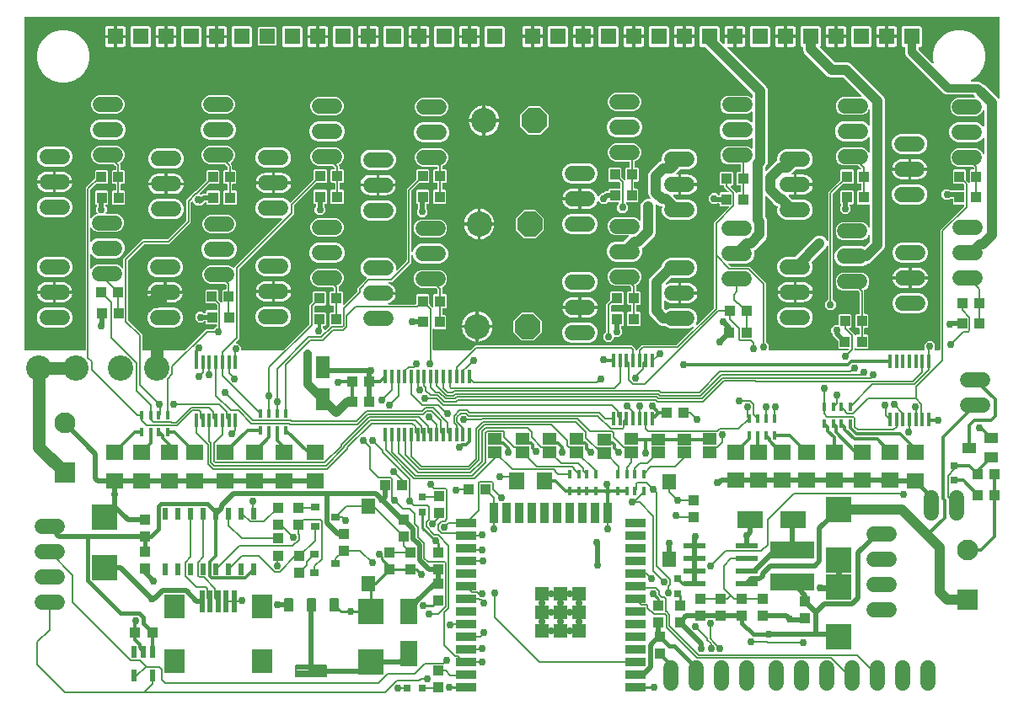
<source format=gbr>
G04 EAGLE Gerber RS-274X export*
G75*
%MOMM*%
%FSLAX34Y34*%
%LPD*%
%INTop Copper*%
%IPPOS*%
%AMOC8*
5,1,8,0,0,1.08239X$1,22.5*%
G01*
%ADD10R,1.575000X1.575000*%
%ADD11C,1.524000*%
%ADD12R,1.000000X1.100000*%
%ADD13R,1.422400X1.143000*%
%ADD14R,0.450000X0.900000*%
%ADD15R,1.600000X1.803000*%
%ADD16R,2.000000X0.900000*%
%ADD17R,0.900000X2.000000*%
%ADD18R,1.330000X1.330000*%
%ADD19C,0.708000*%
%ADD20R,1.100000X1.000000*%
%ADD21R,0.600000X1.200000*%
%ADD22R,0.900000X0.800000*%
%ADD23R,2.000000X2.400000*%
%ADD24R,0.500000X2.308000*%
%ADD25C,0.139500*%
%ADD26C,0.196500*%
%ADD27R,2.500000X2.550000*%
%ADD28R,1.400000X1.500000*%
%ADD29R,4.500000X1.750000*%
%ADD30R,2.650000X1.750000*%
%ADD31R,2.100000X2.100000*%
%ADD32C,2.100000*%
%ADD33R,1.803000X1.600000*%
%ADD34C,2.540000*%
%ADD35P,2.749271X8X22.500000*%
%ADD36R,0.800000X0.800000*%
%ADD37R,2.200000X0.600000*%
%ADD38C,2.550000*%
%ADD39R,1.750000X2.650000*%
%ADD40R,0.355600X1.473200*%
%ADD41R,1.400000X1.000000*%
%ADD42R,1.400000X2.200000*%
%ADD43R,0.508000X1.219200*%
%ADD44C,0.756400*%
%ADD45C,1.016000*%
%ADD46C,0.812800*%
%ADD47C,1.270000*%
%ADD48C,0.152400*%
%ADD49C,0.254000*%
%ADD50C,0.304800*%
%ADD51C,0.508000*%
%ADD52C,0.609600*%
%ADD53C,0.406400*%

G36*
X70972Y354742D02*
X70972Y354742D01*
X70991Y354740D01*
X71093Y354762D01*
X71195Y354779D01*
X71212Y354788D01*
X71232Y354792D01*
X71321Y354845D01*
X71412Y354894D01*
X71426Y354908D01*
X71443Y354918D01*
X71510Y354997D01*
X71582Y355072D01*
X71590Y355090D01*
X71603Y355105D01*
X71642Y355201D01*
X71685Y355295D01*
X71687Y355315D01*
X71695Y355333D01*
X71713Y355500D01*
X71713Y517947D01*
X80752Y526986D01*
X80805Y527060D01*
X80865Y527130D01*
X80877Y527160D01*
X80896Y527186D01*
X80923Y527273D01*
X80957Y527358D01*
X80961Y527399D01*
X80968Y527421D01*
X80967Y527453D01*
X80975Y527525D01*
X80975Y535132D01*
X81868Y536025D01*
X93132Y536025D01*
X94025Y535132D01*
X94025Y522868D01*
X93132Y521975D01*
X82525Y521975D01*
X82434Y521961D01*
X82344Y521953D01*
X82314Y521941D01*
X82282Y521936D01*
X82201Y521893D01*
X82117Y521857D01*
X82085Y521831D01*
X82064Y521820D01*
X82042Y521797D01*
X81986Y521752D01*
X76510Y516276D01*
X76457Y516202D01*
X76397Y516132D01*
X76385Y516102D01*
X76366Y516076D01*
X76339Y515989D01*
X76305Y515904D01*
X76301Y515863D01*
X76294Y515841D01*
X76295Y515809D01*
X76287Y515737D01*
X76287Y488577D01*
X76298Y488506D01*
X76300Y488435D01*
X76318Y488386D01*
X76326Y488334D01*
X76360Y488271D01*
X76385Y488204D01*
X76417Y488163D01*
X76442Y488117D01*
X76494Y488068D01*
X76538Y488012D01*
X76582Y487983D01*
X76620Y487948D01*
X76685Y487917D01*
X76745Y487879D01*
X76796Y487866D01*
X76843Y487844D01*
X76914Y487836D01*
X76984Y487819D01*
X77036Y487823D01*
X77087Y487817D01*
X77158Y487832D01*
X77229Y487838D01*
X77277Y487858D01*
X77328Y487869D01*
X77389Y487906D01*
X77455Y487934D01*
X77511Y487979D01*
X77539Y487995D01*
X77554Y488013D01*
X77586Y488039D01*
X80200Y490653D01*
X83137Y491869D01*
X83176Y491893D01*
X83219Y491909D01*
X83280Y491958D01*
X83346Y491999D01*
X83376Y492034D01*
X83412Y492063D01*
X83454Y492128D01*
X83503Y492188D01*
X83520Y492231D01*
X83545Y492270D01*
X83564Y492345D01*
X83591Y492418D01*
X83593Y492464D01*
X83605Y492508D01*
X83599Y492586D01*
X83602Y492664D01*
X83589Y492708D01*
X83585Y492754D01*
X83555Y492825D01*
X83533Y492900D01*
X83507Y492938D01*
X83489Y492980D01*
X83404Y493087D01*
X83393Y493102D01*
X83389Y493105D01*
X83384Y493111D01*
X82256Y494239D01*
X82256Y498636D01*
X83275Y499655D01*
X83328Y499729D01*
X83387Y499798D01*
X83399Y499828D01*
X83418Y499854D01*
X83445Y499941D01*
X83479Y500026D01*
X83484Y500067D01*
X83491Y500090D01*
X83490Y500122D01*
X83498Y500193D01*
X83498Y500414D01*
X83494Y500434D01*
X83497Y500453D01*
X83475Y500555D01*
X83458Y500657D01*
X83449Y500674D01*
X83444Y500694D01*
X83391Y500783D01*
X83343Y500874D01*
X83328Y500888D01*
X83318Y500905D01*
X83240Y500972D01*
X83165Y501044D01*
X83146Y501052D01*
X83131Y501065D01*
X83035Y501104D01*
X82941Y501147D01*
X82922Y501149D01*
X82903Y501157D01*
X82736Y501175D01*
X82068Y501175D01*
X81175Y502068D01*
X81175Y514332D01*
X82068Y515225D01*
X93332Y515225D01*
X94225Y514332D01*
X94225Y502068D01*
X93332Y501175D01*
X92388Y501175D01*
X92369Y501172D01*
X92349Y501174D01*
X92248Y501152D01*
X92146Y501136D01*
X92128Y501126D01*
X92109Y501122D01*
X92020Y501069D01*
X91928Y501020D01*
X91915Y501006D01*
X91897Y500996D01*
X91830Y500917D01*
X91759Y500842D01*
X91751Y500824D01*
X91738Y500809D01*
X91699Y500713D01*
X91655Y500619D01*
X91653Y500599D01*
X91646Y500581D01*
X91627Y500414D01*
X91627Y500193D01*
X91642Y500103D01*
X91649Y500012D01*
X91662Y499982D01*
X91667Y499950D01*
X91710Y499870D01*
X91745Y499786D01*
X91771Y499754D01*
X91782Y499733D01*
X91805Y499711D01*
X91850Y499655D01*
X92869Y498636D01*
X92869Y494239D01*
X91974Y493344D01*
X91932Y493286D01*
X91883Y493234D01*
X91861Y493187D01*
X91830Y493145D01*
X91809Y493076D01*
X91779Y493011D01*
X91773Y492959D01*
X91758Y492909D01*
X91760Y492838D01*
X91752Y492767D01*
X91763Y492716D01*
X91764Y492664D01*
X91789Y492596D01*
X91804Y492526D01*
X91831Y492481D01*
X91849Y492433D01*
X91894Y492377D01*
X91930Y492315D01*
X91970Y492281D01*
X92003Y492241D01*
X92063Y492202D01*
X92117Y492155D01*
X92166Y492136D01*
X92210Y492108D01*
X92279Y492090D01*
X92346Y492063D01*
X92417Y492055D01*
X92448Y492047D01*
X92471Y492049D01*
X92512Y492045D01*
X102439Y492045D01*
X105800Y490653D01*
X108373Y488080D01*
X109765Y484719D01*
X109765Y481081D01*
X108373Y477720D01*
X105800Y475147D01*
X102439Y473755D01*
X83561Y473755D01*
X80200Y475147D01*
X77586Y477761D01*
X77528Y477803D01*
X77476Y477852D01*
X77429Y477874D01*
X77387Y477905D01*
X77318Y477926D01*
X77253Y477956D01*
X77201Y477962D01*
X77151Y477977D01*
X77080Y477975D01*
X77009Y477983D01*
X76958Y477972D01*
X76906Y477971D01*
X76838Y477946D01*
X76768Y477931D01*
X76723Y477904D01*
X76675Y477886D01*
X76619Y477841D01*
X76557Y477805D01*
X76523Y477765D01*
X76483Y477733D01*
X76444Y477672D01*
X76397Y477618D01*
X76378Y477569D01*
X76350Y477526D01*
X76332Y477456D01*
X76305Y477390D01*
X76297Y477318D01*
X76289Y477287D01*
X76291Y477264D01*
X76287Y477223D01*
X76287Y464614D01*
X76298Y464543D01*
X76300Y464472D01*
X76318Y464423D01*
X76326Y464371D01*
X76360Y464308D01*
X76385Y464241D01*
X76417Y464200D01*
X76442Y464154D01*
X76494Y464105D01*
X76538Y464049D01*
X76582Y464020D01*
X76620Y463984D01*
X76685Y463954D01*
X76745Y463916D01*
X76796Y463903D01*
X76843Y463881D01*
X76914Y463873D01*
X76984Y463855D01*
X77036Y463860D01*
X77087Y463854D01*
X77158Y463869D01*
X77229Y463875D01*
X77277Y463895D01*
X77328Y463906D01*
X77389Y463943D01*
X77455Y463971D01*
X77511Y464016D01*
X77539Y464032D01*
X77554Y464050D01*
X77586Y464076D01*
X79624Y466114D01*
X83359Y467661D01*
X102641Y467661D01*
X106376Y466114D01*
X109234Y463256D01*
X110781Y459521D01*
X110781Y455479D01*
X109234Y451744D01*
X106376Y448886D01*
X102641Y447339D01*
X83359Y447339D01*
X79624Y448886D01*
X77586Y450924D01*
X77528Y450966D01*
X77476Y451016D01*
X77429Y451037D01*
X77387Y451068D01*
X77318Y451089D01*
X77253Y451119D01*
X77201Y451125D01*
X77151Y451140D01*
X77080Y451138D01*
X77009Y451146D01*
X76958Y451135D01*
X76906Y451134D01*
X76838Y451109D01*
X76768Y451094D01*
X76723Y451067D01*
X76675Y451049D01*
X76619Y451005D01*
X76557Y450968D01*
X76523Y450928D01*
X76483Y450896D01*
X76444Y450835D01*
X76397Y450781D01*
X76378Y450733D01*
X76350Y450689D01*
X76332Y450619D01*
X76305Y450553D01*
X76297Y450481D01*
X76289Y450450D01*
X76291Y450427D01*
X76287Y450386D01*
X76287Y437777D01*
X76298Y437706D01*
X76300Y437635D01*
X76318Y437586D01*
X76326Y437534D01*
X76360Y437471D01*
X76385Y437404D01*
X76417Y437363D01*
X76442Y437317D01*
X76494Y437268D01*
X76538Y437212D01*
X76582Y437183D01*
X76620Y437148D01*
X76685Y437117D01*
X76745Y437079D01*
X76796Y437066D01*
X76843Y437044D01*
X76914Y437036D01*
X76984Y437019D01*
X77036Y437023D01*
X77087Y437017D01*
X77158Y437032D01*
X77229Y437038D01*
X77277Y437058D01*
X77328Y437069D01*
X77389Y437106D01*
X77455Y437134D01*
X77511Y437179D01*
X77539Y437195D01*
X77554Y437213D01*
X77586Y437239D01*
X80200Y439853D01*
X83561Y441245D01*
X102439Y441245D01*
X105800Y439853D01*
X108400Y437253D01*
X108458Y437211D01*
X108510Y437162D01*
X108557Y437140D01*
X108599Y437109D01*
X108668Y437088D01*
X108733Y437058D01*
X108785Y437052D01*
X108835Y437037D01*
X108906Y437039D01*
X108977Y437031D01*
X109028Y437042D01*
X109080Y437043D01*
X109148Y437068D01*
X109218Y437083D01*
X109263Y437110D01*
X109311Y437128D01*
X109367Y437173D01*
X109429Y437209D01*
X109463Y437249D01*
X109503Y437281D01*
X109542Y437342D01*
X109589Y437396D01*
X109608Y437445D01*
X109636Y437488D01*
X109654Y437558D01*
X109681Y437624D01*
X109689Y437696D01*
X109697Y437727D01*
X109695Y437750D01*
X109699Y437791D01*
X109699Y446933D01*
X111262Y448496D01*
X129053Y466287D01*
X153737Y466287D01*
X153828Y466301D01*
X153918Y466309D01*
X153948Y466321D01*
X153980Y466326D01*
X154061Y466369D01*
X154145Y466405D01*
X154177Y466431D01*
X154198Y466442D01*
X154220Y466465D01*
X154276Y466510D01*
X172490Y484724D01*
X172543Y484798D01*
X172603Y484868D01*
X172615Y484898D01*
X172634Y484924D01*
X172661Y485011D01*
X172695Y485096D01*
X172699Y485137D01*
X172706Y485159D01*
X172705Y485191D01*
X172713Y485263D01*
X172713Y505529D01*
X181614Y514429D01*
X181629Y514437D01*
X181713Y514473D01*
X181745Y514499D01*
X181766Y514510D01*
X181788Y514533D01*
X181844Y514578D01*
X192752Y525486D01*
X192795Y525545D01*
X192839Y525592D01*
X192847Y525608D01*
X192865Y525630D01*
X192877Y525660D01*
X192896Y525686D01*
X192922Y525770D01*
X192943Y525815D01*
X192944Y525826D01*
X192957Y525858D01*
X192961Y525899D01*
X192968Y525921D01*
X192967Y525953D01*
X192975Y526025D01*
X192975Y535132D01*
X193868Y536025D01*
X205132Y536025D01*
X206025Y535132D01*
X206025Y522868D01*
X205132Y521975D01*
X196025Y521975D01*
X195934Y521961D01*
X195844Y521953D01*
X195814Y521941D01*
X195782Y521936D01*
X195701Y521893D01*
X195617Y521857D01*
X195585Y521831D01*
X195564Y521820D01*
X195542Y521797D01*
X195486Y521752D01*
X186340Y512606D01*
X186298Y512548D01*
X186249Y512496D01*
X186227Y512449D01*
X186197Y512407D01*
X186176Y512338D01*
X186145Y512273D01*
X186140Y512221D01*
X186124Y512171D01*
X186126Y512100D01*
X186118Y512029D01*
X186129Y511978D01*
X186131Y511926D01*
X186155Y511858D01*
X186170Y511788D01*
X186197Y511743D01*
X186215Y511695D01*
X186260Y511639D01*
X186297Y511577D01*
X186336Y511543D01*
X186369Y511503D01*
X186429Y511464D01*
X186484Y511417D01*
X186532Y511398D01*
X186576Y511370D01*
X186645Y511352D01*
X186712Y511325D01*
X186783Y511317D01*
X186814Y511309D01*
X186838Y511311D01*
X186878Y511307D01*
X187243Y511307D01*
X187333Y511321D01*
X187424Y511329D01*
X187454Y511341D01*
X187486Y511346D01*
X187566Y511389D01*
X187650Y511425D01*
X187682Y511451D01*
X187703Y511462D01*
X187725Y511485D01*
X187781Y511530D01*
X188516Y512265D01*
X192414Y512265D01*
X192434Y512268D01*
X192453Y512266D01*
X192555Y512288D01*
X192657Y512304D01*
X192674Y512314D01*
X192694Y512318D01*
X192783Y512371D01*
X192874Y512420D01*
X192888Y512434D01*
X192905Y512444D01*
X192972Y512523D01*
X193044Y512598D01*
X193052Y512616D01*
X193065Y512631D01*
X193104Y512727D01*
X193147Y512821D01*
X193149Y512841D01*
X193157Y512859D01*
X193175Y513026D01*
X193175Y514332D01*
X194068Y515225D01*
X205332Y515225D01*
X206225Y514332D01*
X206225Y502068D01*
X205332Y501175D01*
X194068Y501175D01*
X193175Y502068D01*
X193175Y503374D01*
X193172Y503394D01*
X193174Y503413D01*
X193152Y503515D01*
X193136Y503617D01*
X193126Y503634D01*
X193122Y503654D01*
X193069Y503743D01*
X193020Y503834D01*
X193006Y503848D01*
X192996Y503865D01*
X192917Y503932D01*
X192842Y504004D01*
X192824Y504012D01*
X192809Y504025D01*
X192713Y504064D01*
X192619Y504107D01*
X192599Y504109D01*
X192581Y504117D01*
X192414Y504135D01*
X192199Y504135D01*
X192109Y504121D01*
X192018Y504113D01*
X191988Y504101D01*
X191956Y504096D01*
X191876Y504053D01*
X191792Y504017D01*
X191760Y503991D01*
X191739Y503980D01*
X191717Y503957D01*
X191661Y503912D01*
X188184Y500435D01*
X184816Y500435D01*
X184781Y500470D01*
X184707Y500523D01*
X184638Y500583D01*
X184608Y500595D01*
X184582Y500614D01*
X184495Y500641D01*
X184410Y500675D01*
X184369Y500679D01*
X184346Y500686D01*
X184314Y500685D01*
X184243Y500693D01*
X182802Y500693D01*
X179693Y503802D01*
X179693Y504203D01*
X179682Y504274D01*
X179680Y504345D01*
X179662Y504394D01*
X179654Y504446D01*
X179620Y504509D01*
X179595Y504576D01*
X179563Y504617D01*
X179538Y504663D01*
X179486Y504713D01*
X179442Y504769D01*
X179398Y504797D01*
X179360Y504833D01*
X179295Y504863D01*
X179235Y504902D01*
X179184Y504914D01*
X179137Y504936D01*
X179066Y504944D01*
X178996Y504962D01*
X178944Y504958D01*
X178893Y504963D01*
X178822Y504948D01*
X178751Y504942D01*
X178703Y504922D01*
X178652Y504911D01*
X178591Y504874D01*
X178525Y504846D01*
X178469Y504801D01*
X178441Y504785D01*
X178426Y504767D01*
X178394Y504741D01*
X177510Y503857D01*
X177457Y503783D01*
X177397Y503714D01*
X177385Y503684D01*
X177366Y503658D01*
X177339Y503570D01*
X177305Y503486D01*
X177301Y503445D01*
X177294Y503422D01*
X177295Y503390D01*
X177287Y503319D01*
X177287Y483053D01*
X155947Y461713D01*
X131263Y461713D01*
X131172Y461699D01*
X131082Y461691D01*
X131052Y461679D01*
X131020Y461674D01*
X130939Y461631D01*
X130855Y461595D01*
X130823Y461569D01*
X130802Y461558D01*
X130780Y461535D01*
X130724Y461490D01*
X114496Y445262D01*
X114443Y445188D01*
X114383Y445118D01*
X114371Y445088D01*
X114352Y445062D01*
X114325Y444975D01*
X114291Y444890D01*
X114287Y444849D01*
X114280Y444827D01*
X114281Y444795D01*
X114273Y444724D01*
X114273Y384916D01*
X114287Y384826D01*
X114295Y384735D01*
X114307Y384705D01*
X114312Y384673D01*
X114355Y384592D01*
X114391Y384508D01*
X114417Y384476D01*
X114428Y384456D01*
X114451Y384433D01*
X114496Y384377D01*
X128335Y370538D01*
X128335Y355500D01*
X128338Y355480D01*
X128336Y355461D01*
X128358Y355359D01*
X128374Y355257D01*
X128384Y355240D01*
X128388Y355220D01*
X128441Y355131D01*
X128490Y355040D01*
X128504Y355026D01*
X128514Y355009D01*
X128593Y354942D01*
X128668Y354871D01*
X128686Y354862D01*
X128701Y354849D01*
X128797Y354810D01*
X128891Y354767D01*
X128911Y354765D01*
X128929Y354757D01*
X129096Y354739D01*
X171490Y354739D01*
X171580Y354754D01*
X171671Y354761D01*
X171700Y354773D01*
X171732Y354779D01*
X171813Y354821D01*
X171897Y354857D01*
X171929Y354883D01*
X171950Y354894D01*
X171972Y354917D01*
X172028Y354962D01*
X192647Y375581D01*
X199567Y375581D01*
X199657Y375595D01*
X199748Y375603D01*
X199777Y375615D01*
X199809Y375620D01*
X199890Y375663D01*
X199974Y375699D01*
X200006Y375725D01*
X200027Y375736D01*
X200049Y375759D01*
X200105Y375804D01*
X202902Y378601D01*
X202938Y378601D01*
X202958Y378604D01*
X202977Y378602D01*
X203079Y378624D01*
X203181Y378640D01*
X203198Y378650D01*
X203218Y378654D01*
X203307Y378707D01*
X203398Y378756D01*
X203412Y378770D01*
X203429Y378780D01*
X203496Y378859D01*
X203568Y378934D01*
X203576Y378952D01*
X203589Y378967D01*
X203628Y379063D01*
X203671Y379157D01*
X203673Y379177D01*
X203681Y379195D01*
X203699Y379362D01*
X203699Y380314D01*
X203696Y380334D01*
X203698Y380353D01*
X203676Y380455D01*
X203660Y380557D01*
X203650Y380574D01*
X203646Y380594D01*
X203593Y380683D01*
X203544Y380774D01*
X203530Y380788D01*
X203520Y380805D01*
X203441Y380872D01*
X203366Y380944D01*
X203348Y380952D01*
X203333Y380965D01*
X203237Y381004D01*
X203143Y381047D01*
X203123Y381049D01*
X203105Y381057D01*
X202938Y381075D01*
X193068Y381075D01*
X192175Y381968D01*
X192175Y383274D01*
X192172Y383294D01*
X192174Y383313D01*
X192152Y383415D01*
X192136Y383517D01*
X192126Y383534D01*
X192122Y383554D01*
X192069Y383643D01*
X192020Y383734D01*
X192006Y383748D01*
X191996Y383765D01*
X191917Y383832D01*
X191842Y383904D01*
X191824Y383912D01*
X191809Y383925D01*
X191713Y383964D01*
X191619Y384007D01*
X191599Y384009D01*
X191581Y384017D01*
X191414Y384035D01*
X190855Y384035D01*
X190765Y384021D01*
X190674Y384013D01*
X190645Y384001D01*
X190613Y383996D01*
X190532Y383953D01*
X190448Y383917D01*
X190416Y383891D01*
X190395Y383880D01*
X190373Y383857D01*
X190317Y383812D01*
X189198Y382693D01*
X184802Y382693D01*
X181693Y385802D01*
X181693Y390198D01*
X184802Y393307D01*
X189198Y393307D01*
X190117Y392388D01*
X190191Y392335D01*
X190261Y392275D01*
X190291Y392263D01*
X190317Y392244D01*
X190404Y392217D01*
X190489Y392183D01*
X190530Y392179D01*
X190552Y392172D01*
X190584Y392173D01*
X190655Y392165D01*
X191414Y392165D01*
X191434Y392168D01*
X191453Y392166D01*
X191555Y392188D01*
X191657Y392204D01*
X191674Y392214D01*
X191694Y392218D01*
X191783Y392271D01*
X191874Y392320D01*
X191888Y392334D01*
X191905Y392344D01*
X191972Y392423D01*
X192044Y392498D01*
X192052Y392516D01*
X192065Y392531D01*
X192104Y392627D01*
X192147Y392721D01*
X192149Y392741D01*
X192157Y392759D01*
X192175Y392926D01*
X192175Y394232D01*
X193068Y395125D01*
X202938Y395125D01*
X202958Y395128D01*
X202977Y395126D01*
X203079Y395148D01*
X203181Y395164D01*
X203198Y395174D01*
X203218Y395178D01*
X203307Y395231D01*
X203398Y395280D01*
X203412Y395294D01*
X203429Y395304D01*
X203496Y395383D01*
X203568Y395458D01*
X203576Y395476D01*
X203589Y395491D01*
X203628Y395587D01*
X203671Y395681D01*
X203673Y395701D01*
X203681Y395719D01*
X203699Y395886D01*
X203699Y400252D01*
X203685Y400342D01*
X203677Y400433D01*
X203665Y400462D01*
X203660Y400494D01*
X203617Y400575D01*
X203581Y400659D01*
X203555Y400691D01*
X203544Y400712D01*
X203521Y400734D01*
X203476Y400790D01*
X202514Y401752D01*
X202440Y401805D01*
X202370Y401865D01*
X202340Y401877D01*
X202314Y401896D01*
X202227Y401923D01*
X202142Y401957D01*
X202101Y401961D01*
X202079Y401968D01*
X202047Y401967D01*
X201976Y401975D01*
X192868Y401975D01*
X191975Y402868D01*
X191975Y415132D01*
X192868Y416025D01*
X204132Y416025D01*
X205025Y415132D01*
X205025Y406024D01*
X205040Y405934D01*
X205047Y405843D01*
X205059Y405814D01*
X205064Y405782D01*
X205107Y405701D01*
X205143Y405617D01*
X205169Y405585D01*
X205180Y405564D01*
X205203Y405542D01*
X205248Y405486D01*
X206710Y404024D01*
X207676Y403058D01*
X207734Y403016D01*
X207786Y402967D01*
X207833Y402945D01*
X207875Y402915D01*
X207944Y402894D01*
X208009Y402863D01*
X208061Y402858D01*
X208111Y402842D01*
X208182Y402844D01*
X208253Y402836D01*
X208304Y402847D01*
X208356Y402849D01*
X208424Y402873D01*
X208494Y402888D01*
X208539Y402915D01*
X208587Y402933D01*
X208643Y402978D01*
X208705Y403015D01*
X208739Y403054D01*
X208779Y403087D01*
X208818Y403147D01*
X208865Y403202D01*
X208884Y403250D01*
X208912Y403294D01*
X208930Y403363D01*
X208957Y403430D01*
X208965Y403501D01*
X208973Y403532D01*
X208971Y403556D01*
X208975Y403596D01*
X208975Y415132D01*
X209868Y416025D01*
X212452Y416025D01*
X212472Y416028D01*
X212491Y416026D01*
X212593Y416048D01*
X212695Y416064D01*
X212712Y416074D01*
X212732Y416078D01*
X212821Y416131D01*
X212912Y416180D01*
X212926Y416194D01*
X212943Y416204D01*
X213010Y416283D01*
X213082Y416358D01*
X213090Y416376D01*
X213103Y416391D01*
X213142Y416487D01*
X213185Y416581D01*
X213187Y416601D01*
X213195Y416619D01*
X213213Y416786D01*
X213213Y420337D01*
X213199Y420428D01*
X213191Y420518D01*
X213179Y420548D01*
X213174Y420580D01*
X213131Y420661D01*
X213095Y420745D01*
X213069Y420777D01*
X213058Y420798D01*
X213035Y420820D01*
X212990Y420876D01*
X212134Y421732D01*
X212060Y421785D01*
X211990Y421845D01*
X211960Y421857D01*
X211934Y421876D01*
X211847Y421903D01*
X211762Y421937D01*
X211721Y421941D01*
X211699Y421948D01*
X211667Y421947D01*
X211595Y421955D01*
X196561Y421955D01*
X193200Y423347D01*
X190627Y425920D01*
X189235Y429281D01*
X189235Y432919D01*
X190627Y436280D01*
X193200Y438853D01*
X196561Y440245D01*
X215439Y440245D01*
X218800Y438853D01*
X220000Y437653D01*
X220058Y437611D01*
X220110Y437562D01*
X220157Y437540D01*
X220199Y437509D01*
X220268Y437488D01*
X220333Y437458D01*
X220385Y437452D01*
X220435Y437437D01*
X220506Y437439D01*
X220577Y437431D01*
X220628Y437442D01*
X220680Y437443D01*
X220748Y437468D01*
X220818Y437483D01*
X220863Y437510D01*
X220911Y437528D01*
X220967Y437573D01*
X221029Y437609D01*
X221063Y437649D01*
X221103Y437681D01*
X221142Y437742D01*
X221189Y437796D01*
X221208Y437845D01*
X221236Y437888D01*
X221254Y437958D01*
X221281Y438024D01*
X221289Y438096D01*
X221297Y438127D01*
X221295Y438150D01*
X221299Y438191D01*
X221299Y438667D01*
X222862Y440230D01*
X268772Y486140D01*
X268814Y486198D01*
X268863Y486250D01*
X268885Y486297D01*
X268915Y486339D01*
X268936Y486408D01*
X268967Y486473D01*
X268972Y486525D01*
X268988Y486575D01*
X268986Y486646D01*
X268994Y486717D01*
X268983Y486768D01*
X268981Y486820D01*
X268957Y486888D01*
X268942Y486958D01*
X268915Y487003D01*
X268897Y487051D01*
X268852Y487107D01*
X268815Y487169D01*
X268776Y487203D01*
X268743Y487243D01*
X268683Y487282D01*
X268628Y487329D01*
X268580Y487348D01*
X268536Y487376D01*
X268467Y487394D01*
X268400Y487421D01*
X268329Y487429D01*
X268298Y487437D01*
X268275Y487435D01*
X268234Y487439D01*
X250759Y487439D01*
X247024Y488986D01*
X244166Y491844D01*
X242619Y495579D01*
X242619Y499621D01*
X244166Y503356D01*
X247024Y506214D01*
X250759Y507761D01*
X270041Y507761D01*
X273776Y506214D01*
X276589Y503400D01*
X276606Y503388D01*
X276618Y503373D01*
X276682Y503332D01*
X276727Y503293D01*
X276752Y503283D01*
X276789Y503256D01*
X276808Y503251D01*
X276825Y503240D01*
X276916Y503217D01*
X276956Y503201D01*
X276977Y503199D01*
X277024Y503184D01*
X277044Y503185D01*
X277064Y503180D01*
X277113Y503184D01*
X277122Y503183D01*
X277133Y503183D01*
X277164Y503188D01*
X277167Y503188D01*
X277270Y503190D01*
X277289Y503197D01*
X277309Y503199D01*
X277356Y503219D01*
X277376Y503222D01*
X277418Y503244D01*
X277501Y503275D01*
X277517Y503287D01*
X277535Y503295D01*
X277577Y503329D01*
X277593Y503337D01*
X277611Y503356D01*
X277666Y503400D01*
X278218Y503952D01*
X300752Y526486D01*
X300805Y526560D01*
X300865Y526630D01*
X300877Y526660D01*
X300896Y526686D01*
X300923Y526773D01*
X300957Y526858D01*
X300961Y526899D01*
X300968Y526921D01*
X300967Y526953D01*
X300975Y527025D01*
X300975Y536132D01*
X301868Y537025D01*
X313132Y537025D01*
X314025Y536132D01*
X314025Y523868D01*
X313132Y522975D01*
X304025Y522975D01*
X303934Y522961D01*
X303844Y522953D01*
X303814Y522941D01*
X303782Y522936D01*
X303701Y522893D01*
X303617Y522857D01*
X303585Y522831D01*
X303564Y522820D01*
X303542Y522797D01*
X303486Y522752D01*
X281452Y500718D01*
X281399Y500644D01*
X281339Y500574D01*
X281327Y500544D01*
X281308Y500518D01*
X281281Y500431D01*
X281247Y500346D01*
X281243Y500305D01*
X281236Y500283D01*
X281237Y500251D01*
X281229Y500179D01*
X281229Y492129D01*
X226096Y436996D01*
X226043Y436922D01*
X225983Y436852D01*
X225971Y436822D01*
X225952Y436796D01*
X225925Y436709D01*
X225891Y436624D01*
X225887Y436583D01*
X225880Y436561D01*
X225881Y436529D01*
X225873Y436457D01*
X225873Y366039D01*
X222640Y362806D01*
X222598Y362748D01*
X222549Y362696D01*
X222527Y362649D01*
X222497Y362607D01*
X222476Y362538D01*
X222445Y362473D01*
X222440Y362421D01*
X222424Y362371D01*
X222426Y362300D01*
X222418Y362229D01*
X222429Y362178D01*
X222431Y362126D01*
X222455Y362058D01*
X222470Y361988D01*
X222497Y361943D01*
X222515Y361895D01*
X222560Y361839D01*
X222597Y361777D01*
X222636Y361743D01*
X222669Y361703D01*
X222729Y361664D01*
X222784Y361617D01*
X222832Y361598D01*
X222876Y361570D01*
X222945Y361552D01*
X223012Y361525D01*
X223083Y361517D01*
X223114Y361509D01*
X223138Y361511D01*
X223178Y361507D01*
X224598Y361507D01*
X227707Y358398D01*
X227707Y355500D01*
X227710Y355480D01*
X227708Y355461D01*
X227730Y355359D01*
X227746Y355257D01*
X227756Y355240D01*
X227760Y355220D01*
X227813Y355131D01*
X227862Y355040D01*
X227876Y355026D01*
X227886Y355009D01*
X227965Y354942D01*
X228040Y354871D01*
X228058Y354862D01*
X228073Y354849D01*
X228169Y354810D01*
X228263Y354767D01*
X228283Y354765D01*
X228301Y354757D01*
X228468Y354739D01*
X269707Y354739D01*
X269797Y354754D01*
X269888Y354761D01*
X269917Y354773D01*
X269949Y354779D01*
X270030Y354821D01*
X270114Y354857D01*
X270146Y354883D01*
X270167Y354894D01*
X270189Y354917D01*
X270245Y354962D01*
X296490Y381207D01*
X296543Y381281D01*
X296603Y381351D01*
X296615Y381381D01*
X296634Y381407D01*
X296661Y381494D01*
X296695Y381579D01*
X296699Y381620D01*
X296706Y381642D01*
X296705Y381674D01*
X296713Y381745D01*
X296713Y400447D01*
X298276Y402010D01*
X299752Y403486D01*
X299805Y403560D01*
X299865Y403630D01*
X299877Y403660D01*
X299896Y403686D01*
X299923Y403773D01*
X299957Y403858D01*
X299961Y403899D01*
X299968Y403921D01*
X299967Y403953D01*
X299975Y404024D01*
X299975Y413132D01*
X300868Y414025D01*
X312132Y414025D01*
X313025Y413132D01*
X313025Y400868D01*
X312132Y399975D01*
X303024Y399975D01*
X302934Y399961D01*
X302843Y399953D01*
X302814Y399941D01*
X302782Y399936D01*
X302701Y399893D01*
X302617Y399857D01*
X302585Y399831D01*
X302564Y399820D01*
X302542Y399797D01*
X302486Y399752D01*
X301510Y398776D01*
X301457Y398702D01*
X301397Y398632D01*
X301385Y398602D01*
X301366Y398576D01*
X301339Y398489D01*
X301305Y398404D01*
X301301Y398363D01*
X301294Y398341D01*
X301295Y398309D01*
X301287Y398238D01*
X301287Y393886D01*
X301290Y393866D01*
X301288Y393847D01*
X301310Y393745D01*
X301326Y393643D01*
X301336Y393626D01*
X301340Y393606D01*
X301393Y393517D01*
X301442Y393426D01*
X301456Y393412D01*
X301466Y393395D01*
X301545Y393328D01*
X301620Y393256D01*
X301638Y393248D01*
X301653Y393235D01*
X301749Y393196D01*
X301843Y393153D01*
X301863Y393151D01*
X301881Y393143D01*
X302048Y393125D01*
X312032Y393125D01*
X312925Y392232D01*
X312925Y379968D01*
X312032Y379075D01*
X310267Y379075D01*
X310197Y379064D01*
X310125Y379062D01*
X310076Y379044D01*
X310025Y379036D01*
X309961Y379002D01*
X309894Y378977D01*
X309853Y378945D01*
X309807Y378920D01*
X309758Y378868D01*
X309702Y378824D01*
X309674Y378780D01*
X309638Y378742D01*
X309608Y378677D01*
X309569Y378617D01*
X309556Y378566D01*
X309534Y378519D01*
X309526Y378448D01*
X309509Y378378D01*
X309513Y378326D01*
X309507Y378275D01*
X309522Y378204D01*
X309528Y378133D01*
X309548Y378085D01*
X309559Y378034D01*
X309596Y377973D01*
X309624Y377907D01*
X309669Y377851D01*
X309686Y377823D01*
X309703Y377808D01*
X309729Y377776D01*
X311307Y376198D01*
X311307Y375797D01*
X311318Y375726D01*
X311320Y375655D01*
X311338Y375606D01*
X311346Y375554D01*
X311380Y375491D01*
X311405Y375424D01*
X311437Y375383D01*
X311462Y375337D01*
X311514Y375287D01*
X311558Y375231D01*
X311602Y375203D01*
X311640Y375167D01*
X311705Y375137D01*
X311765Y375098D01*
X311816Y375086D01*
X311863Y375064D01*
X311934Y375056D01*
X312004Y375038D01*
X312056Y375042D01*
X312107Y375037D01*
X312178Y375052D01*
X312249Y375058D01*
X312297Y375078D01*
X312348Y375089D01*
X312409Y375126D01*
X312475Y375154D01*
X312531Y375199D01*
X312559Y375215D01*
X312574Y375233D01*
X312606Y375259D01*
X316652Y379305D01*
X316705Y379379D01*
X316765Y379448D01*
X316777Y379478D01*
X316796Y379504D01*
X316823Y379592D01*
X316857Y379676D01*
X316861Y379717D01*
X316868Y379740D01*
X316867Y379772D01*
X316875Y379843D01*
X316875Y392232D01*
X317768Y393125D01*
X320352Y393125D01*
X320372Y393128D01*
X320391Y393126D01*
X320493Y393148D01*
X320595Y393164D01*
X320612Y393174D01*
X320632Y393178D01*
X320721Y393231D01*
X320812Y393280D01*
X320826Y393294D01*
X320843Y393304D01*
X320910Y393383D01*
X320982Y393458D01*
X320990Y393476D01*
X321003Y393491D01*
X321042Y393587D01*
X321085Y393681D01*
X321087Y393701D01*
X321095Y393719D01*
X321113Y393886D01*
X321113Y399214D01*
X321110Y399234D01*
X321112Y399253D01*
X321090Y399355D01*
X321074Y399457D01*
X321064Y399474D01*
X321060Y399494D01*
X321007Y399583D01*
X320958Y399674D01*
X320944Y399688D01*
X320934Y399705D01*
X320855Y399772D01*
X320780Y399844D01*
X320762Y399852D01*
X320747Y399865D01*
X320651Y399904D01*
X320557Y399947D01*
X320537Y399949D01*
X320519Y399957D01*
X320352Y399975D01*
X317868Y399975D01*
X316975Y400868D01*
X316975Y413132D01*
X317868Y414025D01*
X320452Y414025D01*
X320472Y414028D01*
X320491Y414026D01*
X320593Y414048D01*
X320695Y414064D01*
X320712Y414074D01*
X320732Y414078D01*
X320821Y414131D01*
X320912Y414180D01*
X320926Y414194D01*
X320943Y414204D01*
X321010Y414283D01*
X321082Y414358D01*
X321090Y414376D01*
X321103Y414391D01*
X321142Y414487D01*
X321185Y414581D01*
X321187Y414601D01*
X321195Y414619D01*
X321213Y414786D01*
X321213Y416637D01*
X321199Y416728D01*
X321191Y416818D01*
X321179Y416848D01*
X321174Y416880D01*
X321131Y416961D01*
X321095Y417045D01*
X321069Y417077D01*
X321058Y417098D01*
X321035Y417120D01*
X320990Y417176D01*
X320134Y418032D01*
X320060Y418085D01*
X319990Y418145D01*
X319960Y418157D01*
X319934Y418176D01*
X319847Y418203D01*
X319762Y418237D01*
X319721Y418241D01*
X319699Y418248D01*
X319667Y418247D01*
X319595Y418255D01*
X304561Y418255D01*
X301200Y419647D01*
X298627Y422220D01*
X297235Y425581D01*
X297235Y429219D01*
X298627Y432580D01*
X301200Y435153D01*
X304561Y436545D01*
X323439Y436545D01*
X326800Y435153D01*
X329373Y432580D01*
X330765Y429219D01*
X330765Y425581D01*
X329373Y422220D01*
X326800Y419647D01*
X326257Y419422D01*
X326157Y419360D01*
X326057Y419301D01*
X326053Y419296D01*
X326048Y419293D01*
X325973Y419202D01*
X325897Y419114D01*
X325895Y419108D01*
X325891Y419103D01*
X325849Y418995D01*
X325805Y418886D01*
X325804Y418878D01*
X325803Y418874D01*
X325802Y418855D01*
X325787Y418719D01*
X325787Y414786D01*
X325790Y414766D01*
X325788Y414747D01*
X325810Y414645D01*
X325826Y414543D01*
X325836Y414526D01*
X325840Y414506D01*
X325893Y414417D01*
X325942Y414326D01*
X325956Y414312D01*
X325966Y414295D01*
X326045Y414228D01*
X326120Y414156D01*
X326138Y414148D01*
X326153Y414135D01*
X326249Y414096D01*
X326343Y414053D01*
X326363Y414051D01*
X326381Y414043D01*
X326548Y414025D01*
X329132Y414025D01*
X330025Y413132D01*
X330025Y401096D01*
X330036Y401026D01*
X330038Y400954D01*
X330056Y400905D01*
X330064Y400854D01*
X330098Y400790D01*
X330123Y400723D01*
X330155Y400682D01*
X330180Y400636D01*
X330232Y400587D01*
X330276Y400531D01*
X330320Y400503D01*
X330358Y400467D01*
X330423Y400437D01*
X330483Y400398D01*
X330534Y400385D01*
X330581Y400363D01*
X330652Y400355D01*
X330722Y400338D01*
X330774Y400342D01*
X330825Y400336D01*
X330896Y400351D01*
X330967Y400357D01*
X331015Y400377D01*
X331066Y400388D01*
X331127Y400425D01*
X331193Y400453D01*
X331249Y400498D01*
X331277Y400515D01*
X331292Y400532D01*
X331324Y400558D01*
X344348Y413582D01*
X344391Y413641D01*
X344435Y413688D01*
X344443Y413705D01*
X344461Y413726D01*
X344473Y413756D01*
X344492Y413782D01*
X344517Y413865D01*
X344539Y413911D01*
X344540Y413922D01*
X344553Y413954D01*
X344557Y413995D01*
X344564Y414017D01*
X344563Y414049D01*
X344571Y414121D01*
X344571Y417471D01*
X353949Y426849D01*
X353976Y426887D01*
X354010Y426918D01*
X354048Y426986D01*
X354093Y427049D01*
X354106Y427093D01*
X354129Y427133D01*
X354143Y427210D01*
X354165Y427284D01*
X354164Y427330D01*
X354172Y427375D01*
X354161Y427452D01*
X354159Y427530D01*
X354143Y427573D01*
X354137Y427619D01*
X354101Y427688D01*
X354075Y427761D01*
X354046Y427797D01*
X354025Y427838D01*
X353969Y427892D01*
X353921Y427953D01*
X353882Y427978D01*
X353849Y428010D01*
X353730Y428076D01*
X353714Y428086D01*
X353709Y428087D01*
X353703Y428091D01*
X352024Y428786D01*
X349166Y431644D01*
X347619Y435379D01*
X347619Y439421D01*
X349166Y443156D01*
X352024Y446014D01*
X355759Y447561D01*
X375041Y447561D01*
X378776Y446014D01*
X381634Y443156D01*
X383181Y439421D01*
X383181Y435623D01*
X383192Y435552D01*
X383194Y435481D01*
X383212Y435432D01*
X383220Y435380D01*
X383254Y435317D01*
X383279Y435250D01*
X383311Y435209D01*
X383336Y435163D01*
X383387Y435114D01*
X383432Y435058D01*
X383476Y435030D01*
X383514Y434994D01*
X383579Y434964D01*
X383639Y434925D01*
X383690Y434912D01*
X383737Y434890D01*
X383808Y434882D01*
X383878Y434865D01*
X383930Y434869D01*
X383981Y434863D01*
X384052Y434878D01*
X384123Y434884D01*
X384171Y434904D01*
X384222Y434915D01*
X384283Y434952D01*
X384349Y434980D01*
X384405Y435025D01*
X384433Y435041D01*
X384448Y435059D01*
X384480Y435085D01*
X393964Y444569D01*
X394017Y444643D01*
X394077Y444712D01*
X394089Y444743D01*
X394108Y444769D01*
X394135Y444856D01*
X394169Y444941D01*
X394173Y444981D01*
X394180Y445004D01*
X394179Y445036D01*
X394187Y445107D01*
X394187Y516921D01*
X395750Y518484D01*
X403752Y526486D01*
X403805Y526560D01*
X403865Y526630D01*
X403877Y526660D01*
X403896Y526686D01*
X403923Y526773D01*
X403957Y526858D01*
X403961Y526899D01*
X403968Y526921D01*
X403967Y526953D01*
X403975Y527024D01*
X403975Y536132D01*
X404868Y537025D01*
X416132Y537025D01*
X417025Y536132D01*
X417025Y523868D01*
X416132Y522975D01*
X407024Y522975D01*
X406934Y522961D01*
X406843Y522953D01*
X406814Y522941D01*
X406782Y522936D01*
X406701Y522893D01*
X406617Y522857D01*
X406585Y522831D01*
X406564Y522820D01*
X406542Y522797D01*
X406486Y522752D01*
X398984Y515250D01*
X398931Y515176D01*
X398871Y515106D01*
X398859Y515076D01*
X398840Y515050D01*
X398813Y514963D01*
X398779Y514878D01*
X398775Y514837D01*
X398768Y514815D01*
X398769Y514783D01*
X398761Y514711D01*
X398761Y454127D01*
X398776Y454031D01*
X398786Y453934D01*
X398796Y453910D01*
X398800Y453884D01*
X398846Y453798D01*
X398886Y453709D01*
X398903Y453690D01*
X398916Y453667D01*
X398986Y453600D01*
X399052Y453528D01*
X399075Y453515D01*
X399094Y453497D01*
X399182Y453456D01*
X399268Y453409D01*
X399293Y453405D01*
X399317Y453394D01*
X399414Y453383D01*
X399510Y453366D01*
X399536Y453370D01*
X399561Y453367D01*
X399657Y453387D01*
X399753Y453402D01*
X399776Y453413D01*
X399802Y453419D01*
X399885Y453469D01*
X399972Y453513D01*
X399991Y453532D01*
X400013Y453545D01*
X400076Y453619D01*
X400144Y453689D01*
X400160Y453717D01*
X400173Y453732D01*
X400185Y453763D01*
X400225Y453836D01*
X401766Y457556D01*
X404624Y460414D01*
X408359Y461961D01*
X427641Y461961D01*
X431376Y460414D01*
X434234Y457556D01*
X435781Y453821D01*
X435781Y449779D01*
X434234Y446044D01*
X431376Y443186D01*
X427641Y441639D01*
X408359Y441639D01*
X404624Y443186D01*
X401766Y446044D01*
X400225Y449764D01*
X400174Y449847D01*
X400128Y449933D01*
X400109Y449951D01*
X400096Y449973D01*
X400021Y450036D01*
X399950Y450103D01*
X399926Y450114D01*
X399906Y450130D01*
X399815Y450165D01*
X399727Y450206D01*
X399701Y450209D01*
X399677Y450218D01*
X399579Y450223D01*
X399483Y450233D01*
X399457Y450228D01*
X399431Y450229D01*
X399337Y450202D01*
X399242Y450181D01*
X399220Y450168D01*
X399195Y450160D01*
X399115Y450105D01*
X399031Y450055D01*
X399014Y450035D01*
X398993Y450020D01*
X398934Y449942D01*
X398871Y449868D01*
X398861Y449844D01*
X398846Y449823D01*
X398816Y449730D01*
X398779Y449640D01*
X398776Y449607D01*
X398770Y449589D01*
X398770Y449556D01*
X398761Y449473D01*
X398761Y442898D01*
X397198Y441335D01*
X380633Y424770D01*
X379070Y423207D01*
X376215Y423207D01*
X376211Y423207D01*
X376207Y423207D01*
X376089Y423187D01*
X375972Y423168D01*
X375968Y423166D01*
X375964Y423165D01*
X375860Y423108D01*
X375755Y423052D01*
X375752Y423050D01*
X375748Y423048D01*
X375667Y422960D01*
X375585Y422874D01*
X375584Y422870D01*
X375581Y422868D01*
X375532Y422759D01*
X375482Y422651D01*
X375481Y422647D01*
X375479Y422643D01*
X375468Y422524D01*
X375454Y422407D01*
X375455Y422403D01*
X375455Y422399D01*
X375482Y422282D01*
X375507Y422166D01*
X375509Y422163D01*
X375510Y422159D01*
X375572Y422058D01*
X375633Y421955D01*
X375636Y421953D01*
X375638Y421949D01*
X375730Y421872D01*
X375820Y421795D01*
X375824Y421794D01*
X375827Y421791D01*
X375979Y421722D01*
X376920Y421416D01*
X378345Y420690D01*
X379639Y419750D01*
X380770Y418619D01*
X381710Y417325D01*
X382436Y415900D01*
X382931Y414379D01*
X383066Y413523D01*
X366162Y413523D01*
X366142Y413520D01*
X366123Y413522D01*
X366021Y413500D01*
X365919Y413483D01*
X365902Y413474D01*
X365882Y413470D01*
X365793Y413417D01*
X365702Y413368D01*
X365688Y413354D01*
X365671Y413344D01*
X365604Y413265D01*
X365533Y413190D01*
X365524Y413172D01*
X365511Y413157D01*
X365473Y413061D01*
X365429Y412967D01*
X365427Y412947D01*
X365419Y412929D01*
X365401Y412762D01*
X365401Y411238D01*
X365404Y411218D01*
X365402Y411199D01*
X365424Y411097D01*
X365441Y410995D01*
X365450Y410978D01*
X365454Y410958D01*
X365507Y410869D01*
X365556Y410778D01*
X365570Y410764D01*
X365580Y410747D01*
X365659Y410680D01*
X365734Y410609D01*
X365752Y410600D01*
X365767Y410587D01*
X365863Y410548D01*
X365957Y410505D01*
X365977Y410503D01*
X365995Y410495D01*
X366162Y410477D01*
X383066Y410477D01*
X382931Y409621D01*
X382436Y408099D01*
X381710Y406675D01*
X380770Y405381D01*
X379639Y404250D01*
X378345Y403310D01*
X376920Y402584D01*
X375979Y402278D01*
X375976Y402276D01*
X375972Y402275D01*
X375866Y402220D01*
X375761Y402165D01*
X375758Y402162D01*
X375755Y402160D01*
X375673Y402074D01*
X375590Y401989D01*
X375588Y401985D01*
X375585Y401982D01*
X375535Y401873D01*
X375484Y401767D01*
X375483Y401763D01*
X375482Y401759D01*
X375469Y401642D01*
X375454Y401522D01*
X375455Y401518D01*
X375454Y401515D01*
X375480Y401395D01*
X375504Y401282D01*
X375506Y401278D01*
X375507Y401274D01*
X375568Y401171D01*
X375628Y401069D01*
X375631Y401066D01*
X375633Y401063D01*
X375725Y400985D01*
X375813Y400907D01*
X375817Y400906D01*
X375820Y400903D01*
X375932Y400858D01*
X376040Y400813D01*
X376044Y400813D01*
X376048Y400811D01*
X376215Y400793D01*
X403214Y400793D01*
X403234Y400796D01*
X403253Y400794D01*
X403355Y400816D01*
X403457Y400832D01*
X403474Y400842D01*
X403494Y400846D01*
X403583Y400899D01*
X403674Y400948D01*
X403688Y400962D01*
X403705Y400972D01*
X403772Y401051D01*
X403844Y401126D01*
X403852Y401144D01*
X403865Y401159D01*
X403904Y401255D01*
X403947Y401349D01*
X403949Y401369D01*
X403957Y401387D01*
X403975Y401554D01*
X403975Y410132D01*
X404868Y411025D01*
X416132Y411025D01*
X417025Y410132D01*
X417025Y401025D01*
X417040Y400934D01*
X417047Y400844D01*
X417059Y400814D01*
X417064Y400782D01*
X417107Y400701D01*
X417143Y400617D01*
X417169Y400585D01*
X417180Y400564D01*
X417203Y400542D01*
X417248Y400486D01*
X419676Y398058D01*
X419734Y398016D01*
X419786Y397967D01*
X419833Y397945D01*
X419875Y397915D01*
X419944Y397894D01*
X420009Y397863D01*
X420061Y397858D01*
X420111Y397842D01*
X420182Y397844D01*
X420253Y397836D01*
X420304Y397847D01*
X420356Y397849D01*
X420424Y397873D01*
X420494Y397888D01*
X420539Y397915D01*
X420587Y397933D01*
X420643Y397978D01*
X420705Y398015D01*
X420739Y398054D01*
X420779Y398087D01*
X420818Y398147D01*
X420865Y398202D01*
X420884Y398250D01*
X420912Y398294D01*
X420930Y398363D01*
X420957Y398430D01*
X420965Y398501D01*
X420973Y398532D01*
X420971Y398556D01*
X420975Y398596D01*
X420975Y410132D01*
X421868Y411025D01*
X424452Y411025D01*
X424472Y411028D01*
X424491Y411026D01*
X424593Y411048D01*
X424695Y411064D01*
X424712Y411074D01*
X424732Y411078D01*
X424821Y411131D01*
X424912Y411180D01*
X424926Y411194D01*
X424943Y411204D01*
X425010Y411283D01*
X425082Y411358D01*
X425090Y411376D01*
X425103Y411391D01*
X425142Y411487D01*
X425185Y411581D01*
X425187Y411601D01*
X425195Y411619D01*
X425213Y411786D01*
X425213Y415637D01*
X425209Y415662D01*
X425211Y415678D01*
X425198Y415740D01*
X425191Y415818D01*
X425179Y415848D01*
X425174Y415880D01*
X425163Y415901D01*
X425159Y415919D01*
X425124Y415976D01*
X425095Y416045D01*
X425069Y416077D01*
X425058Y416098D01*
X425043Y416112D01*
X425033Y416130D01*
X425016Y416144D01*
X424990Y416176D01*
X424134Y417032D01*
X424060Y417085D01*
X423990Y417145D01*
X423960Y417157D01*
X423934Y417176D01*
X423847Y417203D01*
X423762Y417237D01*
X423721Y417241D01*
X423699Y417248D01*
X423667Y417247D01*
X423595Y417255D01*
X408561Y417255D01*
X405200Y418647D01*
X402627Y421220D01*
X401235Y424581D01*
X401235Y428219D01*
X402627Y431580D01*
X405200Y434153D01*
X408561Y435545D01*
X427439Y435545D01*
X430800Y434153D01*
X433373Y431580D01*
X434765Y428219D01*
X434765Y424581D01*
X433373Y421220D01*
X430800Y418647D01*
X430257Y418422D01*
X430157Y418360D01*
X430057Y418301D01*
X430053Y418296D01*
X430048Y418293D01*
X429973Y418202D01*
X429897Y418114D01*
X429895Y418108D01*
X429891Y418103D01*
X429849Y417995D01*
X429805Y417886D01*
X429804Y417878D01*
X429803Y417874D01*
X429802Y417855D01*
X429787Y417719D01*
X429787Y411786D01*
X429790Y411766D01*
X429788Y411747D01*
X429810Y411645D01*
X429826Y411543D01*
X429836Y411526D01*
X429840Y411506D01*
X429893Y411417D01*
X429942Y411326D01*
X429956Y411312D01*
X429966Y411295D01*
X430045Y411228D01*
X430120Y411156D01*
X430138Y411148D01*
X430153Y411135D01*
X430249Y411096D01*
X430343Y411053D01*
X430363Y411051D01*
X430381Y411043D01*
X430548Y411025D01*
X433132Y411025D01*
X434025Y410132D01*
X434025Y397868D01*
X433132Y396975D01*
X430548Y396975D01*
X430528Y396972D01*
X430509Y396974D01*
X430407Y396952D01*
X430305Y396936D01*
X430288Y396926D01*
X430268Y396922D01*
X430179Y396869D01*
X430088Y396820D01*
X430074Y396806D01*
X430057Y396796D01*
X429990Y396717D01*
X429918Y396642D01*
X429910Y396624D01*
X429897Y396609D01*
X429858Y396513D01*
X429815Y396419D01*
X429813Y396399D01*
X429805Y396381D01*
X429787Y396214D01*
X429787Y390886D01*
X429790Y390866D01*
X429788Y390847D01*
X429810Y390745D01*
X429826Y390643D01*
X429836Y390626D01*
X429840Y390606D01*
X429893Y390517D01*
X429942Y390426D01*
X429956Y390412D01*
X429966Y390395D01*
X430045Y390328D01*
X430120Y390256D01*
X430138Y390248D01*
X430153Y390235D01*
X430249Y390196D01*
X430343Y390153D01*
X430363Y390151D01*
X430381Y390143D01*
X430548Y390125D01*
X433032Y390125D01*
X433925Y389232D01*
X433925Y376968D01*
X433032Y376075D01*
X421768Y376075D01*
X421686Y376157D01*
X421628Y376199D01*
X421576Y376249D01*
X421529Y376271D01*
X421487Y376301D01*
X421418Y376322D01*
X421353Y376352D01*
X421301Y376358D01*
X421251Y376373D01*
X421180Y376371D01*
X421109Y376379D01*
X421058Y376368D01*
X421006Y376367D01*
X420938Y376342D01*
X420868Y376327D01*
X420823Y376300D01*
X420775Y376283D01*
X420719Y376238D01*
X420657Y376201D01*
X420623Y376161D01*
X420583Y376129D01*
X420544Y376069D01*
X420497Y376014D01*
X420478Y375966D01*
X420450Y375922D01*
X420432Y375853D01*
X420405Y375786D01*
X420397Y375715D01*
X420389Y375683D01*
X420391Y375660D01*
X420387Y375619D01*
X420387Y355500D01*
X420390Y355480D01*
X420388Y355461D01*
X420410Y355359D01*
X420426Y355257D01*
X420436Y355240D01*
X420440Y355220D01*
X420493Y355131D01*
X420542Y355040D01*
X420556Y355026D01*
X420566Y355009D01*
X420645Y354942D01*
X420720Y354871D01*
X420738Y354862D01*
X420753Y354849D01*
X420849Y354810D01*
X420943Y354767D01*
X420963Y354765D01*
X420981Y354757D01*
X421148Y354739D01*
X457690Y354739D01*
X457780Y354754D01*
X457871Y354761D01*
X457900Y354773D01*
X457932Y354779D01*
X458013Y354821D01*
X458097Y354857D01*
X458129Y354883D01*
X458150Y354894D01*
X458172Y354917D01*
X458228Y354962D01*
X462853Y359587D01*
X620747Y359587D01*
X622310Y358024D01*
X623687Y356647D01*
X623687Y355500D01*
X623690Y355480D01*
X623688Y355461D01*
X623710Y355359D01*
X623726Y355257D01*
X623736Y355240D01*
X623740Y355220D01*
X623793Y355131D01*
X623842Y355040D01*
X623856Y355026D01*
X623866Y355009D01*
X623945Y354942D01*
X624020Y354871D01*
X624038Y354862D01*
X624053Y354849D01*
X624149Y354810D01*
X624243Y354767D01*
X624263Y354765D01*
X624281Y354757D01*
X624448Y354739D01*
X624956Y354739D01*
X624976Y354742D01*
X624995Y354740D01*
X625097Y354762D01*
X625199Y354779D01*
X625216Y354788D01*
X625236Y354792D01*
X625325Y354845D01*
X625416Y354894D01*
X625430Y354908D01*
X625447Y354918D01*
X625514Y354997D01*
X625586Y355072D01*
X625594Y355090D01*
X625607Y355105D01*
X625646Y355201D01*
X625689Y355295D01*
X625691Y355315D01*
X625699Y355333D01*
X625711Y355445D01*
X630353Y360087D01*
X665237Y360087D01*
X665328Y360101D01*
X665418Y360109D01*
X665448Y360121D01*
X665480Y360126D01*
X665561Y360169D01*
X665645Y360205D01*
X665677Y360231D01*
X665698Y360242D01*
X665720Y360265D01*
X665776Y360310D01*
X682444Y376978D01*
X682501Y377057D01*
X682563Y377132D01*
X682572Y377156D01*
X682587Y377177D01*
X682616Y377271D01*
X682651Y377361D01*
X682652Y377388D01*
X682660Y377413D01*
X682657Y377510D01*
X682661Y377607D01*
X682654Y377632D01*
X682653Y377658D01*
X682620Y377750D01*
X682593Y377843D01*
X682578Y377865D01*
X682569Y377889D01*
X682508Y377966D01*
X682453Y378045D01*
X682432Y378061D01*
X682415Y378081D01*
X682333Y378134D01*
X682255Y378192D01*
X682230Y378200D01*
X682208Y378214D01*
X682114Y378238D01*
X682021Y378268D01*
X681995Y378268D01*
X681970Y378275D01*
X681873Y378267D01*
X681775Y378266D01*
X681744Y378257D01*
X681725Y378255D01*
X681694Y378243D01*
X681614Y378219D01*
X678041Y376739D01*
X658759Y376739D01*
X655024Y378286D01*
X654254Y379056D01*
X654180Y379109D01*
X654111Y379169D01*
X654081Y379181D01*
X654054Y379200D01*
X653968Y379227D01*
X653883Y379261D01*
X653842Y379265D01*
X653819Y379272D01*
X653787Y379271D01*
X653716Y379279D01*
X650884Y379279D01*
X648083Y380439D01*
X638539Y389983D01*
X637379Y392784D01*
X637379Y424816D01*
X638539Y427617D01*
X640790Y429868D01*
X650495Y439572D01*
X650533Y439625D01*
X650579Y439672D01*
X650619Y439745D01*
X650638Y439772D01*
X650644Y439790D01*
X650660Y439819D01*
X652166Y443456D01*
X655024Y446314D01*
X658759Y447861D01*
X678041Y447861D01*
X681776Y446314D01*
X684634Y443456D01*
X686181Y439721D01*
X686181Y435679D01*
X684634Y431944D01*
X681776Y429086D01*
X678041Y427539D01*
X660332Y427539D01*
X660242Y427525D01*
X660151Y427517D01*
X660121Y427505D01*
X660089Y427500D01*
X660008Y427457D01*
X659925Y427421D01*
X659892Y427395D01*
X659872Y427384D01*
X659850Y427361D01*
X659794Y427316D01*
X654802Y422325D01*
X654800Y422321D01*
X654796Y422319D01*
X654727Y422220D01*
X654658Y422125D01*
X654657Y422121D01*
X654655Y422118D01*
X654621Y422003D01*
X654586Y421890D01*
X654586Y421886D01*
X654585Y421882D01*
X654589Y421764D01*
X654592Y421644D01*
X654594Y421640D01*
X654594Y421636D01*
X654635Y421526D01*
X654677Y421413D01*
X654679Y421410D01*
X654681Y421406D01*
X654755Y421315D01*
X654831Y421221D01*
X654834Y421219D01*
X654836Y421216D01*
X654936Y421153D01*
X655037Y421088D01*
X655041Y421087D01*
X655045Y421085D01*
X655160Y421057D01*
X655276Y421028D01*
X655280Y421028D01*
X655284Y421027D01*
X655403Y421038D01*
X655521Y421047D01*
X655525Y421048D01*
X655529Y421049D01*
X655686Y421108D01*
X656880Y421716D01*
X658401Y422211D01*
X659980Y422461D01*
X666877Y422461D01*
X666877Y413062D01*
X666880Y413042D01*
X666878Y413023D01*
X666900Y412921D01*
X666917Y412819D01*
X666926Y412802D01*
X666930Y412782D01*
X666983Y412693D01*
X667032Y412602D01*
X667046Y412588D01*
X667056Y412571D01*
X667135Y412504D01*
X667210Y412433D01*
X667228Y412424D01*
X667243Y412411D01*
X667339Y412373D01*
X667433Y412329D01*
X667453Y412327D01*
X667471Y412319D01*
X667638Y412301D01*
X668401Y412301D01*
X668401Y412299D01*
X667638Y412299D01*
X667618Y412296D01*
X667599Y412298D01*
X667497Y412276D01*
X667395Y412259D01*
X667378Y412250D01*
X667358Y412246D01*
X667269Y412193D01*
X667178Y412144D01*
X667164Y412130D01*
X667147Y412120D01*
X667080Y412041D01*
X667009Y411966D01*
X667000Y411948D01*
X666987Y411933D01*
X666948Y411837D01*
X666905Y411743D01*
X666903Y411723D01*
X666895Y411705D01*
X666877Y411538D01*
X666877Y402139D01*
X659980Y402139D01*
X658401Y402389D01*
X656880Y402884D01*
X655455Y403610D01*
X654161Y404550D01*
X653920Y404790D01*
X653862Y404832D01*
X653810Y404882D01*
X653763Y404903D01*
X653721Y404934D01*
X653652Y404955D01*
X653587Y404985D01*
X653535Y404991D01*
X653485Y405006D01*
X653414Y405004D01*
X653343Y405012D01*
X653292Y405001D01*
X653240Y405000D01*
X653172Y404975D01*
X653102Y404960D01*
X653057Y404933D01*
X653009Y404915D01*
X652953Y404871D01*
X652891Y404834D01*
X652857Y404794D01*
X652817Y404762D01*
X652778Y404701D01*
X652731Y404647D01*
X652712Y404599D01*
X652684Y404555D01*
X652666Y404485D01*
X652639Y404419D01*
X652631Y404347D01*
X652623Y404316D01*
X652625Y404293D01*
X652621Y404252D01*
X652621Y397772D01*
X652635Y397682D01*
X652643Y397591D01*
X652655Y397561D01*
X652660Y397529D01*
X652703Y397449D01*
X652739Y397365D01*
X652765Y397332D01*
X652776Y397312D01*
X652799Y397290D01*
X652844Y397234D01*
X654339Y395739D01*
X654433Y395671D01*
X654527Y395601D01*
X654533Y395599D01*
X654539Y395595D01*
X654650Y395561D01*
X654761Y395524D01*
X654768Y395524D01*
X654774Y395523D01*
X654890Y395526D01*
X655007Y395527D01*
X655015Y395529D01*
X655019Y395529D01*
X655037Y395535D01*
X655168Y395573D01*
X658759Y397061D01*
X678041Y397061D01*
X681776Y395514D01*
X684634Y392656D01*
X686181Y388921D01*
X686181Y384879D01*
X684701Y381306D01*
X684678Y381211D01*
X684650Y381118D01*
X684650Y381092D01*
X684645Y381066D01*
X684654Y380970D01*
X684656Y380872D01*
X684665Y380847D01*
X684668Y380821D01*
X684707Y380733D01*
X684741Y380641D01*
X684757Y380621D01*
X684768Y380597D01*
X684833Y380525D01*
X684894Y380449D01*
X684916Y380435D01*
X684934Y380416D01*
X685019Y380369D01*
X685101Y380316D01*
X685127Y380310D01*
X685150Y380297D01*
X685245Y380280D01*
X685340Y380256D01*
X685366Y380258D01*
X685392Y380253D01*
X685488Y380268D01*
X685585Y380275D01*
X685609Y380285D01*
X685635Y380289D01*
X685722Y380333D01*
X685811Y380371D01*
X685837Y380392D01*
X685854Y380401D01*
X685877Y380424D01*
X685942Y380476D01*
X702490Y397024D01*
X702543Y397098D01*
X702603Y397168D01*
X702615Y397198D01*
X702634Y397224D01*
X702661Y397311D01*
X702695Y397396D01*
X702699Y397437D01*
X702706Y397459D01*
X702705Y397491D01*
X702713Y397563D01*
X702713Y483314D01*
X717575Y498176D01*
X717617Y498234D01*
X717666Y498286D01*
X717688Y498333D01*
X717718Y498375D01*
X717739Y498444D01*
X717770Y498509D01*
X717775Y498561D01*
X717791Y498611D01*
X717789Y498682D01*
X717797Y498753D01*
X717786Y498804D01*
X717784Y498856D01*
X717760Y498924D01*
X717744Y498994D01*
X717718Y499039D01*
X717700Y499087D01*
X717655Y499143D01*
X717618Y499205D01*
X717579Y499239D01*
X717546Y499279D01*
X717486Y499318D01*
X717431Y499365D01*
X717383Y499384D01*
X717339Y499412D01*
X717270Y499430D01*
X717203Y499457D01*
X717132Y499465D01*
X717101Y499473D01*
X717077Y499471D01*
X717036Y499475D01*
X709768Y499475D01*
X708875Y500368D01*
X708875Y501674D01*
X708873Y501688D01*
X708874Y501699D01*
X708873Y501704D01*
X708874Y501713D01*
X708852Y501815D01*
X708836Y501917D01*
X708826Y501934D01*
X708822Y501954D01*
X708769Y502043D01*
X708720Y502134D01*
X708706Y502148D01*
X708696Y502165D01*
X708617Y502232D01*
X708542Y502304D01*
X708524Y502312D01*
X708509Y502325D01*
X708413Y502364D01*
X708319Y502407D01*
X708299Y502409D01*
X708281Y502417D01*
X708114Y502435D01*
X705955Y502435D01*
X705865Y502421D01*
X705774Y502413D01*
X705745Y502401D01*
X705713Y502396D01*
X705632Y502353D01*
X705548Y502317D01*
X705516Y502291D01*
X705495Y502280D01*
X705483Y502267D01*
X705481Y502266D01*
X705470Y502255D01*
X705417Y502212D01*
X705198Y501993D01*
X700802Y501993D01*
X697693Y505102D01*
X697693Y509498D01*
X700802Y512607D01*
X705198Y512607D01*
X707017Y510788D01*
X707091Y510735D01*
X707161Y510675D01*
X707191Y510663D01*
X707217Y510644D01*
X707304Y510617D01*
X707389Y510583D01*
X707430Y510579D01*
X707452Y510572D01*
X707484Y510573D01*
X707555Y510565D01*
X708114Y510565D01*
X708134Y510568D01*
X708153Y510566D01*
X708255Y510588D01*
X708357Y510604D01*
X708374Y510614D01*
X708394Y510618D01*
X708483Y510671D01*
X708574Y510720D01*
X708588Y510734D01*
X708605Y510744D01*
X708672Y510823D01*
X708744Y510898D01*
X708752Y510916D01*
X708765Y510931D01*
X708804Y511027D01*
X708847Y511121D01*
X708849Y511141D01*
X708857Y511159D01*
X708875Y511326D01*
X708875Y512632D01*
X709768Y513525D01*
X717036Y513525D01*
X717107Y513536D01*
X717179Y513538D01*
X717228Y513556D01*
X717279Y513564D01*
X717343Y513598D01*
X717410Y513623D01*
X717451Y513655D01*
X717497Y513680D01*
X717546Y513732D01*
X717602Y513776D01*
X717630Y513820D01*
X717666Y513858D01*
X717696Y513923D01*
X717735Y513983D01*
X717748Y514034D01*
X717770Y514081D01*
X717777Y514152D01*
X717795Y514222D01*
X717791Y514274D01*
X717797Y514325D01*
X717781Y514396D01*
X717776Y514467D01*
X717755Y514515D01*
X717744Y514566D01*
X717708Y514627D01*
X717680Y514693D01*
X717635Y514749D01*
X717618Y514777D01*
X717600Y514792D01*
X717575Y514824D01*
X713213Y519186D01*
X713213Y519514D01*
X713210Y519534D01*
X713212Y519553D01*
X713190Y519655D01*
X713174Y519757D01*
X713164Y519774D01*
X713160Y519794D01*
X713107Y519883D01*
X713058Y519974D01*
X713044Y519988D01*
X713034Y520005D01*
X712955Y520072D01*
X712880Y520144D01*
X712862Y520152D01*
X712847Y520165D01*
X712751Y520204D01*
X712657Y520247D01*
X712637Y520249D01*
X712619Y520257D01*
X712452Y520275D01*
X709868Y520275D01*
X708975Y521168D01*
X708975Y533432D01*
X709868Y534325D01*
X721132Y534325D01*
X722025Y533432D01*
X722025Y521168D01*
X721132Y520275D01*
X720429Y520275D01*
X720359Y520264D01*
X720287Y520262D01*
X720238Y520244D01*
X720187Y520236D01*
X720123Y520202D01*
X720056Y520177D01*
X720015Y520145D01*
X719969Y520120D01*
X719920Y520068D01*
X719864Y520024D01*
X719836Y519980D01*
X719800Y519942D01*
X719770Y519877D01*
X719731Y519817D01*
X719718Y519766D01*
X719696Y519719D01*
X719688Y519648D01*
X719671Y519578D01*
X719675Y519526D01*
X719669Y519475D01*
X719684Y519404D01*
X719690Y519333D01*
X719710Y519285D01*
X719721Y519234D01*
X719758Y519173D01*
X719786Y519107D01*
X719831Y519051D01*
X719848Y519023D01*
X719865Y519008D01*
X719891Y518976D01*
X724973Y513894D01*
X724973Y513567D01*
X724984Y513496D01*
X724986Y513424D01*
X725004Y513375D01*
X725012Y513324D01*
X725046Y513261D01*
X725071Y513193D01*
X725103Y513153D01*
X725128Y513107D01*
X725180Y513057D01*
X725224Y513001D01*
X725268Y512973D01*
X725306Y512937D01*
X725371Y512907D01*
X725431Y512868D01*
X725482Y512856D01*
X725529Y512834D01*
X725600Y512826D01*
X725670Y512808D01*
X725722Y512812D01*
X725773Y512807D01*
X725844Y512822D01*
X725915Y512827D01*
X725963Y512848D01*
X726014Y512859D01*
X726075Y512896D01*
X726141Y512924D01*
X726197Y512969D01*
X726225Y512985D01*
X726240Y513003D01*
X726272Y513029D01*
X726768Y513525D01*
X729452Y513525D01*
X729472Y513528D01*
X729491Y513526D01*
X729593Y513548D01*
X729695Y513564D01*
X729712Y513574D01*
X729732Y513578D01*
X729821Y513631D01*
X729912Y513680D01*
X729926Y513694D01*
X729943Y513704D01*
X730010Y513783D01*
X730082Y513858D01*
X730090Y513876D01*
X730103Y513891D01*
X730142Y513987D01*
X730185Y514081D01*
X730187Y514101D01*
X730195Y514119D01*
X730213Y514286D01*
X730213Y519514D01*
X730210Y519534D01*
X730212Y519553D01*
X730190Y519655D01*
X730174Y519757D01*
X730164Y519774D01*
X730160Y519794D01*
X730107Y519883D01*
X730058Y519974D01*
X730044Y519988D01*
X730034Y520005D01*
X729955Y520072D01*
X729880Y520144D01*
X729862Y520152D01*
X729847Y520165D01*
X729751Y520204D01*
X729657Y520247D01*
X729637Y520249D01*
X729619Y520257D01*
X729452Y520275D01*
X726868Y520275D01*
X725975Y521168D01*
X725975Y533432D01*
X726868Y534325D01*
X729452Y534325D01*
X729472Y534328D01*
X729491Y534326D01*
X729593Y534348D01*
X729695Y534364D01*
X729712Y534374D01*
X729732Y534378D01*
X729821Y534431D01*
X729912Y534480D01*
X729926Y534494D01*
X729943Y534504D01*
X730010Y534583D01*
X730082Y534658D01*
X730090Y534676D01*
X730103Y534691D01*
X730142Y534787D01*
X730185Y534881D01*
X730187Y534901D01*
X730195Y534919D01*
X730213Y535086D01*
X730213Y540794D01*
X730210Y540814D01*
X730212Y540833D01*
X730190Y540935D01*
X730174Y541037D01*
X730164Y541054D01*
X730160Y541074D01*
X730107Y541163D01*
X730058Y541254D01*
X730044Y541268D01*
X730034Y541285D01*
X729955Y541352D01*
X729880Y541424D01*
X729862Y541432D01*
X729847Y541445D01*
X729751Y541484D01*
X729657Y541527D01*
X729637Y541529D01*
X729619Y541537D01*
X729452Y541555D01*
X716661Y541555D01*
X713300Y542947D01*
X710727Y545520D01*
X709335Y548881D01*
X709335Y552519D01*
X710727Y555880D01*
X713300Y558453D01*
X716661Y559845D01*
X735539Y559845D01*
X738900Y558453D01*
X740040Y557313D01*
X740098Y557271D01*
X740150Y557222D01*
X740197Y557200D01*
X740239Y557169D01*
X740308Y557148D01*
X740373Y557118D01*
X740425Y557112D01*
X740475Y557097D01*
X740546Y557099D01*
X740617Y557091D01*
X740668Y557102D01*
X740720Y557103D01*
X740788Y557128D01*
X740858Y557143D01*
X740903Y557170D01*
X740951Y557188D01*
X741007Y557233D01*
X741069Y557269D01*
X741103Y557309D01*
X741143Y557341D01*
X741182Y557402D01*
X741229Y557456D01*
X741248Y557505D01*
X741276Y557548D01*
X741294Y557618D01*
X741321Y557684D01*
X741329Y557756D01*
X741337Y557787D01*
X741335Y557810D01*
X741339Y557851D01*
X741339Y567512D01*
X741328Y567583D01*
X741326Y567654D01*
X741308Y567703D01*
X741300Y567755D01*
X741266Y567818D01*
X741241Y567885D01*
X741209Y567926D01*
X741184Y567972D01*
X741133Y568021D01*
X741088Y568077D01*
X741044Y568106D01*
X741006Y568142D01*
X740941Y568172D01*
X740881Y568210D01*
X740830Y568223D01*
X740783Y568245D01*
X740712Y568253D01*
X740642Y568271D01*
X740590Y568266D01*
X740539Y568272D01*
X740468Y568257D01*
X740397Y568251D01*
X740349Y568231D01*
X740298Y568220D01*
X740237Y568183D01*
X740171Y568155D01*
X740115Y568110D01*
X740087Y568094D01*
X740072Y568076D01*
X740040Y568050D01*
X739476Y567486D01*
X735741Y565939D01*
X716459Y565939D01*
X712724Y567486D01*
X709866Y570344D01*
X708319Y574079D01*
X708319Y578121D01*
X709866Y581856D01*
X712724Y584714D01*
X716459Y586261D01*
X735741Y586261D01*
X739476Y584714D01*
X740040Y584150D01*
X740098Y584108D01*
X740150Y584058D01*
X740197Y584037D01*
X740239Y584006D01*
X740308Y583985D01*
X740373Y583955D01*
X740425Y583949D01*
X740475Y583934D01*
X740546Y583936D01*
X740617Y583928D01*
X740668Y583939D01*
X740720Y583940D01*
X740788Y583965D01*
X740858Y583980D01*
X740903Y584007D01*
X740951Y584025D01*
X741007Y584069D01*
X741069Y584106D01*
X741103Y584146D01*
X741143Y584178D01*
X741182Y584239D01*
X741229Y584293D01*
X741248Y584341D01*
X741276Y584385D01*
X741294Y584455D01*
X741321Y584521D01*
X741329Y584593D01*
X741337Y584624D01*
X741335Y584647D01*
X741339Y584688D01*
X741339Y594349D01*
X741328Y594420D01*
X741326Y594491D01*
X741308Y594540D01*
X741300Y594592D01*
X741266Y594655D01*
X741241Y594722D01*
X741209Y594763D01*
X741184Y594809D01*
X741132Y594858D01*
X741088Y594914D01*
X741044Y594943D01*
X741006Y594978D01*
X740941Y595009D01*
X740881Y595047D01*
X740830Y595060D01*
X740783Y595082D01*
X740712Y595090D01*
X740642Y595107D01*
X740590Y595103D01*
X740539Y595109D01*
X740468Y595094D01*
X740397Y595088D01*
X740349Y595068D01*
X740298Y595057D01*
X740237Y595020D01*
X740171Y594992D01*
X740115Y594947D01*
X740087Y594931D01*
X740072Y594913D01*
X740040Y594887D01*
X738900Y593747D01*
X735539Y592355D01*
X716661Y592355D01*
X713300Y593747D01*
X710727Y596320D01*
X709335Y599681D01*
X709335Y603319D01*
X710727Y606680D01*
X713300Y609253D01*
X716661Y610645D01*
X735539Y610645D01*
X738900Y609253D01*
X740040Y608113D01*
X740098Y608071D01*
X740150Y608022D01*
X740197Y608000D01*
X740239Y607969D01*
X740308Y607948D01*
X740373Y607918D01*
X740425Y607912D01*
X740475Y607897D01*
X740546Y607899D01*
X740617Y607891D01*
X740668Y607902D01*
X740720Y607903D01*
X740788Y607928D01*
X740858Y607943D01*
X740903Y607970D01*
X740951Y607988D01*
X741007Y608033D01*
X741069Y608069D01*
X741103Y608109D01*
X741143Y608141D01*
X741182Y608202D01*
X741229Y608256D01*
X741248Y608305D01*
X741276Y608348D01*
X741294Y608418D01*
X741321Y608484D01*
X741329Y608556D01*
X741337Y608587D01*
X741335Y608610D01*
X741339Y608651D01*
X741339Y611968D01*
X741325Y612058D01*
X741317Y612149D01*
X741305Y612179D01*
X741300Y612211D01*
X741257Y612292D01*
X741221Y612375D01*
X741195Y612408D01*
X741184Y612428D01*
X741161Y612450D01*
X741116Y612506D01*
X693961Y659661D01*
X693887Y659714D01*
X693818Y659774D01*
X693788Y659786D01*
X693762Y659805D01*
X693675Y659832D01*
X693590Y659866D01*
X693549Y659870D01*
X693527Y659877D01*
X693494Y659876D01*
X693423Y659884D01*
X689573Y659884D01*
X688084Y661373D01*
X688084Y679227D01*
X689573Y680716D01*
X707427Y680716D01*
X708916Y679227D01*
X708916Y666577D01*
X708930Y666487D01*
X708938Y666396D01*
X708950Y666366D01*
X708955Y666334D01*
X708998Y666254D01*
X709034Y666170D01*
X709060Y666137D01*
X709071Y666117D01*
X709094Y666095D01*
X709139Y666039D01*
X712185Y662993D01*
X712243Y662951D01*
X712295Y662901D01*
X712342Y662879D01*
X712384Y662849D01*
X712453Y662828D01*
X712518Y662798D01*
X712570Y662792D01*
X712620Y662777D01*
X712691Y662779D01*
X712762Y662771D01*
X712813Y662782D01*
X712865Y662783D01*
X712933Y662808D01*
X713003Y662823D01*
X713048Y662850D01*
X713096Y662867D01*
X713152Y662912D01*
X713214Y662949D01*
X713248Y662989D01*
X713288Y663021D01*
X713327Y663081D01*
X713374Y663136D01*
X713393Y663184D01*
X713421Y663228D01*
X713439Y663298D01*
X713466Y663364D01*
X713474Y663435D01*
X713482Y663467D01*
X713480Y663490D01*
X713484Y663531D01*
X713484Y668777D01*
X722377Y668777D01*
X722377Y659884D01*
X717131Y659884D01*
X717060Y659873D01*
X716988Y659871D01*
X716939Y659853D01*
X716888Y659845D01*
X716825Y659811D01*
X716757Y659786D01*
X716717Y659754D01*
X716671Y659729D01*
X716621Y659677D01*
X716565Y659633D01*
X716537Y659589D01*
X716501Y659551D01*
X716471Y659486D01*
X716432Y659426D01*
X716420Y659375D01*
X716398Y659328D01*
X716390Y659257D01*
X716372Y659187D01*
X716376Y659135D01*
X716371Y659084D01*
X716386Y659013D01*
X716391Y658942D01*
X716412Y658894D01*
X716423Y658843D01*
X716460Y658782D01*
X716488Y658716D01*
X716533Y658660D01*
X716549Y658632D01*
X716567Y658617D01*
X716593Y658585D01*
X753170Y622008D01*
X755421Y619757D01*
X756581Y616956D01*
X756581Y542872D01*
X755421Y540071D01*
X754700Y539350D01*
X754647Y539276D01*
X754587Y539206D01*
X754575Y539176D01*
X754556Y539150D01*
X754529Y539063D01*
X754495Y538978D01*
X754491Y538937D01*
X754484Y538915D01*
X754485Y538883D01*
X754477Y538811D01*
X754477Y535728D01*
X754488Y535657D01*
X754490Y535585D01*
X754508Y535536D01*
X754516Y535485D01*
X754550Y535422D01*
X754575Y535354D01*
X754607Y535314D01*
X754632Y535268D01*
X754684Y535218D01*
X754728Y535162D01*
X754772Y535134D01*
X754810Y535098D01*
X754875Y535068D01*
X754935Y535029D01*
X754986Y535016D01*
X755033Y534995D01*
X755104Y534987D01*
X755174Y534969D01*
X755226Y534973D01*
X755277Y534967D01*
X755348Y534983D01*
X755419Y534988D01*
X755467Y535009D01*
X755518Y535020D01*
X755579Y535057D01*
X755645Y535085D01*
X755701Y535129D01*
X755729Y535146D01*
X755744Y535164D01*
X755776Y535189D01*
X765571Y544985D01*
X766149Y545224D01*
X766249Y545285D01*
X766349Y545345D01*
X766353Y545350D01*
X766358Y545354D01*
X766433Y545443D01*
X766509Y545532D01*
X766511Y545538D01*
X766515Y545543D01*
X766557Y545651D01*
X766601Y545761D01*
X766602Y545768D01*
X766603Y545773D01*
X766604Y545791D01*
X766619Y545927D01*
X766619Y548721D01*
X768166Y552456D01*
X771024Y555314D01*
X774759Y556861D01*
X794041Y556861D01*
X797776Y555314D01*
X800634Y552456D01*
X802181Y548721D01*
X802181Y544679D01*
X800634Y540944D01*
X797776Y538086D01*
X794041Y536539D01*
X785332Y536539D01*
X785242Y536525D01*
X785151Y536517D01*
X785121Y536505D01*
X785089Y536500D01*
X785008Y536457D01*
X784925Y536421D01*
X784892Y536395D01*
X784872Y536384D01*
X784850Y536361D01*
X784794Y536316D01*
X782792Y534314D01*
X781238Y532760D01*
X781196Y532702D01*
X781146Y532650D01*
X781124Y532603D01*
X781094Y532561D01*
X781073Y532492D01*
X781043Y532427D01*
X781037Y532375D01*
X781022Y532325D01*
X781024Y532254D01*
X781016Y532183D01*
X781027Y532132D01*
X781028Y532080D01*
X781053Y532012D01*
X781068Y531942D01*
X781095Y531897D01*
X781112Y531849D01*
X781157Y531793D01*
X781194Y531731D01*
X781234Y531697D01*
X781266Y531657D01*
X781326Y531618D01*
X781381Y531571D01*
X781429Y531552D01*
X781473Y531524D01*
X781543Y531506D01*
X781609Y531479D01*
X781680Y531471D01*
X781712Y531463D01*
X781735Y531465D01*
X781776Y531461D01*
X782877Y531461D01*
X782877Y522062D01*
X782880Y522042D01*
X782878Y522023D01*
X782900Y521921D01*
X782917Y521819D01*
X782926Y521802D01*
X782930Y521782D01*
X782983Y521693D01*
X783032Y521602D01*
X783046Y521588D01*
X783056Y521571D01*
X783135Y521504D01*
X783210Y521433D01*
X783228Y521424D01*
X783243Y521411D01*
X783339Y521373D01*
X783433Y521329D01*
X783453Y521327D01*
X783471Y521319D01*
X783638Y521301D01*
X784401Y521301D01*
X784401Y521299D01*
X783638Y521299D01*
X783618Y521296D01*
X783599Y521298D01*
X783497Y521276D01*
X783395Y521259D01*
X783378Y521250D01*
X783358Y521246D01*
X783269Y521193D01*
X783178Y521144D01*
X783164Y521130D01*
X783147Y521120D01*
X783080Y521041D01*
X783009Y520966D01*
X783000Y520948D01*
X782987Y520933D01*
X782948Y520837D01*
X782905Y520743D01*
X782903Y520723D01*
X782895Y520705D01*
X782877Y520538D01*
X782877Y511139D01*
X778776Y511139D01*
X778705Y511128D01*
X778633Y511126D01*
X778584Y511108D01*
X778533Y511100D01*
X778470Y511066D01*
X778402Y511041D01*
X778362Y511009D01*
X778316Y510984D01*
X778266Y510932D01*
X778210Y510888D01*
X778182Y510844D01*
X778146Y510806D01*
X778116Y510741D01*
X778077Y510681D01*
X778065Y510630D01*
X778043Y510583D01*
X778035Y510512D01*
X778017Y510442D01*
X778021Y510390D01*
X778016Y510339D01*
X778031Y510268D01*
X778036Y510197D01*
X778057Y510149D01*
X778068Y510098D01*
X778105Y510037D01*
X778133Y509971D01*
X778178Y509915D01*
X778194Y509887D01*
X778212Y509872D01*
X778238Y509840D01*
X781794Y506284D01*
X781868Y506231D01*
X781937Y506171D01*
X781967Y506159D01*
X781993Y506140D01*
X782081Y506113D01*
X782165Y506079D01*
X782206Y506075D01*
X782228Y506068D01*
X782261Y506069D01*
X782332Y506061D01*
X794041Y506061D01*
X797776Y504514D01*
X800634Y501656D01*
X802181Y497921D01*
X802181Y493879D01*
X800634Y490144D01*
X797776Y487286D01*
X794041Y485739D01*
X774759Y485739D01*
X771024Y487286D01*
X768166Y490144D01*
X766619Y493879D01*
X766619Y497921D01*
X766981Y498794D01*
X766985Y498813D01*
X766995Y498830D01*
X767013Y498932D01*
X767037Y499033D01*
X767035Y499053D01*
X767039Y499072D01*
X767023Y499175D01*
X767014Y499278D01*
X767006Y499296D01*
X767003Y499316D01*
X766956Y499408D01*
X766914Y499503D01*
X766900Y499517D01*
X766891Y499535D01*
X766817Y499608D01*
X766747Y499684D01*
X766730Y499693D01*
X766716Y499707D01*
X766569Y499788D01*
X764571Y500615D01*
X762321Y502866D01*
X755776Y509411D01*
X755718Y509452D01*
X755666Y509502D01*
X755619Y509524D01*
X755577Y509554D01*
X755508Y509575D01*
X755443Y509605D01*
X755391Y509611D01*
X755341Y509627D01*
X755270Y509625D01*
X755199Y509633D01*
X755148Y509621D01*
X755096Y509620D01*
X755028Y509596D01*
X754958Y509580D01*
X754913Y509554D01*
X754865Y509536D01*
X754809Y509491D01*
X754747Y509454D01*
X754713Y509415D01*
X754673Y509382D01*
X754634Y509322D01*
X754587Y509267D01*
X754568Y509219D01*
X754540Y509175D01*
X754522Y509106D01*
X754495Y509039D01*
X754487Y508968D01*
X754479Y508937D01*
X754481Y508913D01*
X754477Y508872D01*
X754477Y489289D01*
X754491Y489198D01*
X754499Y489108D01*
X754511Y489078D01*
X754516Y489046D01*
X754559Y488965D01*
X754595Y488881D01*
X754621Y488849D01*
X754632Y488828D01*
X754655Y488806D01*
X754700Y488750D01*
X755321Y488129D01*
X756481Y485328D01*
X756481Y469672D01*
X755321Y466871D01*
X744249Y455799D01*
X743959Y455679D01*
X743942Y455669D01*
X743923Y455663D01*
X743838Y455604D01*
X743750Y455550D01*
X743737Y455534D01*
X743721Y455523D01*
X743660Y455440D01*
X743593Y455360D01*
X743586Y455342D01*
X743574Y455326D01*
X743542Y455227D01*
X743505Y455131D01*
X743504Y455111D01*
X743498Y455092D01*
X743499Y454988D01*
X743495Y454885D01*
X743500Y454866D01*
X743501Y454846D01*
X743547Y454685D01*
X743781Y454121D01*
X743781Y450079D01*
X742234Y446344D01*
X739376Y443486D01*
X735641Y441939D01*
X718166Y441939D01*
X718096Y441928D01*
X718024Y441926D01*
X717975Y441908D01*
X717924Y441900D01*
X717860Y441866D01*
X717793Y441841D01*
X717752Y441809D01*
X717706Y441784D01*
X717657Y441732D01*
X717601Y441688D01*
X717573Y441644D01*
X717537Y441606D01*
X717507Y441541D01*
X717468Y441481D01*
X717455Y441430D01*
X717433Y441383D01*
X717425Y441312D01*
X717408Y441242D01*
X717412Y441190D01*
X717406Y441139D01*
X717421Y441068D01*
X717427Y440997D01*
X717447Y440949D01*
X717458Y440898D01*
X717495Y440837D01*
X717523Y440771D01*
X717568Y440715D01*
X717585Y440687D01*
X717602Y440672D01*
X717628Y440640D01*
X719152Y439116D01*
X719226Y439063D01*
X719296Y439003D01*
X719326Y438991D01*
X719352Y438972D01*
X719439Y438945D01*
X719524Y438911D01*
X719565Y438907D01*
X719587Y438900D01*
X719619Y438901D01*
X719690Y438893D01*
X738670Y438893D01*
X755087Y422476D01*
X755087Y363333D01*
X755101Y363243D01*
X755109Y363152D01*
X755121Y363123D01*
X755126Y363091D01*
X755169Y363010D01*
X755205Y362926D01*
X755231Y362894D01*
X755242Y362873D01*
X755265Y362851D01*
X755310Y362795D01*
X758107Y359998D01*
X758107Y355500D01*
X758110Y355480D01*
X758108Y355461D01*
X758130Y355359D01*
X758146Y355257D01*
X758156Y355240D01*
X758160Y355220D01*
X758213Y355131D01*
X758262Y355040D01*
X758276Y355026D01*
X758286Y355009D01*
X758365Y354942D01*
X758440Y354871D01*
X758458Y354862D01*
X758473Y354849D01*
X758569Y354810D01*
X758663Y354767D01*
X758683Y354765D01*
X758701Y354757D01*
X758868Y354739D01*
X837337Y354739D01*
X837427Y354753D01*
X837518Y354761D01*
X837548Y354773D01*
X837580Y354779D01*
X837660Y354821D01*
X837744Y354857D01*
X837777Y354883D01*
X837797Y354894D01*
X837819Y354917D01*
X837875Y354962D01*
X837989Y355076D01*
X838031Y355134D01*
X838081Y355186D01*
X838103Y355233D01*
X838133Y355275D01*
X838154Y355344D01*
X838184Y355409D01*
X838190Y355461D01*
X838205Y355510D01*
X838203Y355582D01*
X838211Y355653D01*
X838200Y355704D01*
X838199Y355756D01*
X838174Y355824D01*
X838159Y355894D01*
X838132Y355939D01*
X838115Y355987D01*
X838070Y356043D01*
X838033Y356105D01*
X837993Y356139D01*
X837961Y356179D01*
X837901Y356218D01*
X837846Y356265D01*
X837798Y356284D01*
X837754Y356312D01*
X837685Y356330D01*
X837618Y356357D01*
X837547Y356365D01*
X837516Y356373D01*
X837492Y356371D01*
X837451Y356375D01*
X828768Y356375D01*
X827875Y357268D01*
X827875Y363861D01*
X827861Y363951D01*
X827853Y364042D01*
X827841Y364072D01*
X827836Y364104D01*
X827809Y364153D01*
X827809Y364154D01*
X827808Y364155D01*
X827793Y364184D01*
X827757Y364268D01*
X827731Y364300D01*
X827720Y364321D01*
X827697Y364343D01*
X827692Y364350D01*
X827683Y364365D01*
X827673Y364373D01*
X827652Y364399D01*
X822003Y370048D01*
X822003Y370973D01*
X821989Y371063D01*
X821981Y371154D01*
X821969Y371184D01*
X821964Y371215D01*
X821921Y371296D01*
X821885Y371380D01*
X821859Y371412D01*
X821848Y371433D01*
X821825Y371455D01*
X821780Y371511D01*
X820761Y372530D01*
X820761Y376926D01*
X823870Y380035D01*
X827214Y380035D01*
X827234Y380038D01*
X827253Y380036D01*
X827355Y380058D01*
X827457Y380075D01*
X827474Y380084D01*
X827494Y380088D01*
X827583Y380141D01*
X827674Y380190D01*
X827688Y380204D01*
X827705Y380214D01*
X827772Y380293D01*
X827844Y380368D01*
X827852Y380386D01*
X827865Y380401D01*
X827904Y380498D01*
X827947Y380591D01*
X827949Y380611D01*
X827957Y380629D01*
X827975Y380796D01*
X827975Y390432D01*
X828868Y391325D01*
X840132Y391325D01*
X841025Y390432D01*
X841025Y378168D01*
X840132Y377275D01*
X839329Y377275D01*
X839259Y377264D01*
X839187Y377262D01*
X839138Y377244D01*
X839087Y377236D01*
X839023Y377202D01*
X838956Y377177D01*
X838915Y377145D01*
X838869Y377120D01*
X838820Y377069D01*
X838764Y377024D01*
X838736Y376980D01*
X838700Y376942D01*
X838670Y376877D01*
X838631Y376817D01*
X838618Y376766D01*
X838596Y376719D01*
X838588Y376648D01*
X838571Y376578D01*
X838575Y376526D01*
X838569Y376475D01*
X838584Y376404D01*
X838590Y376333D01*
X838610Y376285D01*
X838621Y376234D01*
X838658Y376173D01*
X838686Y376107D01*
X838731Y376051D01*
X838748Y376023D01*
X838765Y376008D01*
X838791Y375976D01*
X842410Y372357D01*
X842410Y372356D01*
X843973Y370794D01*
X843973Y370467D01*
X843984Y370396D01*
X843986Y370324D01*
X844004Y370275D01*
X844012Y370224D01*
X844046Y370161D01*
X844071Y370093D01*
X844103Y370053D01*
X844128Y370007D01*
X844180Y369957D01*
X844224Y369901D01*
X844268Y369873D01*
X844306Y369837D01*
X844371Y369807D01*
X844431Y369768D01*
X844482Y369756D01*
X844529Y369734D01*
X844600Y369726D01*
X844670Y369708D01*
X844722Y369712D01*
X844773Y369707D01*
X844844Y369722D01*
X844915Y369727D01*
X844963Y369748D01*
X845014Y369759D01*
X845075Y369796D01*
X845141Y369824D01*
X845197Y369869D01*
X845225Y369885D01*
X845240Y369903D01*
X845272Y369929D01*
X845768Y370425D01*
X848352Y370425D01*
X848372Y370428D01*
X848391Y370426D01*
X848493Y370448D01*
X848595Y370464D01*
X848612Y370474D01*
X848632Y370478D01*
X848721Y370531D01*
X848812Y370580D01*
X848826Y370594D01*
X848843Y370604D01*
X848910Y370683D01*
X848982Y370758D01*
X848990Y370776D01*
X849003Y370791D01*
X849042Y370887D01*
X849085Y370981D01*
X849087Y371001D01*
X849095Y371019D01*
X849113Y371186D01*
X849113Y376514D01*
X849110Y376534D01*
X849112Y376553D01*
X849090Y376655D01*
X849074Y376757D01*
X849064Y376774D01*
X849060Y376794D01*
X849007Y376883D01*
X848958Y376974D01*
X848944Y376988D01*
X848934Y377005D01*
X848855Y377072D01*
X848780Y377144D01*
X848762Y377152D01*
X848747Y377165D01*
X848651Y377204D01*
X848557Y377247D01*
X848537Y377249D01*
X848519Y377257D01*
X848352Y377275D01*
X845868Y377275D01*
X844975Y378168D01*
X844975Y390432D01*
X845868Y391325D01*
X848452Y391325D01*
X848472Y391328D01*
X848491Y391326D01*
X848593Y391348D01*
X848695Y391364D01*
X848712Y391374D01*
X848732Y391378D01*
X848821Y391431D01*
X848912Y391480D01*
X848926Y391494D01*
X848943Y391504D01*
X849010Y391583D01*
X849082Y391658D01*
X849090Y391676D01*
X849103Y391691D01*
X849142Y391787D01*
X849185Y391881D01*
X849187Y391901D01*
X849195Y391919D01*
X849213Y392086D01*
X849213Y412937D01*
X849199Y413027D01*
X849191Y413118D01*
X849179Y413148D01*
X849174Y413180D01*
X849131Y413261D01*
X849095Y413345D01*
X849069Y413377D01*
X849058Y413398D01*
X849035Y413420D01*
X848990Y413476D01*
X848134Y414332D01*
X848060Y414385D01*
X847990Y414445D01*
X847960Y414457D01*
X847934Y414476D01*
X847847Y414503D01*
X847762Y414537D01*
X847721Y414541D01*
X847699Y414548D01*
X847667Y414547D01*
X847596Y414555D01*
X832561Y414555D01*
X829200Y415947D01*
X826627Y418520D01*
X825235Y421881D01*
X825235Y425519D01*
X826627Y428880D01*
X829200Y431453D01*
X832561Y432845D01*
X851439Y432845D01*
X854800Y431453D01*
X857373Y428880D01*
X858765Y425519D01*
X858765Y421881D01*
X857373Y418520D01*
X854800Y415947D01*
X854257Y415722D01*
X854157Y415660D01*
X854057Y415601D01*
X854053Y415596D01*
X854048Y415593D01*
X853973Y415502D01*
X853897Y415414D01*
X853895Y415408D01*
X853891Y415403D01*
X853849Y415295D01*
X853805Y415186D01*
X853804Y415178D01*
X853803Y415174D01*
X853802Y415155D01*
X853787Y415019D01*
X853787Y392086D01*
X853790Y392066D01*
X853788Y392047D01*
X853810Y391945D01*
X853826Y391843D01*
X853836Y391826D01*
X853840Y391806D01*
X853893Y391717D01*
X853942Y391626D01*
X853956Y391612D01*
X853966Y391595D01*
X854045Y391528D01*
X854120Y391456D01*
X854138Y391448D01*
X854153Y391435D01*
X854249Y391396D01*
X854343Y391353D01*
X854363Y391351D01*
X854381Y391343D01*
X854548Y391325D01*
X857132Y391325D01*
X858025Y390432D01*
X858025Y378168D01*
X857132Y377275D01*
X854448Y377275D01*
X854428Y377272D01*
X854409Y377274D01*
X854307Y377252D01*
X854205Y377236D01*
X854188Y377226D01*
X854168Y377222D01*
X854079Y377169D01*
X853988Y377120D01*
X853974Y377106D01*
X853957Y377096D01*
X853890Y377017D01*
X853818Y376942D01*
X853810Y376924D01*
X853797Y376909D01*
X853758Y376813D01*
X853715Y376719D01*
X853713Y376699D01*
X853705Y376681D01*
X853687Y376514D01*
X853687Y371186D01*
X853690Y371166D01*
X853688Y371147D01*
X853710Y371045D01*
X853726Y370943D01*
X853736Y370926D01*
X853740Y370906D01*
X853793Y370817D01*
X853842Y370726D01*
X853856Y370712D01*
X853866Y370695D01*
X853945Y370628D01*
X854020Y370556D01*
X854038Y370548D01*
X854053Y370535D01*
X854149Y370496D01*
X854243Y370453D01*
X854263Y370451D01*
X854281Y370443D01*
X854448Y370425D01*
X857032Y370425D01*
X857925Y369532D01*
X857925Y357268D01*
X857032Y356375D01*
X845768Y356375D01*
X845360Y356784D01*
X845302Y356826D01*
X845250Y356875D01*
X845203Y356897D01*
X845160Y356927D01*
X845092Y356948D01*
X845027Y356978D01*
X844975Y356984D01*
X844925Y357000D01*
X844854Y356998D01*
X844782Y357006D01*
X844731Y356995D01*
X844679Y356993D01*
X844612Y356969D01*
X844542Y356953D01*
X844497Y356927D01*
X844448Y356909D01*
X844392Y356864D01*
X844331Y356827D01*
X844297Y356788D01*
X844256Y356755D01*
X844218Y356695D01*
X844171Y356640D01*
X844151Y356592D01*
X844123Y356548D01*
X844106Y356479D01*
X844079Y356412D01*
X844071Y356341D01*
X844063Y356310D01*
X844065Y356286D01*
X844061Y356245D01*
X844061Y355500D01*
X844064Y355480D01*
X844062Y355461D01*
X844084Y355359D01*
X844100Y355257D01*
X844110Y355240D01*
X844114Y355220D01*
X844167Y355131D01*
X844215Y355040D01*
X844230Y355026D01*
X844240Y355009D01*
X844319Y354942D01*
X844394Y354871D01*
X844412Y354862D01*
X844427Y354849D01*
X844523Y354810D01*
X844617Y354767D01*
X844637Y354765D01*
X844655Y354757D01*
X844822Y354739D01*
X914219Y354739D01*
X914289Y354750D01*
X914361Y354752D01*
X914410Y354770D01*
X914461Y354779D01*
X914525Y354812D01*
X914592Y354837D01*
X914633Y354869D01*
X914679Y354894D01*
X914728Y354946D01*
X914784Y354990D01*
X914812Y355034D01*
X914848Y355072D01*
X914878Y355137D01*
X914917Y355197D01*
X914930Y355248D01*
X914952Y355295D01*
X914960Y355366D01*
X914977Y355436D01*
X914973Y355488D01*
X914979Y355539D01*
X914964Y355610D01*
X914958Y355681D01*
X914938Y355729D01*
X914927Y355780D01*
X914890Y355841D01*
X914862Y355907D01*
X914817Y355963D01*
X914800Y355991D01*
X914783Y356006D01*
X914757Y356038D01*
X914393Y356402D01*
X914393Y360798D01*
X917502Y363907D01*
X921898Y363907D01*
X925007Y360798D01*
X925007Y356402D01*
X924643Y356038D01*
X924601Y355980D01*
X924552Y355928D01*
X924530Y355881D01*
X924500Y355839D01*
X924479Y355770D01*
X924448Y355705D01*
X924443Y355653D01*
X924427Y355603D01*
X924429Y355532D01*
X924421Y355461D01*
X924432Y355410D01*
X924434Y355358D01*
X924458Y355290D01*
X924473Y355220D01*
X924500Y355175D01*
X924518Y355127D01*
X924563Y355071D01*
X924600Y355009D01*
X924639Y354975D01*
X924672Y354935D01*
X924732Y354896D01*
X924787Y354849D01*
X924835Y354830D01*
X924879Y354802D01*
X924948Y354784D01*
X925015Y354757D01*
X925086Y354749D01*
X925117Y354741D01*
X925140Y354743D01*
X925181Y354739D01*
X929426Y354739D01*
X929446Y354742D01*
X929465Y354740D01*
X929567Y354762D01*
X929669Y354779D01*
X929686Y354788D01*
X929706Y354792D01*
X929795Y354845D01*
X929886Y354894D01*
X929900Y354908D01*
X929917Y354918D01*
X929984Y354997D01*
X930056Y355072D01*
X930064Y355090D01*
X930077Y355105D01*
X930116Y355201D01*
X930159Y355295D01*
X930161Y355315D01*
X930169Y355333D01*
X930187Y355500D01*
X930187Y475550D01*
X954176Y499539D01*
X954229Y499613D01*
X954289Y499683D01*
X954301Y499713D01*
X954320Y499739D01*
X954347Y499826D01*
X954381Y499911D01*
X954385Y499952D01*
X954392Y499974D01*
X954391Y500006D01*
X954399Y500078D01*
X954399Y500714D01*
X954396Y500734D01*
X954398Y500753D01*
X954376Y500855D01*
X954360Y500957D01*
X954350Y500974D01*
X954346Y500994D01*
X954293Y501083D01*
X954244Y501174D01*
X954230Y501188D01*
X954220Y501205D01*
X954141Y501272D01*
X954066Y501344D01*
X954048Y501352D01*
X954033Y501365D01*
X953937Y501404D01*
X953843Y501447D01*
X953823Y501449D01*
X953805Y501457D01*
X953638Y501475D01*
X943768Y501475D01*
X942875Y502368D01*
X942875Y506474D01*
X942872Y506494D01*
X942874Y506513D01*
X942852Y506615D01*
X942836Y506717D01*
X942826Y506734D01*
X942822Y506754D01*
X942769Y506843D01*
X942720Y506934D01*
X942706Y506948D01*
X942696Y506965D01*
X942617Y507032D01*
X942542Y507104D01*
X942524Y507112D01*
X942509Y507125D01*
X942413Y507164D01*
X942319Y507207D01*
X942299Y507209D01*
X942281Y507217D01*
X942114Y507235D01*
X940755Y507235D01*
X940665Y507221D01*
X940574Y507213D01*
X940545Y507201D01*
X940513Y507196D01*
X940432Y507153D01*
X940348Y507117D01*
X940316Y507091D01*
X940295Y507080D01*
X940273Y507057D01*
X940217Y507012D01*
X939198Y505993D01*
X934802Y505993D01*
X931693Y509102D01*
X931693Y513498D01*
X934802Y516607D01*
X939198Y516607D01*
X940217Y515588D01*
X940291Y515535D01*
X940361Y515475D01*
X940391Y515463D01*
X940417Y515444D01*
X940504Y515417D01*
X940589Y515383D01*
X940630Y515379D01*
X940652Y515372D01*
X940684Y515373D01*
X940755Y515365D01*
X943293Y515365D01*
X943383Y515379D01*
X943474Y515387D01*
X943504Y515399D01*
X943536Y515404D01*
X943617Y515447D01*
X943700Y515483D01*
X943733Y515509D01*
X943753Y515520D01*
X943758Y515525D01*
X953638Y515525D01*
X953658Y515528D01*
X953677Y515526D01*
X953779Y515548D01*
X953881Y515564D01*
X953898Y515574D01*
X953918Y515578D01*
X954007Y515631D01*
X954098Y515680D01*
X954112Y515694D01*
X954129Y515704D01*
X954196Y515783D01*
X954268Y515858D01*
X954276Y515876D01*
X954289Y515891D01*
X954328Y515987D01*
X954371Y516081D01*
X954373Y516101D01*
X954381Y516119D01*
X954399Y516286D01*
X954399Y520851D01*
X954385Y520942D01*
X954377Y521032D01*
X954365Y521062D01*
X954360Y521094D01*
X954317Y521175D01*
X954281Y521259D01*
X954255Y521291D01*
X954244Y521312D01*
X954221Y521334D01*
X954176Y521390D01*
X953514Y522052D01*
X953440Y522105D01*
X953370Y522165D01*
X953340Y522177D01*
X953314Y522196D01*
X953227Y522223D01*
X953142Y522257D01*
X953101Y522261D01*
X953079Y522268D01*
X953047Y522267D01*
X952975Y522275D01*
X943868Y522275D01*
X942975Y523168D01*
X942975Y535432D01*
X943868Y536325D01*
X955132Y536325D01*
X956025Y535432D01*
X956025Y526325D01*
X956039Y526234D01*
X956047Y526144D01*
X956059Y526114D01*
X956064Y526082D01*
X956107Y526001D01*
X956143Y525917D01*
X956169Y525885D01*
X956180Y525864D01*
X956203Y525842D01*
X956248Y525786D01*
X958676Y523358D01*
X958734Y523316D01*
X958786Y523267D01*
X958833Y523245D01*
X958875Y523215D01*
X958944Y523194D01*
X959009Y523163D01*
X959061Y523158D01*
X959111Y523142D01*
X959182Y523144D01*
X959253Y523136D01*
X959304Y523147D01*
X959356Y523149D01*
X959424Y523173D01*
X959494Y523188D01*
X959539Y523215D01*
X959587Y523233D01*
X959643Y523278D01*
X959705Y523315D01*
X959739Y523354D01*
X959779Y523387D01*
X959818Y523447D01*
X959865Y523502D01*
X959884Y523550D01*
X959912Y523594D01*
X959930Y523663D01*
X959957Y523730D01*
X959965Y523801D01*
X959973Y523832D01*
X959971Y523856D01*
X959975Y523896D01*
X959975Y535432D01*
X960868Y536325D01*
X963452Y536325D01*
X963472Y536328D01*
X963491Y536326D01*
X963593Y536348D01*
X963695Y536364D01*
X963712Y536374D01*
X963732Y536378D01*
X963821Y536431D01*
X963912Y536480D01*
X963926Y536494D01*
X963943Y536504D01*
X964010Y536583D01*
X964082Y536658D01*
X964090Y536676D01*
X964103Y536691D01*
X964142Y536787D01*
X964185Y536881D01*
X964187Y536901D01*
X964195Y536919D01*
X964213Y537086D01*
X964213Y538037D01*
X964199Y538127D01*
X964191Y538218D01*
X964179Y538248D01*
X964174Y538280D01*
X964131Y538361D01*
X964095Y538445D01*
X964069Y538477D01*
X964058Y538498D01*
X964035Y538520D01*
X963990Y538576D01*
X963234Y539332D01*
X963160Y539385D01*
X963090Y539445D01*
X963060Y539457D01*
X963034Y539476D01*
X962947Y539503D01*
X962862Y539537D01*
X962821Y539541D01*
X962799Y539548D01*
X962767Y539547D01*
X962696Y539555D01*
X947661Y539555D01*
X944300Y540947D01*
X941727Y543520D01*
X940335Y546881D01*
X940335Y550519D01*
X941727Y553880D01*
X944300Y556453D01*
X947661Y557845D01*
X966539Y557845D01*
X969900Y556453D01*
X972473Y553880D01*
X973119Y552320D01*
X973170Y552237D01*
X973216Y552151D01*
X973234Y552133D01*
X973248Y552111D01*
X973324Y552049D01*
X973394Y551982D01*
X973418Y551971D01*
X973438Y551954D01*
X973529Y551919D01*
X973617Y551878D01*
X973643Y551875D01*
X973667Y551866D01*
X973765Y551862D01*
X973861Y551851D01*
X973887Y551857D01*
X973913Y551856D01*
X974007Y551883D01*
X974102Y551903D01*
X974124Y551917D01*
X974149Y551924D01*
X974229Y551980D01*
X974313Y552030D01*
X974330Y552049D01*
X974351Y552064D01*
X974410Y552142D01*
X974473Y552216D01*
X974483Y552241D01*
X974498Y552262D01*
X974528Y552354D01*
X974565Y552445D01*
X974568Y552477D01*
X974574Y552496D01*
X974574Y552529D01*
X974583Y552611D01*
X974583Y567756D01*
X974572Y567827D01*
X974570Y567898D01*
X974552Y567947D01*
X974544Y567999D01*
X974510Y568062D01*
X974485Y568129D01*
X974453Y568170D01*
X974428Y568216D01*
X974376Y568265D01*
X974332Y568321D01*
X974288Y568350D01*
X974250Y568386D01*
X974185Y568416D01*
X974125Y568454D01*
X974074Y568467D01*
X974027Y568489D01*
X973956Y568497D01*
X973886Y568515D01*
X973834Y568510D01*
X973783Y568516D01*
X973712Y568501D01*
X973641Y568495D01*
X973593Y568475D01*
X973542Y568464D01*
X973481Y568427D01*
X973415Y568399D01*
X973359Y568354D01*
X973331Y568338D01*
X973316Y568320D01*
X973284Y568294D01*
X970476Y565486D01*
X966741Y563939D01*
X947459Y563939D01*
X943724Y565486D01*
X940866Y568344D01*
X939319Y572079D01*
X939319Y576121D01*
X940866Y579856D01*
X943724Y582714D01*
X947459Y584261D01*
X966741Y584261D01*
X970476Y582714D01*
X973284Y579906D01*
X973342Y579864D01*
X973394Y579814D01*
X973441Y579793D01*
X973483Y579762D01*
X973552Y579741D01*
X973617Y579711D01*
X973669Y579705D01*
X973719Y579690D01*
X973790Y579692D01*
X973861Y579684D01*
X973912Y579695D01*
X973964Y579696D01*
X974032Y579721D01*
X974102Y579736D01*
X974147Y579763D01*
X974195Y579781D01*
X974251Y579825D01*
X974313Y579862D01*
X974347Y579902D01*
X974387Y579934D01*
X974426Y579995D01*
X974473Y580049D01*
X974492Y580097D01*
X974520Y580141D01*
X974538Y580211D01*
X974565Y580277D01*
X974573Y580349D01*
X974581Y580380D01*
X974579Y580403D01*
X974583Y580444D01*
X974583Y595589D01*
X974568Y595685D01*
X974558Y595782D01*
X974548Y595806D01*
X974544Y595831D01*
X974498Y595917D01*
X974458Y596006D01*
X974441Y596026D01*
X974428Y596049D01*
X974358Y596116D01*
X974292Y596188D01*
X974269Y596200D01*
X974250Y596218D01*
X974162Y596259D01*
X974076Y596306D01*
X974051Y596311D01*
X974027Y596322D01*
X973930Y596333D01*
X973834Y596350D01*
X973808Y596346D01*
X973783Y596349D01*
X973687Y596328D01*
X973591Y596314D01*
X973568Y596302D01*
X973542Y596297D01*
X973459Y596247D01*
X973372Y596203D01*
X973353Y596184D01*
X973331Y596170D01*
X973268Y596097D01*
X973200Y596027D01*
X973184Y595998D01*
X973171Y595984D01*
X973159Y595953D01*
X973119Y595880D01*
X972473Y594320D01*
X969900Y591747D01*
X966539Y590355D01*
X947661Y590355D01*
X944300Y591747D01*
X941727Y594320D01*
X940335Y597681D01*
X940335Y601319D01*
X941727Y604680D01*
X944300Y607253D01*
X947661Y608645D01*
X964513Y608645D01*
X964583Y608656D01*
X964655Y608658D01*
X964704Y608676D01*
X964756Y608684D01*
X964819Y608718D01*
X964886Y608743D01*
X964927Y608775D01*
X964973Y608800D01*
X965022Y608852D01*
X965078Y608896D01*
X965106Y608940D01*
X965142Y608978D01*
X965173Y609043D01*
X965211Y609103D01*
X965224Y609154D01*
X965246Y609201D01*
X965254Y609272D01*
X965271Y609342D01*
X965267Y609394D01*
X965273Y609445D01*
X965258Y609516D01*
X965252Y609587D01*
X965232Y609635D01*
X965221Y609686D01*
X965184Y609747D01*
X965156Y609813D01*
X965111Y609869D01*
X965095Y609897D01*
X965077Y609912D01*
X965051Y609944D01*
X964572Y610423D01*
X964198Y611325D01*
X964137Y611425D01*
X964077Y611525D01*
X964072Y611529D01*
X964069Y611534D01*
X963979Y611609D01*
X963890Y611685D01*
X963884Y611687D01*
X963879Y611691D01*
X963771Y611733D01*
X963662Y611777D01*
X963654Y611778D01*
X963650Y611779D01*
X963631Y611780D01*
X963495Y611795D01*
X936486Y611795D01*
X934059Y612801D01*
X924063Y622796D01*
X924037Y622815D01*
X924016Y622840D01*
X923877Y622933D01*
X923522Y623118D01*
X923092Y623630D01*
X923068Y623651D01*
X922998Y623724D01*
X922486Y624154D01*
X922301Y624509D01*
X922282Y624535D01*
X922269Y624564D01*
X922164Y624695D01*
X896101Y650759D01*
X895095Y653186D01*
X895095Y659123D01*
X895092Y659143D01*
X895094Y659162D01*
X895072Y659264D01*
X895056Y659366D01*
X895046Y659383D01*
X895042Y659403D01*
X894989Y659492D01*
X894940Y659583D01*
X894926Y659597D01*
X894916Y659614D01*
X894837Y659681D01*
X894762Y659753D01*
X894744Y659761D01*
X894729Y659774D01*
X894633Y659813D01*
X894539Y659856D01*
X894519Y659858D01*
X894501Y659866D01*
X894334Y659884D01*
X892773Y659884D01*
X891284Y661373D01*
X891284Y679227D01*
X892773Y680716D01*
X910627Y680716D01*
X912116Y679227D01*
X912116Y661373D01*
X910627Y659884D01*
X909066Y659884D01*
X909046Y659881D01*
X909027Y659883D01*
X908925Y659861D01*
X908823Y659845D01*
X908806Y659835D01*
X908786Y659831D01*
X908697Y659778D01*
X908606Y659729D01*
X908592Y659715D01*
X908575Y659705D01*
X908508Y659626D01*
X908436Y659551D01*
X908428Y659533D01*
X908415Y659518D01*
X908376Y659422D01*
X908333Y659328D01*
X908331Y659308D01*
X908323Y659290D01*
X908305Y659123D01*
X908305Y657551D01*
X908319Y657461D01*
X908327Y657370D01*
X908339Y657340D01*
X908344Y657308D01*
X908387Y657228D01*
X908423Y657144D01*
X908449Y657112D01*
X908460Y657091D01*
X908483Y657069D01*
X908528Y657013D01*
X922390Y643150D01*
X922429Y643122D01*
X922462Y643087D01*
X922529Y643051D01*
X922590Y643007D01*
X922636Y642992D01*
X922678Y642970D01*
X922753Y642956D01*
X922825Y642934D01*
X922873Y642935D01*
X922920Y642927D01*
X922995Y642939D01*
X923071Y642941D01*
X923116Y642957D01*
X923164Y642964D01*
X923231Y642999D01*
X923302Y643025D01*
X923340Y643055D01*
X923382Y643077D01*
X923435Y643131D01*
X923494Y643179D01*
X923520Y643219D01*
X923554Y643253D01*
X923586Y643322D01*
X923627Y643386D01*
X923639Y643432D01*
X923660Y643475D01*
X923669Y643551D01*
X923687Y643624D01*
X923684Y643672D01*
X923689Y643720D01*
X923670Y643847D01*
X923668Y643869D01*
X923666Y643875D01*
X923664Y643885D01*
X922957Y646523D01*
X922957Y653477D01*
X924757Y660194D01*
X928234Y666217D01*
X933151Y671134D01*
X939174Y674611D01*
X945891Y676411D01*
X952845Y676411D01*
X959562Y674611D01*
X965585Y671134D01*
X970502Y666217D01*
X973979Y660194D01*
X975779Y653477D01*
X975779Y646523D01*
X973979Y639806D01*
X970502Y633783D01*
X965585Y628866D01*
X961357Y626425D01*
X961320Y626395D01*
X961277Y626372D01*
X961225Y626317D01*
X961166Y626269D01*
X961141Y626229D01*
X961108Y626194D01*
X961076Y626125D01*
X961036Y626061D01*
X961024Y626014D01*
X961004Y625971D01*
X960996Y625896D01*
X960978Y625822D01*
X960982Y625774D01*
X960977Y625727D01*
X960993Y625652D01*
X961000Y625577D01*
X961019Y625533D01*
X961029Y625486D01*
X961068Y625421D01*
X961099Y625352D01*
X961131Y625316D01*
X961156Y625275D01*
X961213Y625226D01*
X961264Y625170D01*
X961306Y625146D01*
X961343Y625115D01*
X961413Y625087D01*
X961479Y625050D01*
X961526Y625041D01*
X961571Y625023D01*
X961699Y625009D01*
X961721Y625005D01*
X961727Y625006D01*
X961737Y625005D01*
X968686Y625005D01*
X971114Y623999D01*
X972790Y622324D01*
X972843Y622285D01*
X972890Y622239D01*
X972963Y622199D01*
X972989Y622180D01*
X973008Y622174D01*
X973036Y622159D01*
X975349Y621201D01*
X988540Y608010D01*
X988598Y607968D01*
X988650Y607919D01*
X988697Y607897D01*
X988739Y607867D01*
X988808Y607846D01*
X988873Y607815D01*
X988925Y607810D01*
X988975Y607794D01*
X989046Y607796D01*
X989117Y607788D01*
X989168Y607799D01*
X989220Y607801D01*
X989288Y607825D01*
X989358Y607841D01*
X989403Y607867D01*
X989451Y607885D01*
X989507Y607930D01*
X989569Y607967D01*
X989603Y608006D01*
X989643Y608039D01*
X989682Y608099D01*
X989729Y608154D01*
X989748Y608202D01*
X989776Y608246D01*
X989794Y608315D01*
X989821Y608382D01*
X989829Y608453D01*
X989837Y608484D01*
X989835Y608508D01*
X989839Y608548D01*
X989839Y689077D01*
X989836Y689097D01*
X989838Y689116D01*
X989816Y689218D01*
X989800Y689320D01*
X989790Y689337D01*
X989786Y689357D01*
X989733Y689446D01*
X989684Y689537D01*
X989670Y689551D01*
X989660Y689568D01*
X989581Y689635D01*
X989506Y689707D01*
X989488Y689715D01*
X989473Y689728D01*
X989377Y689767D01*
X989283Y689810D01*
X989263Y689812D01*
X989245Y689820D01*
X989078Y689838D01*
X10922Y689838D01*
X10902Y689835D01*
X10883Y689837D01*
X10781Y689815D01*
X10679Y689799D01*
X10662Y689789D01*
X10642Y689785D01*
X10553Y689732D01*
X10462Y689683D01*
X10448Y689669D01*
X10431Y689659D01*
X10364Y689580D01*
X10292Y689505D01*
X10284Y689487D01*
X10271Y689472D01*
X10232Y689376D01*
X10189Y689282D01*
X10187Y689262D01*
X10179Y689244D01*
X10161Y689077D01*
X10161Y355500D01*
X10164Y355480D01*
X10162Y355461D01*
X10184Y355359D01*
X10200Y355257D01*
X10210Y355240D01*
X10214Y355220D01*
X10267Y355131D01*
X10316Y355040D01*
X10330Y355026D01*
X10340Y355009D01*
X10419Y354942D01*
X10494Y354871D01*
X10512Y354862D01*
X10527Y354849D01*
X10623Y354810D01*
X10717Y354767D01*
X10737Y354765D01*
X10755Y354757D01*
X10922Y354739D01*
X70952Y354739D01*
X70972Y354742D01*
G37*
%LPC*%
G36*
X832359Y438939D02*
X832359Y438939D01*
X828624Y440486D01*
X825766Y443344D01*
X824219Y447079D01*
X824219Y451121D01*
X825766Y454856D01*
X828624Y457714D01*
X832359Y459261D01*
X851641Y459261D01*
X853676Y458418D01*
X853789Y458391D01*
X853903Y458363D01*
X853909Y458363D01*
X853915Y458362D01*
X854032Y458373D01*
X854148Y458382D01*
X854154Y458384D01*
X854160Y458385D01*
X854268Y458433D01*
X854375Y458478D01*
X854380Y458483D01*
X854385Y458485D01*
X854399Y458497D01*
X854506Y458583D01*
X859156Y463234D01*
X859209Y463308D01*
X859269Y463377D01*
X859281Y463407D01*
X859300Y463433D01*
X859327Y463520D01*
X859361Y463605D01*
X859365Y463646D01*
X859372Y463668D01*
X859371Y463701D01*
X859379Y463772D01*
X859379Y470338D01*
X859364Y470434D01*
X859354Y470531D01*
X859344Y470555D01*
X859340Y470580D01*
X859294Y470666D01*
X859254Y470755D01*
X859237Y470775D01*
X859224Y470798D01*
X859154Y470865D01*
X859088Y470936D01*
X859065Y470949D01*
X859046Y470967D01*
X858958Y471008D01*
X858872Y471055D01*
X858847Y471060D01*
X858823Y471071D01*
X858726Y471081D01*
X858630Y471099D01*
X858604Y471095D01*
X858579Y471098D01*
X858483Y471077D01*
X858387Y471063D01*
X858364Y471051D01*
X858338Y471046D01*
X858255Y470996D01*
X858168Y470951D01*
X858149Y470933D01*
X858127Y470919D01*
X858064Y470845D01*
X857996Y470776D01*
X857980Y470747D01*
X857967Y470732D01*
X857955Y470702D01*
X857915Y470629D01*
X857373Y469320D01*
X854800Y466747D01*
X851439Y465355D01*
X832561Y465355D01*
X829200Y466747D01*
X826627Y469320D01*
X825235Y472681D01*
X825235Y476319D01*
X826627Y479680D01*
X829200Y482253D01*
X832561Y483645D01*
X851439Y483645D01*
X854800Y482253D01*
X857373Y479680D01*
X857915Y478371D01*
X857966Y478288D01*
X858012Y478202D01*
X858030Y478184D01*
X858044Y478162D01*
X858120Y478100D01*
X858190Y478033D01*
X858214Y478022D01*
X858234Y478005D01*
X858325Y477970D01*
X858413Y477929D01*
X858439Y477926D01*
X858463Y477917D01*
X858561Y477913D01*
X858657Y477902D01*
X858683Y477908D01*
X858709Y477907D01*
X858803Y477934D01*
X858898Y477954D01*
X858920Y477968D01*
X858945Y477975D01*
X859025Y478031D01*
X859109Y478081D01*
X859126Y478100D01*
X859147Y478115D01*
X859206Y478194D01*
X859269Y478268D01*
X859279Y478292D01*
X859294Y478313D01*
X859324Y478405D01*
X859361Y478496D01*
X859364Y478528D01*
X859370Y478547D01*
X859370Y478580D01*
X859379Y478662D01*
X859379Y500714D01*
X859376Y500734D01*
X859378Y500753D01*
X859356Y500855D01*
X859340Y500957D01*
X859330Y500974D01*
X859326Y500994D01*
X859273Y501083D01*
X859224Y501174D01*
X859210Y501188D01*
X859200Y501205D01*
X859121Y501272D01*
X859046Y501344D01*
X859028Y501352D01*
X859013Y501365D01*
X858917Y501404D01*
X858823Y501447D01*
X858803Y501449D01*
X858785Y501457D01*
X858618Y501475D01*
X847768Y501475D01*
X846875Y502368D01*
X846875Y514632D01*
X847768Y515525D01*
X850352Y515525D01*
X850372Y515528D01*
X850391Y515526D01*
X850493Y515548D01*
X850595Y515564D01*
X850612Y515574D01*
X850632Y515578D01*
X850721Y515631D01*
X850812Y515680D01*
X850826Y515694D01*
X850843Y515704D01*
X850910Y515783D01*
X850982Y515858D01*
X850990Y515876D01*
X851003Y515891D01*
X851042Y515987D01*
X851085Y516081D01*
X851087Y516101D01*
X851095Y516119D01*
X851113Y516286D01*
X851113Y521514D01*
X851110Y521534D01*
X851112Y521553D01*
X851090Y521655D01*
X851074Y521757D01*
X851064Y521774D01*
X851060Y521794D01*
X851007Y521883D01*
X850958Y521974D01*
X850944Y521988D01*
X850934Y522005D01*
X850855Y522072D01*
X850780Y522144D01*
X850762Y522152D01*
X850747Y522165D01*
X850651Y522204D01*
X850557Y522247D01*
X850537Y522249D01*
X850519Y522257D01*
X850352Y522275D01*
X847868Y522275D01*
X846975Y523168D01*
X846975Y535432D01*
X847868Y536325D01*
X850404Y536325D01*
X850474Y536336D01*
X850546Y536338D01*
X850595Y536356D01*
X850646Y536364D01*
X850710Y536398D01*
X850777Y536423D01*
X850818Y536455D01*
X850864Y536480D01*
X850913Y536531D01*
X850969Y536576D01*
X850997Y536620D01*
X851033Y536658D01*
X851063Y536723D01*
X851102Y536783D01*
X851115Y536834D01*
X851137Y536881D01*
X851145Y536952D01*
X851162Y537022D01*
X851158Y537074D01*
X851164Y537125D01*
X851149Y537196D01*
X851143Y537267D01*
X851123Y537315D01*
X851112Y537366D01*
X851075Y537427D01*
X851047Y537493D01*
X851002Y537549D01*
X850985Y537577D01*
X850968Y537592D01*
X850942Y537624D01*
X848234Y540332D01*
X848160Y540385D01*
X848090Y540445D01*
X848060Y540457D01*
X848034Y540476D01*
X847947Y540503D01*
X847862Y540537D01*
X847821Y540541D01*
X847799Y540548D01*
X847767Y540547D01*
X847696Y540555D01*
X832661Y540555D01*
X829300Y541947D01*
X826727Y544520D01*
X825335Y547881D01*
X825335Y551519D01*
X826727Y554880D01*
X829300Y557453D01*
X832661Y558845D01*
X851539Y558845D01*
X854900Y557453D01*
X857473Y554880D01*
X857915Y553813D01*
X857966Y553729D01*
X858012Y553644D01*
X858030Y553626D01*
X858044Y553603D01*
X858120Y553541D01*
X858190Y553474D01*
X858214Y553463D01*
X858234Y553447D01*
X858325Y553412D01*
X858413Y553371D01*
X858439Y553368D01*
X858463Y553358D01*
X858561Y553354D01*
X858657Y553344D01*
X858683Y553349D01*
X858709Y553348D01*
X858803Y553375D01*
X858898Y553396D01*
X858920Y553409D01*
X858945Y553417D01*
X859025Y553472D01*
X859109Y553522D01*
X859126Y553542D01*
X859147Y553557D01*
X859206Y553635D01*
X859269Y553709D01*
X859279Y553733D01*
X859294Y553754D01*
X859324Y553847D01*
X859361Y553937D01*
X859364Y553970D01*
X859370Y553988D01*
X859370Y554021D01*
X859379Y554104D01*
X859379Y568552D01*
X859368Y568623D01*
X859366Y568694D01*
X859348Y568743D01*
X859340Y568795D01*
X859306Y568858D01*
X859281Y568925D01*
X859249Y568966D01*
X859224Y569012D01*
X859172Y569061D01*
X859128Y569117D01*
X859084Y569146D01*
X859046Y569182D01*
X858981Y569212D01*
X858921Y569250D01*
X858870Y569263D01*
X858823Y569285D01*
X858752Y569293D01*
X858682Y569311D01*
X858630Y569306D01*
X858579Y569312D01*
X858508Y569297D01*
X858437Y569291D01*
X858389Y569271D01*
X858338Y569260D01*
X858277Y569223D01*
X858211Y569195D01*
X858155Y569150D01*
X858127Y569134D01*
X858112Y569116D01*
X858080Y569090D01*
X855476Y566486D01*
X851741Y564939D01*
X832459Y564939D01*
X828724Y566486D01*
X825866Y569344D01*
X824319Y573079D01*
X824319Y577121D01*
X825866Y580856D01*
X828724Y583714D01*
X832459Y585261D01*
X851741Y585261D01*
X855476Y583714D01*
X858080Y581110D01*
X858138Y581068D01*
X858190Y581018D01*
X858237Y580997D01*
X858279Y580966D01*
X858348Y580945D01*
X858413Y580915D01*
X858465Y580909D01*
X858515Y580894D01*
X858586Y580896D01*
X858657Y580888D01*
X858708Y580899D01*
X858760Y580900D01*
X858828Y580925D01*
X858898Y580940D01*
X858943Y580967D01*
X858991Y580985D01*
X859047Y581029D01*
X859109Y581066D01*
X859143Y581106D01*
X859183Y581138D01*
X859222Y581199D01*
X859269Y581253D01*
X859288Y581301D01*
X859316Y581345D01*
X859334Y581415D01*
X859361Y581481D01*
X859369Y581553D01*
X859377Y581584D01*
X859375Y581607D01*
X859379Y581648D01*
X859379Y596096D01*
X859364Y596192D01*
X859354Y596289D01*
X859344Y596313D01*
X859340Y596339D01*
X859294Y596425D01*
X859254Y596514D01*
X859237Y596533D01*
X859224Y596556D01*
X859154Y596623D01*
X859088Y596695D01*
X859065Y596708D01*
X859046Y596726D01*
X858958Y596767D01*
X858872Y596814D01*
X858847Y596818D01*
X858823Y596829D01*
X858726Y596840D01*
X858630Y596857D01*
X858604Y596854D01*
X858579Y596856D01*
X858483Y596836D01*
X858387Y596822D01*
X858364Y596810D01*
X858338Y596804D01*
X858255Y596754D01*
X858168Y596710D01*
X858149Y596691D01*
X858127Y596678D01*
X858064Y596604D01*
X857996Y596534D01*
X857980Y596506D01*
X857967Y596491D01*
X857955Y596460D01*
X857915Y596387D01*
X857473Y595320D01*
X854900Y592747D01*
X851539Y591355D01*
X832661Y591355D01*
X829300Y592747D01*
X826727Y595320D01*
X825335Y598681D01*
X825335Y602319D01*
X826727Y605680D01*
X829300Y608253D01*
X832661Y609645D01*
X850040Y609645D01*
X850111Y609656D01*
X850183Y609658D01*
X850232Y609676D01*
X850283Y609684D01*
X850346Y609718D01*
X850414Y609743D01*
X850454Y609775D01*
X850500Y609800D01*
X850550Y609852D01*
X850606Y609896D01*
X850634Y609940D01*
X850670Y609978D01*
X850700Y610043D01*
X850739Y610103D01*
X850751Y610154D01*
X850773Y610201D01*
X850781Y610272D01*
X850799Y610342D01*
X850795Y610394D01*
X850800Y610445D01*
X850785Y610516D01*
X850780Y610587D01*
X850759Y610635D01*
X850748Y610686D01*
X850711Y610747D01*
X850683Y610813D01*
X850638Y610869D01*
X850622Y610897D01*
X850604Y610912D01*
X850578Y610944D01*
X832766Y628756D01*
X832692Y628809D01*
X832623Y628869D01*
X832593Y628881D01*
X832567Y628900D01*
X832480Y628927D01*
X832395Y628961D01*
X832354Y628965D01*
X832332Y628972D01*
X832299Y628971D01*
X832228Y628979D01*
X820084Y628979D01*
X817283Y630139D01*
X793639Y653783D01*
X792479Y656584D01*
X792479Y659123D01*
X792476Y659143D01*
X792478Y659162D01*
X792456Y659264D01*
X792440Y659366D01*
X792430Y659383D01*
X792426Y659403D01*
X792373Y659492D01*
X792324Y659583D01*
X792310Y659597D01*
X792300Y659614D01*
X792221Y659681D01*
X792146Y659753D01*
X792128Y659761D01*
X792113Y659774D01*
X792017Y659813D01*
X791923Y659856D01*
X791903Y659858D01*
X791885Y659866D01*
X791718Y659884D01*
X791173Y659884D01*
X789684Y661373D01*
X789684Y679227D01*
X791173Y680716D01*
X809027Y680716D01*
X810516Y679227D01*
X810516Y661373D01*
X809599Y660455D01*
X809587Y660439D01*
X809571Y660427D01*
X809515Y660339D01*
X809455Y660256D01*
X809449Y660237D01*
X809438Y660220D01*
X809413Y660119D01*
X809383Y660021D01*
X809383Y660001D01*
X809378Y659981D01*
X809386Y659878D01*
X809389Y659775D01*
X809396Y659756D01*
X809397Y659736D01*
X809438Y659641D01*
X809473Y659544D01*
X809486Y659528D01*
X809494Y659510D01*
X809599Y659379D01*
X824534Y644444D01*
X824608Y644391D01*
X824677Y644331D01*
X824707Y644319D01*
X824733Y644300D01*
X824820Y644273D01*
X824905Y644239D01*
X824946Y644235D01*
X824968Y644228D01*
X825001Y644229D01*
X825072Y644221D01*
X837216Y644221D01*
X840017Y643061D01*
X873461Y609617D01*
X874621Y606816D01*
X874621Y458784D01*
X873461Y455983D01*
X862368Y444890D01*
X860117Y442639D01*
X857316Y441479D01*
X856684Y441479D01*
X856594Y441465D01*
X856503Y441457D01*
X856473Y441445D01*
X856441Y441440D01*
X856361Y441397D01*
X856277Y441361D01*
X856245Y441335D01*
X856224Y441324D01*
X856202Y441301D01*
X856146Y441256D01*
X855376Y440486D01*
X851641Y438939D01*
X832359Y438939D01*
G37*
%LPD*%
%LPC*%
G36*
X603359Y443939D02*
X603359Y443939D01*
X599624Y445486D01*
X596766Y448344D01*
X595219Y452079D01*
X595219Y456121D01*
X596766Y459856D01*
X599624Y462714D01*
X603359Y464261D01*
X612068Y464261D01*
X612158Y464275D01*
X612249Y464283D01*
X612279Y464295D01*
X612311Y464300D01*
X612392Y464343D01*
X612475Y464379D01*
X612508Y464405D01*
X612528Y464416D01*
X612550Y464439D01*
X612606Y464484D01*
X617178Y469056D01*
X617220Y469114D01*
X617270Y469166D01*
X617292Y469213D01*
X617322Y469255D01*
X617343Y469324D01*
X617373Y469389D01*
X617379Y469441D01*
X617394Y469491D01*
X617392Y469562D01*
X617400Y469633D01*
X617389Y469684D01*
X617388Y469736D01*
X617363Y469804D01*
X617348Y469874D01*
X617321Y469919D01*
X617304Y469967D01*
X617259Y470023D01*
X617222Y470085D01*
X617182Y470119D01*
X617150Y470159D01*
X617090Y470198D01*
X617035Y470245D01*
X616987Y470264D01*
X616943Y470292D01*
X616873Y470310D01*
X616807Y470337D01*
X616736Y470345D01*
X616704Y470353D01*
X616681Y470351D01*
X616640Y470355D01*
X603561Y470355D01*
X600200Y471747D01*
X597627Y474320D01*
X596235Y477681D01*
X596235Y481319D01*
X597627Y484680D01*
X600200Y487253D01*
X603561Y488645D01*
X622439Y488645D01*
X625800Y487253D01*
X628080Y484973D01*
X628138Y484931D01*
X628190Y484882D01*
X628237Y484860D01*
X628279Y484829D01*
X628348Y484808D01*
X628413Y484778D01*
X628465Y484772D01*
X628515Y484757D01*
X628586Y484759D01*
X628657Y484751D01*
X628708Y484762D01*
X628760Y484763D01*
X628828Y484788D01*
X628898Y484803D01*
X628943Y484830D01*
X628991Y484848D01*
X629047Y484893D01*
X629109Y484929D01*
X629143Y484969D01*
X629183Y485001D01*
X629222Y485062D01*
X629269Y485116D01*
X629288Y485165D01*
X629316Y485208D01*
X629334Y485278D01*
X629361Y485344D01*
X629369Y485416D01*
X629377Y485447D01*
X629375Y485470D01*
X629379Y485511D01*
X629379Y500816D01*
X630539Y503617D01*
X632683Y505761D01*
X635484Y506921D01*
X638428Y506921D01*
X638499Y506932D01*
X638571Y506934D01*
X638620Y506952D01*
X638671Y506960D01*
X638734Y506994D01*
X638802Y507019D01*
X638842Y507051D01*
X638888Y507076D01*
X638938Y507128D01*
X638994Y507172D01*
X639022Y507216D01*
X639058Y507254D01*
X639088Y507319D01*
X639127Y507379D01*
X639140Y507430D01*
X639161Y507477D01*
X639169Y507548D01*
X639187Y507618D01*
X639183Y507670D01*
X639189Y507721D01*
X639173Y507792D01*
X639168Y507863D01*
X639147Y507911D01*
X639136Y507962D01*
X639099Y508023D01*
X639071Y508089D01*
X639027Y508145D01*
X639010Y508173D01*
X638992Y508188D01*
X638967Y508220D01*
X638095Y509091D01*
X636935Y511892D01*
X636935Y531708D01*
X638095Y534509D01*
X645321Y541734D01*
X647571Y543985D01*
X650149Y545052D01*
X650249Y545114D01*
X650349Y545174D01*
X650353Y545179D01*
X650358Y545182D01*
X650433Y545272D01*
X650509Y545361D01*
X650511Y545367D01*
X650515Y545371D01*
X650557Y545480D01*
X650601Y545589D01*
X650602Y545597D01*
X650603Y545601D01*
X650604Y545619D01*
X650619Y545756D01*
X650619Y548721D01*
X652166Y552456D01*
X655024Y555314D01*
X658759Y556861D01*
X678041Y556861D01*
X681776Y555314D01*
X684634Y552456D01*
X686181Y548721D01*
X686181Y544679D01*
X684634Y540944D01*
X681776Y538086D01*
X678041Y536539D01*
X669332Y536539D01*
X669242Y536525D01*
X669151Y536517D01*
X669121Y536505D01*
X669089Y536500D01*
X669008Y536457D01*
X668925Y536421D01*
X668892Y536395D01*
X668872Y536384D01*
X668850Y536361D01*
X668794Y536316D01*
X665238Y532760D01*
X665196Y532702D01*
X665146Y532650D01*
X665124Y532603D01*
X665094Y532561D01*
X665073Y532492D01*
X665043Y532427D01*
X665037Y532375D01*
X665022Y532325D01*
X665024Y532254D01*
X665016Y532183D01*
X665027Y532132D01*
X665028Y532080D01*
X665053Y532012D01*
X665068Y531942D01*
X665095Y531898D01*
X665112Y531849D01*
X665157Y531793D01*
X665194Y531731D01*
X665234Y531697D01*
X665266Y531657D01*
X665326Y531618D01*
X665381Y531571D01*
X665429Y531552D01*
X665473Y531524D01*
X665543Y531506D01*
X665609Y531479D01*
X665680Y531471D01*
X665712Y531463D01*
X665735Y531465D01*
X665776Y531461D01*
X666877Y531461D01*
X666877Y522062D01*
X666880Y522042D01*
X666878Y522023D01*
X666900Y521921D01*
X666917Y521819D01*
X666926Y521802D01*
X666930Y521782D01*
X666983Y521693D01*
X667032Y521602D01*
X667046Y521588D01*
X667056Y521571D01*
X667135Y521504D01*
X667210Y521433D01*
X667228Y521424D01*
X667243Y521411D01*
X667339Y521373D01*
X667433Y521329D01*
X667453Y521327D01*
X667471Y521319D01*
X667638Y521301D01*
X668401Y521301D01*
X668401Y521299D01*
X667638Y521299D01*
X667618Y521296D01*
X667599Y521298D01*
X667497Y521276D01*
X667395Y521259D01*
X667378Y521250D01*
X667358Y521246D01*
X667269Y521193D01*
X667178Y521144D01*
X667164Y521130D01*
X667147Y521120D01*
X667080Y521041D01*
X667009Y520966D01*
X667000Y520948D01*
X666987Y520933D01*
X666948Y520837D01*
X666905Y520743D01*
X666903Y520723D01*
X666895Y520705D01*
X666877Y520538D01*
X666877Y511139D01*
X662776Y511139D01*
X662705Y511128D01*
X662633Y511126D01*
X662584Y511108D01*
X662533Y511100D01*
X662470Y511066D01*
X662402Y511041D01*
X662362Y511009D01*
X662316Y510984D01*
X662266Y510933D01*
X662210Y510888D01*
X662182Y510844D01*
X662146Y510806D01*
X662116Y510741D01*
X662077Y510681D01*
X662065Y510630D01*
X662043Y510583D01*
X662035Y510512D01*
X662017Y510442D01*
X662021Y510390D01*
X662016Y510339D01*
X662031Y510268D01*
X662036Y510197D01*
X662057Y510149D01*
X662068Y510098D01*
X662105Y510037D01*
X662133Y509971D01*
X662178Y509915D01*
X662194Y509887D01*
X662212Y509872D01*
X662238Y509840D01*
X665794Y506284D01*
X665868Y506231D01*
X665937Y506171D01*
X665967Y506159D01*
X665993Y506140D01*
X666080Y506113D01*
X666165Y506079D01*
X666206Y506075D01*
X666228Y506068D01*
X666261Y506069D01*
X666332Y506061D01*
X678041Y506061D01*
X681776Y504514D01*
X684634Y501656D01*
X686181Y497921D01*
X686181Y493879D01*
X684634Y490144D01*
X681776Y487286D01*
X678041Y485739D01*
X658759Y485739D01*
X655024Y487286D01*
X652166Y490144D01*
X650619Y493879D01*
X650619Y497921D01*
X650819Y498403D01*
X650829Y498447D01*
X650849Y498489D01*
X650857Y498566D01*
X650875Y498642D01*
X650871Y498688D01*
X650876Y498733D01*
X650859Y498810D01*
X650852Y498887D01*
X650833Y498929D01*
X650823Y498974D01*
X650784Y499041D01*
X650752Y499112D01*
X650721Y499146D01*
X650697Y499185D01*
X650638Y499236D01*
X650585Y499293D01*
X650545Y499315D01*
X650510Y499345D01*
X650438Y499374D01*
X650370Y499411D01*
X650325Y499420D01*
X650282Y499437D01*
X650146Y499452D01*
X650128Y499455D01*
X650123Y499454D01*
X650115Y499455D01*
X649372Y499455D01*
X646571Y500615D01*
X645920Y501267D01*
X645862Y501308D01*
X645810Y501358D01*
X645763Y501380D01*
X645721Y501410D01*
X645652Y501431D01*
X645587Y501461D01*
X645535Y501467D01*
X645485Y501483D01*
X645414Y501481D01*
X645343Y501489D01*
X645292Y501477D01*
X645240Y501476D01*
X645172Y501452D01*
X645102Y501436D01*
X645057Y501410D01*
X645009Y501392D01*
X644953Y501347D01*
X644891Y501310D01*
X644857Y501271D01*
X644817Y501238D01*
X644778Y501178D01*
X644731Y501123D01*
X644712Y501075D01*
X644684Y501031D01*
X644666Y500962D01*
X644639Y500895D01*
X644631Y500824D01*
X644623Y500793D01*
X644625Y500769D01*
X644621Y500728D01*
X644621Y472812D01*
X643461Y470011D01*
X633500Y460050D01*
X631249Y457799D01*
X630959Y457679D01*
X630942Y457669D01*
X630923Y457663D01*
X630838Y457604D01*
X630750Y457550D01*
X630737Y457534D01*
X630721Y457523D01*
X630660Y457440D01*
X630593Y457360D01*
X630586Y457342D01*
X630574Y457326D01*
X630542Y457227D01*
X630505Y457131D01*
X630504Y457111D01*
X630498Y457092D01*
X630499Y456988D01*
X630495Y456885D01*
X630500Y456866D01*
X630501Y456846D01*
X630547Y456685D01*
X630781Y456121D01*
X630781Y452079D01*
X629234Y448344D01*
X626376Y445486D01*
X622641Y443939D01*
X603359Y443939D01*
G37*
%LPD*%
%LPC*%
G36*
X45891Y623589D02*
X45891Y623589D01*
X39174Y625389D01*
X33151Y628866D01*
X28234Y633783D01*
X24757Y639806D01*
X22957Y646523D01*
X22957Y653477D01*
X24757Y660194D01*
X28234Y666217D01*
X33151Y671134D01*
X39174Y674611D01*
X45891Y676411D01*
X52845Y676411D01*
X59562Y674611D01*
X65585Y671134D01*
X70502Y666217D01*
X73979Y660194D01*
X75779Y653477D01*
X75779Y646523D01*
X73979Y639806D01*
X70502Y633783D01*
X65585Y628866D01*
X59562Y625389D01*
X52845Y623589D01*
X45891Y623589D01*
G37*
%LPD*%
%LPC*%
G36*
X608802Y492993D02*
X608802Y492993D01*
X605693Y496102D01*
X605693Y500498D01*
X607371Y502176D01*
X607413Y502234D01*
X607462Y502286D01*
X607484Y502333D01*
X607514Y502375D01*
X607536Y502444D01*
X607566Y502509D01*
X607571Y502561D01*
X607587Y502611D01*
X607585Y502682D01*
X607593Y502753D01*
X607582Y502804D01*
X607580Y502856D01*
X607556Y502924D01*
X607541Y502994D01*
X607514Y503039D01*
X607496Y503087D01*
X607451Y503143D01*
X607414Y503205D01*
X607375Y503239D01*
X607342Y503279D01*
X607282Y503318D01*
X607227Y503365D01*
X607179Y503384D01*
X607135Y503412D01*
X607066Y503430D01*
X606999Y503457D01*
X606928Y503465D01*
X606897Y503473D01*
X606874Y503471D01*
X606833Y503475D01*
X597768Y503475D01*
X597263Y503981D01*
X597246Y503993D01*
X597234Y504008D01*
X597147Y504064D01*
X597063Y504125D01*
X597044Y504131D01*
X597027Y504141D01*
X596927Y504167D01*
X596828Y504197D01*
X596808Y504197D01*
X596789Y504201D01*
X596686Y504193D01*
X596582Y504191D01*
X596563Y504184D01*
X596543Y504182D01*
X596448Y504142D01*
X596351Y504106D01*
X596335Y504094D01*
X596317Y504086D01*
X596186Y503981D01*
X594198Y501993D01*
X589802Y501993D01*
X587114Y504681D01*
X587053Y504725D01*
X586997Y504777D01*
X586953Y504797D01*
X586914Y504825D01*
X586842Y504847D01*
X586773Y504878D01*
X586725Y504883D01*
X586679Y504897D01*
X586604Y504895D01*
X586528Y504903D01*
X586481Y504892D01*
X586433Y504891D01*
X586362Y504865D01*
X586289Y504848D01*
X586248Y504823D01*
X586202Y504806D01*
X586143Y504759D01*
X586079Y504720D01*
X586048Y504683D01*
X586010Y504653D01*
X585969Y504589D01*
X585921Y504531D01*
X585894Y504472D01*
X585877Y504446D01*
X585871Y504421D01*
X585852Y504378D01*
X585436Y503100D01*
X584710Y501675D01*
X583770Y500381D01*
X582639Y499250D01*
X581345Y498310D01*
X579920Y497584D01*
X578399Y497089D01*
X576820Y496839D01*
X569923Y496839D01*
X569923Y506238D01*
X569921Y506253D01*
X569922Y506267D01*
X569921Y506270D01*
X569922Y506277D01*
X569900Y506379D01*
X569883Y506481D01*
X569874Y506498D01*
X569870Y506518D01*
X569817Y506607D01*
X569768Y506698D01*
X569754Y506712D01*
X569744Y506729D01*
X569665Y506796D01*
X569590Y506867D01*
X569572Y506876D01*
X569557Y506889D01*
X569461Y506927D01*
X569367Y506971D01*
X569347Y506973D01*
X569329Y506981D01*
X569162Y506999D01*
X568399Y506999D01*
X568399Y507001D01*
X569162Y507001D01*
X569182Y507004D01*
X569201Y507002D01*
X569303Y507024D01*
X569405Y507041D01*
X569422Y507050D01*
X569442Y507054D01*
X569531Y507107D01*
X569622Y507156D01*
X569636Y507170D01*
X569653Y507180D01*
X569720Y507259D01*
X569791Y507334D01*
X569800Y507352D01*
X569813Y507367D01*
X569852Y507463D01*
X569895Y507557D01*
X569897Y507577D01*
X569905Y507595D01*
X569923Y507762D01*
X569923Y517161D01*
X576820Y517161D01*
X578399Y516911D01*
X579920Y516416D01*
X581345Y515690D01*
X582639Y514750D01*
X583770Y513619D01*
X584710Y512325D01*
X585436Y510900D01*
X585705Y510075D01*
X585739Y510008D01*
X585765Y509937D01*
X585795Y509899D01*
X585817Y509856D01*
X585872Y509804D01*
X585919Y509745D01*
X585959Y509718D01*
X585994Y509685D01*
X586062Y509652D01*
X586126Y509612D01*
X586172Y509600D01*
X586216Y509579D01*
X586291Y509570D01*
X586364Y509551D01*
X586412Y509555D01*
X586460Y509549D01*
X586534Y509565D01*
X586610Y509571D01*
X586654Y509589D01*
X586701Y509599D01*
X586766Y509637D01*
X586836Y509667D01*
X586887Y509707D01*
X586913Y509723D01*
X586930Y509742D01*
X586967Y509772D01*
X589802Y512607D01*
X591243Y512607D01*
X591333Y512621D01*
X591424Y512629D01*
X591454Y512641D01*
X591486Y512646D01*
X591566Y512689D01*
X591650Y512725D01*
X591682Y512751D01*
X591703Y512762D01*
X591725Y512785D01*
X591781Y512830D01*
X593516Y514565D01*
X596114Y514565D01*
X596134Y514568D01*
X596153Y514566D01*
X596255Y514588D01*
X596357Y514604D01*
X596374Y514614D01*
X596394Y514618D01*
X596483Y514671D01*
X596574Y514720D01*
X596588Y514734D01*
X596605Y514744D01*
X596672Y514823D01*
X596744Y514898D01*
X596752Y514916D01*
X596765Y514931D01*
X596804Y515027D01*
X596847Y515121D01*
X596849Y515141D01*
X596857Y515159D01*
X596875Y515326D01*
X596875Y516632D01*
X597768Y517525D01*
X607952Y517525D01*
X607972Y517528D01*
X607991Y517526D01*
X608093Y517548D01*
X608195Y517564D01*
X608212Y517574D01*
X608232Y517578D01*
X608321Y517631D01*
X608412Y517680D01*
X608426Y517694D01*
X608443Y517704D01*
X608510Y517783D01*
X608582Y517858D01*
X608590Y517876D01*
X608603Y517891D01*
X608642Y517987D01*
X608685Y518081D01*
X608687Y518101D01*
X608695Y518119D01*
X608713Y518286D01*
X608713Y522537D01*
X608699Y522628D01*
X608691Y522718D01*
X608679Y522748D01*
X608674Y522780D01*
X608631Y522861D01*
X608595Y522945D01*
X608569Y522977D01*
X608558Y522998D01*
X608535Y523020D01*
X608490Y523076D01*
X607514Y524052D01*
X607440Y524105D01*
X607370Y524165D01*
X607340Y524177D01*
X607314Y524196D01*
X607227Y524223D01*
X607142Y524257D01*
X607101Y524261D01*
X607079Y524268D01*
X607047Y524267D01*
X606975Y524275D01*
X597868Y524275D01*
X596975Y525168D01*
X596975Y537432D01*
X597868Y538325D01*
X609132Y538325D01*
X610025Y537432D01*
X610025Y528325D01*
X610039Y528234D01*
X610047Y528144D01*
X610059Y528114D01*
X610064Y528082D01*
X610107Y528001D01*
X610143Y527917D01*
X610169Y527885D01*
X610180Y527864D01*
X610203Y527842D01*
X610221Y527820D01*
X610225Y527813D01*
X610230Y527809D01*
X610248Y527786D01*
X612676Y525358D01*
X612734Y525316D01*
X612786Y525267D01*
X612833Y525245D01*
X612875Y525215D01*
X612944Y525194D01*
X613009Y525163D01*
X613061Y525158D01*
X613111Y525142D01*
X613182Y525144D01*
X613253Y525136D01*
X613304Y525147D01*
X613356Y525149D01*
X613424Y525173D01*
X613494Y525188D01*
X613539Y525215D01*
X613587Y525233D01*
X613643Y525278D01*
X613705Y525315D01*
X613739Y525354D01*
X613779Y525387D01*
X613818Y525447D01*
X613865Y525502D01*
X613884Y525550D01*
X613912Y525594D01*
X613930Y525663D01*
X613957Y525730D01*
X613965Y525801D01*
X613973Y525832D01*
X613971Y525856D01*
X613975Y525896D01*
X613975Y537432D01*
X614868Y538325D01*
X617452Y538325D01*
X617472Y538328D01*
X617491Y538326D01*
X617593Y538348D01*
X617695Y538364D01*
X617712Y538374D01*
X617732Y538378D01*
X617821Y538431D01*
X617912Y538480D01*
X617926Y538494D01*
X617943Y538504D01*
X618010Y538583D01*
X618082Y538658D01*
X618090Y538676D01*
X618103Y538691D01*
X618142Y538787D01*
X618185Y538881D01*
X618187Y538901D01*
X618195Y538919D01*
X618213Y539086D01*
X618213Y543794D01*
X618210Y543814D01*
X618212Y543833D01*
X618190Y543935D01*
X618174Y544037D01*
X618164Y544054D01*
X618160Y544074D01*
X618107Y544163D01*
X618058Y544254D01*
X618044Y544268D01*
X618034Y544285D01*
X617955Y544352D01*
X617880Y544424D01*
X617862Y544432D01*
X617847Y544445D01*
X617751Y544484D01*
X617657Y544527D01*
X617637Y544529D01*
X617619Y544537D01*
X617452Y544555D01*
X603661Y544555D01*
X600300Y545947D01*
X597727Y548520D01*
X596335Y551881D01*
X596335Y555519D01*
X597727Y558880D01*
X600300Y561453D01*
X603661Y562845D01*
X622539Y562845D01*
X625900Y561453D01*
X628473Y558880D01*
X629865Y555519D01*
X629865Y551881D01*
X628473Y548520D01*
X625900Y545947D01*
X623257Y544853D01*
X623157Y544791D01*
X623057Y544731D01*
X623053Y544726D01*
X623048Y544723D01*
X622973Y544633D01*
X622897Y544544D01*
X622895Y544538D01*
X622891Y544533D01*
X622849Y544425D01*
X622805Y544316D01*
X622804Y544308D01*
X622803Y544304D01*
X622802Y544286D01*
X622787Y544149D01*
X622787Y539086D01*
X622790Y539066D01*
X622788Y539047D01*
X622810Y538945D01*
X622826Y538843D01*
X622836Y538826D01*
X622840Y538806D01*
X622893Y538717D01*
X622942Y538626D01*
X622956Y538612D01*
X622966Y538595D01*
X623045Y538528D01*
X623120Y538456D01*
X623138Y538448D01*
X623153Y538435D01*
X623249Y538396D01*
X623343Y538353D01*
X623363Y538351D01*
X623381Y538343D01*
X623548Y538325D01*
X626132Y538325D01*
X627025Y537432D01*
X627025Y525168D01*
X626132Y524275D01*
X623448Y524275D01*
X623428Y524272D01*
X623409Y524274D01*
X623307Y524252D01*
X623205Y524236D01*
X623188Y524226D01*
X623168Y524222D01*
X623079Y524169D01*
X622988Y524120D01*
X622974Y524106D01*
X622957Y524096D01*
X622890Y524017D01*
X622818Y523942D01*
X622810Y523924D01*
X622797Y523909D01*
X622758Y523813D01*
X622715Y523719D01*
X622713Y523699D01*
X622705Y523681D01*
X622687Y523514D01*
X622687Y518286D01*
X622690Y518266D01*
X622688Y518247D01*
X622710Y518145D01*
X622726Y518043D01*
X622736Y518026D01*
X622740Y518006D01*
X622793Y517917D01*
X622842Y517826D01*
X622856Y517812D01*
X622866Y517795D01*
X622945Y517728D01*
X623020Y517656D01*
X623038Y517648D01*
X623053Y517635D01*
X623149Y517596D01*
X623243Y517553D01*
X623263Y517551D01*
X623281Y517543D01*
X623448Y517525D01*
X626032Y517525D01*
X626925Y516632D01*
X626925Y504368D01*
X626032Y503475D01*
X615167Y503475D01*
X615097Y503464D01*
X615025Y503462D01*
X614976Y503444D01*
X614925Y503436D01*
X614861Y503402D01*
X614794Y503377D01*
X614753Y503345D01*
X614707Y503320D01*
X614658Y503268D01*
X614602Y503224D01*
X614574Y503180D01*
X614538Y503142D01*
X614508Y503077D01*
X614469Y503017D01*
X614456Y502966D01*
X614434Y502919D01*
X614426Y502848D01*
X614409Y502778D01*
X614413Y502726D01*
X614407Y502675D01*
X614422Y502604D01*
X614428Y502533D01*
X614448Y502485D01*
X614459Y502434D01*
X614496Y502372D01*
X614524Y502307D01*
X614569Y502251D01*
X614586Y502223D01*
X614603Y502208D01*
X614629Y502176D01*
X616307Y500498D01*
X616307Y496102D01*
X613198Y492993D01*
X608802Y492993D01*
G37*
%LPD*%
%LPC*%
G36*
X817802Y395127D02*
X817802Y395127D01*
X814693Y398236D01*
X814693Y402632D01*
X817490Y405429D01*
X817543Y405503D01*
X817603Y405573D01*
X817615Y405603D01*
X817634Y405629D01*
X817660Y405715D01*
X817695Y405801D01*
X817699Y405842D01*
X817706Y405864D01*
X817705Y405896D01*
X817713Y405967D01*
X817713Y459595D01*
X817698Y459691D01*
X817688Y459788D01*
X817678Y459812D01*
X817674Y459837D01*
X817628Y459923D01*
X817588Y460012D01*
X817571Y460032D01*
X817558Y460055D01*
X817488Y460122D01*
X817422Y460194D01*
X817399Y460206D01*
X817380Y460224D01*
X817292Y460265D01*
X817206Y460312D01*
X817181Y460317D01*
X817157Y460328D01*
X817060Y460339D01*
X816964Y460356D01*
X816938Y460352D01*
X816913Y460355D01*
X816817Y460334D01*
X816721Y460320D01*
X816698Y460308D01*
X816672Y460303D01*
X816589Y460253D01*
X816502Y460209D01*
X816483Y460190D01*
X816461Y460176D01*
X816398Y460103D01*
X816330Y460033D01*
X816314Y460004D01*
X816301Y459990D01*
X816289Y459959D01*
X816249Y459886D01*
X815461Y457983D01*
X801374Y443897D01*
X801306Y443803D01*
X801236Y443708D01*
X801234Y443702D01*
X801230Y443697D01*
X801196Y443586D01*
X801160Y443474D01*
X801160Y443468D01*
X801158Y443462D01*
X801161Y443345D01*
X801162Y443228D01*
X801164Y443221D01*
X801164Y443216D01*
X801171Y443198D01*
X801209Y443067D01*
X802181Y440721D01*
X802181Y436679D01*
X800634Y432944D01*
X797776Y430086D01*
X794041Y428539D01*
X774759Y428539D01*
X771024Y430086D01*
X768166Y432944D01*
X766619Y436679D01*
X766619Y440721D01*
X768166Y444456D01*
X771024Y447314D01*
X774759Y448861D01*
X784468Y448861D01*
X784558Y448875D01*
X784649Y448883D01*
X784679Y448895D01*
X784711Y448900D01*
X784792Y448943D01*
X784875Y448979D01*
X784908Y449005D01*
X784928Y449016D01*
X784950Y449039D01*
X785006Y449084D01*
X804683Y468761D01*
X807484Y469921D01*
X810516Y469921D01*
X813317Y468761D01*
X815461Y466617D01*
X816249Y464714D01*
X816300Y464631D01*
X816346Y464545D01*
X816365Y464527D01*
X816378Y464505D01*
X816453Y464443D01*
X816524Y464376D01*
X816548Y464365D01*
X816568Y464348D01*
X816659Y464313D01*
X816747Y464272D01*
X816773Y464269D01*
X816797Y464260D01*
X816895Y464256D01*
X816991Y464245D01*
X817017Y464251D01*
X817043Y464250D01*
X817137Y464277D01*
X817232Y464297D01*
X817254Y464311D01*
X817279Y464318D01*
X817359Y464374D01*
X817443Y464424D01*
X817460Y464443D01*
X817481Y464458D01*
X817540Y464536D01*
X817603Y464610D01*
X817613Y464635D01*
X817628Y464656D01*
X817658Y464748D01*
X817695Y464839D01*
X817698Y464871D01*
X817704Y464890D01*
X817704Y464923D01*
X817713Y465005D01*
X817713Y513747D01*
X829752Y525786D01*
X829805Y525860D01*
X829865Y525930D01*
X829877Y525960D01*
X829896Y525986D01*
X829923Y526073D01*
X829957Y526158D01*
X829961Y526199D01*
X829968Y526221D01*
X829967Y526253D01*
X829975Y526325D01*
X829975Y535432D01*
X830868Y536325D01*
X842132Y536325D01*
X843025Y535432D01*
X843025Y523168D01*
X842132Y522275D01*
X833025Y522275D01*
X832934Y522261D01*
X832844Y522253D01*
X832814Y522241D01*
X832782Y522236D01*
X832701Y522193D01*
X832617Y522157D01*
X832585Y522131D01*
X832564Y522120D01*
X832542Y522097D01*
X832486Y522052D01*
X822510Y512076D01*
X822465Y512013D01*
X822437Y511984D01*
X822432Y511973D01*
X822397Y511932D01*
X822385Y511902D01*
X822366Y511876D01*
X822339Y511789D01*
X822305Y511704D01*
X822301Y511663D01*
X822294Y511641D01*
X822295Y511609D01*
X822287Y511537D01*
X822287Y405967D01*
X822301Y405877D01*
X822309Y405786D01*
X822321Y405757D01*
X822326Y405725D01*
X822369Y405644D01*
X822405Y405560D01*
X822431Y405528D01*
X822442Y405507D01*
X822465Y405485D01*
X822510Y405429D01*
X825307Y402632D01*
X825307Y398236D01*
X822198Y395127D01*
X817802Y395127D01*
G37*
%LPD*%
%LPC*%
G36*
X211068Y501175D02*
X211068Y501175D01*
X210175Y502068D01*
X210175Y514332D01*
X211068Y515225D01*
X213452Y515225D01*
X213472Y515228D01*
X213491Y515226D01*
X213593Y515248D01*
X213695Y515264D01*
X213712Y515274D01*
X213732Y515278D01*
X213821Y515331D01*
X213912Y515380D01*
X213926Y515394D01*
X213943Y515404D01*
X214010Y515483D01*
X214082Y515558D01*
X214090Y515576D01*
X214103Y515591D01*
X214141Y515687D01*
X214185Y515781D01*
X214187Y515801D01*
X214195Y515819D01*
X214213Y515986D01*
X214213Y521214D01*
X214210Y521234D01*
X214212Y521253D01*
X214190Y521355D01*
X214174Y521457D01*
X214164Y521474D01*
X214160Y521494D01*
X214107Y521583D01*
X214058Y521674D01*
X214044Y521688D01*
X214034Y521705D01*
X213955Y521772D01*
X213880Y521844D01*
X213862Y521852D01*
X213847Y521865D01*
X213751Y521904D01*
X213657Y521947D01*
X213637Y521949D01*
X213619Y521957D01*
X213452Y521975D01*
X210868Y521975D01*
X209975Y522868D01*
X209975Y535132D01*
X210868Y536025D01*
X213452Y536025D01*
X213472Y536028D01*
X213491Y536026D01*
X213593Y536048D01*
X213695Y536064D01*
X213712Y536074D01*
X213732Y536078D01*
X213821Y536131D01*
X213912Y536180D01*
X213926Y536194D01*
X213943Y536204D01*
X214010Y536283D01*
X214082Y536358D01*
X214090Y536376D01*
X214103Y536391D01*
X214142Y536487D01*
X214185Y536581D01*
X214187Y536601D01*
X214195Y536619D01*
X214213Y536786D01*
X214213Y538437D01*
X214199Y538528D01*
X214191Y538618D01*
X214179Y538648D01*
X214174Y538680D01*
X214131Y538761D01*
X214095Y538845D01*
X214069Y538877D01*
X214058Y538898D01*
X214035Y538920D01*
X213990Y538976D01*
X211234Y541732D01*
X211160Y541785D01*
X211090Y541845D01*
X211060Y541857D01*
X211034Y541876D01*
X210947Y541903D01*
X210862Y541937D01*
X210821Y541941D01*
X210799Y541948D01*
X210767Y541947D01*
X210696Y541955D01*
X195661Y541955D01*
X192300Y543347D01*
X189727Y545920D01*
X188335Y549281D01*
X188335Y552919D01*
X189727Y556280D01*
X192300Y558853D01*
X195661Y560245D01*
X214539Y560245D01*
X217900Y558853D01*
X220473Y556280D01*
X221865Y552919D01*
X221865Y549281D01*
X220473Y545920D01*
X217900Y543347D01*
X217670Y543252D01*
X217631Y543228D01*
X217588Y543212D01*
X217527Y543164D01*
X217461Y543123D01*
X217432Y543087D01*
X217396Y543059D01*
X217354Y542993D01*
X217304Y542933D01*
X217288Y542890D01*
X217263Y542852D01*
X217244Y542776D01*
X217216Y542704D01*
X217214Y542658D01*
X217203Y542613D01*
X217209Y542536D01*
X217206Y542458D01*
X217219Y542414D01*
X217222Y542368D01*
X217253Y542296D01*
X217274Y542222D01*
X217300Y542184D01*
X217318Y542142D01*
X217404Y542035D01*
X217415Y542020D01*
X217419Y542017D01*
X217423Y542011D01*
X218787Y540647D01*
X218787Y536786D01*
X218790Y536766D01*
X218788Y536747D01*
X218810Y536645D01*
X218826Y536543D01*
X218836Y536526D01*
X218840Y536506D01*
X218893Y536417D01*
X218942Y536326D01*
X218956Y536312D01*
X218966Y536295D01*
X219045Y536228D01*
X219120Y536156D01*
X219138Y536148D01*
X219153Y536135D01*
X219249Y536096D01*
X219343Y536053D01*
X219363Y536051D01*
X219381Y536043D01*
X219548Y536025D01*
X222132Y536025D01*
X223025Y535132D01*
X223025Y522868D01*
X222132Y521975D01*
X219548Y521975D01*
X219528Y521972D01*
X219509Y521974D01*
X219407Y521952D01*
X219305Y521936D01*
X219288Y521926D01*
X219268Y521922D01*
X219179Y521869D01*
X219088Y521820D01*
X219074Y521806D01*
X219057Y521796D01*
X218990Y521717D01*
X218918Y521642D01*
X218910Y521624D01*
X218897Y521609D01*
X218858Y521513D01*
X218815Y521419D01*
X218813Y521399D01*
X218805Y521381D01*
X218787Y521214D01*
X218787Y515986D01*
X218790Y515966D01*
X218788Y515947D01*
X218810Y515845D01*
X218826Y515743D01*
X218836Y515726D01*
X218840Y515706D01*
X218893Y515617D01*
X218942Y515526D01*
X218956Y515512D01*
X218966Y515495D01*
X219045Y515428D01*
X219120Y515356D01*
X219138Y515348D01*
X219153Y515335D01*
X219249Y515296D01*
X219343Y515253D01*
X219363Y515251D01*
X219381Y515243D01*
X219548Y515225D01*
X222332Y515225D01*
X223225Y514332D01*
X223225Y502068D01*
X222332Y501175D01*
X211068Y501175D01*
G37*
%LPD*%
%LPC*%
G36*
X99068Y501175D02*
X99068Y501175D01*
X98175Y502068D01*
X98175Y514332D01*
X99068Y515225D01*
X101452Y515225D01*
X101472Y515228D01*
X101491Y515226D01*
X101593Y515248D01*
X101695Y515264D01*
X101712Y515274D01*
X101732Y515278D01*
X101821Y515331D01*
X101912Y515380D01*
X101926Y515394D01*
X101943Y515404D01*
X102010Y515483D01*
X102082Y515558D01*
X102090Y515576D01*
X102103Y515591D01*
X102141Y515687D01*
X102185Y515781D01*
X102187Y515801D01*
X102195Y515819D01*
X102213Y515986D01*
X102213Y521214D01*
X102210Y521234D01*
X102212Y521253D01*
X102190Y521355D01*
X102174Y521457D01*
X102164Y521474D01*
X102160Y521494D01*
X102107Y521583D01*
X102058Y521674D01*
X102044Y521688D01*
X102034Y521705D01*
X101955Y521772D01*
X101880Y521844D01*
X101862Y521852D01*
X101847Y521865D01*
X101751Y521904D01*
X101657Y521947D01*
X101637Y521949D01*
X101619Y521957D01*
X101452Y521975D01*
X98868Y521975D01*
X97975Y522868D01*
X97975Y535132D01*
X98868Y536025D01*
X101452Y536025D01*
X101472Y536028D01*
X101491Y536026D01*
X101593Y536048D01*
X101695Y536064D01*
X101712Y536074D01*
X101732Y536078D01*
X101821Y536131D01*
X101912Y536180D01*
X101926Y536194D01*
X101943Y536204D01*
X102010Y536283D01*
X102082Y536358D01*
X102090Y536376D01*
X102103Y536391D01*
X102142Y536487D01*
X102185Y536581D01*
X102187Y536601D01*
X102195Y536619D01*
X102213Y536786D01*
X102213Y539437D01*
X102199Y539528D01*
X102191Y539618D01*
X102179Y539648D01*
X102174Y539680D01*
X102131Y539761D01*
X102095Y539845D01*
X102069Y539877D01*
X102058Y539898D01*
X102035Y539920D01*
X101990Y539976D01*
X100234Y541732D01*
X100160Y541785D01*
X100090Y541845D01*
X100060Y541857D01*
X100034Y541876D01*
X99947Y541903D01*
X99862Y541937D01*
X99821Y541941D01*
X99799Y541948D01*
X99767Y541947D01*
X99695Y541955D01*
X84661Y541955D01*
X81300Y543347D01*
X78727Y545920D01*
X77335Y549281D01*
X77335Y552919D01*
X78727Y556280D01*
X81300Y558853D01*
X84661Y560245D01*
X103539Y560245D01*
X106900Y558853D01*
X109473Y556280D01*
X110865Y552919D01*
X110865Y549281D01*
X109473Y545920D01*
X106900Y543347D01*
X106670Y543252D01*
X106631Y543228D01*
X106588Y543212D01*
X106527Y543164D01*
X106461Y543123D01*
X106432Y543087D01*
X106396Y543059D01*
X106354Y542993D01*
X106304Y542933D01*
X106288Y542890D01*
X106263Y542852D01*
X106244Y542776D01*
X106216Y542704D01*
X106214Y542658D01*
X106203Y542613D01*
X106209Y542536D01*
X106206Y542458D01*
X106219Y542414D01*
X106222Y542368D01*
X106253Y542296D01*
X106274Y542222D01*
X106300Y542184D01*
X106318Y542142D01*
X106404Y542035D01*
X106415Y542020D01*
X106419Y542017D01*
X106423Y542011D01*
X106787Y541647D01*
X106787Y536786D01*
X106790Y536766D01*
X106788Y536747D01*
X106810Y536645D01*
X106826Y536543D01*
X106836Y536526D01*
X106840Y536506D01*
X106893Y536417D01*
X106942Y536326D01*
X106956Y536312D01*
X106966Y536295D01*
X107045Y536228D01*
X107120Y536156D01*
X107138Y536148D01*
X107153Y536135D01*
X107249Y536096D01*
X107343Y536053D01*
X107363Y536051D01*
X107381Y536043D01*
X107548Y536025D01*
X110132Y536025D01*
X111025Y535132D01*
X111025Y522868D01*
X110132Y521975D01*
X107548Y521975D01*
X107528Y521972D01*
X107509Y521974D01*
X107407Y521952D01*
X107305Y521936D01*
X107288Y521926D01*
X107268Y521922D01*
X107179Y521869D01*
X107088Y521820D01*
X107074Y521806D01*
X107057Y521796D01*
X106990Y521717D01*
X106918Y521642D01*
X106910Y521624D01*
X106897Y521609D01*
X106858Y521513D01*
X106815Y521419D01*
X106813Y521399D01*
X106805Y521381D01*
X106787Y521214D01*
X106787Y515986D01*
X106790Y515966D01*
X106788Y515947D01*
X106810Y515845D01*
X106826Y515743D01*
X106836Y515726D01*
X106840Y515706D01*
X106893Y515617D01*
X106942Y515526D01*
X106956Y515512D01*
X106966Y515495D01*
X107045Y515428D01*
X107120Y515356D01*
X107138Y515348D01*
X107153Y515335D01*
X107249Y515296D01*
X107343Y515253D01*
X107363Y515251D01*
X107381Y515243D01*
X107548Y515225D01*
X110332Y515225D01*
X111225Y514332D01*
X111225Y502068D01*
X110332Y501175D01*
X99068Y501175D01*
G37*
%LPD*%
%LPC*%
G36*
X616768Y379375D02*
X616768Y379375D01*
X615875Y380268D01*
X615875Y392532D01*
X616768Y393425D01*
X619452Y393425D01*
X619472Y393428D01*
X619491Y393426D01*
X619593Y393448D01*
X619695Y393464D01*
X619712Y393474D01*
X619732Y393478D01*
X619821Y393531D01*
X619912Y393580D01*
X619926Y393594D01*
X619943Y393604D01*
X620010Y393683D01*
X620082Y393758D01*
X620090Y393776D01*
X620103Y393791D01*
X620141Y393887D01*
X620185Y393981D01*
X620187Y394001D01*
X620195Y394019D01*
X620213Y394186D01*
X620213Y399514D01*
X620210Y399534D01*
X620212Y399553D01*
X620190Y399655D01*
X620174Y399757D01*
X620164Y399774D01*
X620160Y399794D01*
X620107Y399883D01*
X620058Y399974D01*
X620044Y399988D01*
X620034Y400005D01*
X619955Y400072D01*
X619880Y400144D01*
X619862Y400152D01*
X619847Y400165D01*
X619751Y400204D01*
X619657Y400247D01*
X619637Y400249D01*
X619619Y400257D01*
X619452Y400275D01*
X616868Y400275D01*
X615975Y401168D01*
X615975Y413432D01*
X616868Y414325D01*
X619452Y414325D01*
X619472Y414328D01*
X619491Y414326D01*
X619593Y414348D01*
X619695Y414364D01*
X619712Y414374D01*
X619732Y414378D01*
X619821Y414431D01*
X619912Y414480D01*
X619926Y414494D01*
X619943Y414504D01*
X620010Y414583D01*
X620082Y414658D01*
X620090Y414676D01*
X620103Y414691D01*
X620142Y414787D01*
X620185Y414881D01*
X620187Y414901D01*
X620195Y414919D01*
X620213Y415086D01*
X620213Y417937D01*
X620211Y417951D01*
X620212Y417962D01*
X620200Y418018D01*
X620199Y418028D01*
X620191Y418118D01*
X620179Y418148D01*
X620174Y418180D01*
X620131Y418261D01*
X620095Y418345D01*
X620069Y418377D01*
X620058Y418398D01*
X620035Y418420D01*
X619990Y418476D01*
X619134Y419332D01*
X619060Y419385D01*
X618990Y419445D01*
X618960Y419457D01*
X618934Y419476D01*
X618847Y419503D01*
X618762Y419537D01*
X618721Y419541D01*
X618699Y419548D01*
X618667Y419547D01*
X618595Y419555D01*
X603561Y419555D01*
X600200Y420947D01*
X597627Y423520D01*
X596235Y426881D01*
X596235Y430519D01*
X597627Y433880D01*
X600200Y436453D01*
X603561Y437845D01*
X622439Y437845D01*
X625800Y436453D01*
X628373Y433880D01*
X629765Y430519D01*
X629765Y426881D01*
X628373Y423520D01*
X625800Y420947D01*
X625257Y420722D01*
X625157Y420660D01*
X625057Y420601D01*
X625053Y420596D01*
X625048Y420593D01*
X624973Y420502D01*
X624897Y420414D01*
X624895Y420408D01*
X624891Y420403D01*
X624849Y420295D01*
X624805Y420186D01*
X624804Y420178D01*
X624803Y420174D01*
X624802Y420155D01*
X624787Y420019D01*
X624787Y415086D01*
X624790Y415066D01*
X624788Y415047D01*
X624810Y414945D01*
X624826Y414843D01*
X624836Y414826D01*
X624840Y414806D01*
X624893Y414717D01*
X624942Y414626D01*
X624956Y414612D01*
X624966Y414595D01*
X625045Y414528D01*
X625120Y414456D01*
X625138Y414448D01*
X625153Y414435D01*
X625249Y414396D01*
X625343Y414353D01*
X625363Y414351D01*
X625381Y414343D01*
X625548Y414325D01*
X628132Y414325D01*
X629025Y413432D01*
X629025Y401168D01*
X628132Y400275D01*
X625548Y400275D01*
X625528Y400272D01*
X625509Y400274D01*
X625407Y400252D01*
X625305Y400236D01*
X625288Y400226D01*
X625268Y400222D01*
X625179Y400169D01*
X625088Y400120D01*
X625074Y400106D01*
X625057Y400096D01*
X624990Y400017D01*
X624918Y399942D01*
X624910Y399924D01*
X624897Y399909D01*
X624858Y399813D01*
X624815Y399719D01*
X624813Y399699D01*
X624805Y399681D01*
X624787Y399514D01*
X624787Y394186D01*
X624790Y394166D01*
X624788Y394147D01*
X624810Y394045D01*
X624826Y393943D01*
X624836Y393926D01*
X624840Y393906D01*
X624893Y393817D01*
X624942Y393726D01*
X624956Y393712D01*
X624966Y393695D01*
X625045Y393628D01*
X625120Y393556D01*
X625138Y393548D01*
X625153Y393535D01*
X625249Y393496D01*
X625343Y393453D01*
X625363Y393451D01*
X625381Y393443D01*
X625548Y393425D01*
X628032Y393425D01*
X628925Y392532D01*
X628925Y380268D01*
X628032Y379375D01*
X616768Y379375D01*
G37*
%LPD*%
%LPC*%
G36*
X318768Y502175D02*
X318768Y502175D01*
X317875Y503068D01*
X317875Y515332D01*
X318768Y516225D01*
X321452Y516225D01*
X321472Y516228D01*
X321491Y516226D01*
X321593Y516248D01*
X321695Y516264D01*
X321712Y516274D01*
X321732Y516278D01*
X321821Y516331D01*
X321912Y516380D01*
X321926Y516394D01*
X321943Y516404D01*
X322010Y516483D01*
X322082Y516558D01*
X322090Y516576D01*
X322103Y516591D01*
X322142Y516687D01*
X322185Y516781D01*
X322187Y516801D01*
X322195Y516819D01*
X322213Y516986D01*
X322213Y522214D01*
X322210Y522234D01*
X322212Y522253D01*
X322190Y522355D01*
X322174Y522457D01*
X322164Y522474D01*
X322160Y522494D01*
X322107Y522583D01*
X322058Y522674D01*
X322044Y522688D01*
X322034Y522705D01*
X321955Y522772D01*
X321880Y522844D01*
X321862Y522852D01*
X321847Y522865D01*
X321751Y522904D01*
X321657Y522947D01*
X321637Y522949D01*
X321619Y522957D01*
X321452Y522975D01*
X318868Y522975D01*
X317975Y523868D01*
X317975Y536132D01*
X318868Y537025D01*
X321404Y537025D01*
X321474Y537036D01*
X321546Y537038D01*
X321595Y537056D01*
X321646Y537064D01*
X321710Y537098D01*
X321777Y537123D01*
X321818Y537155D01*
X321864Y537180D01*
X321913Y537232D01*
X321969Y537276D01*
X321997Y537320D01*
X322033Y537358D01*
X322063Y537423D01*
X322102Y537483D01*
X322115Y537534D01*
X322137Y537581D01*
X322145Y537652D01*
X322162Y537722D01*
X322158Y537774D01*
X322164Y537825D01*
X322149Y537896D01*
X322143Y537967D01*
X322123Y538015D01*
X322112Y538066D01*
X322075Y538127D01*
X322047Y538193D01*
X322002Y538249D01*
X321985Y538277D01*
X321968Y538292D01*
X321942Y538324D01*
X320234Y540032D01*
X320160Y540085D01*
X320090Y540145D01*
X320060Y540157D01*
X320034Y540176D01*
X319947Y540203D01*
X319862Y540237D01*
X319821Y540241D01*
X319799Y540248D01*
X319767Y540247D01*
X319695Y540255D01*
X304661Y540255D01*
X301300Y541647D01*
X298727Y544220D01*
X297335Y547581D01*
X297335Y551219D01*
X298727Y554580D01*
X301300Y557153D01*
X304661Y558545D01*
X323539Y558545D01*
X326900Y557153D01*
X329473Y554580D01*
X330865Y551219D01*
X330865Y547581D01*
X329473Y544220D01*
X326900Y541647D01*
X326670Y541552D01*
X326631Y541528D01*
X326588Y541512D01*
X326527Y541464D01*
X326461Y541423D01*
X326432Y541387D01*
X326396Y541359D01*
X326354Y541293D01*
X326304Y541233D01*
X326288Y541190D01*
X326263Y541152D01*
X326244Y541076D01*
X326216Y541004D01*
X326214Y540958D01*
X326203Y540913D01*
X326209Y540836D01*
X326206Y540758D01*
X326219Y540714D01*
X326222Y540668D01*
X326253Y540596D01*
X326274Y540522D01*
X326300Y540484D01*
X326318Y540442D01*
X326404Y540335D01*
X326415Y540320D01*
X326419Y540317D01*
X326423Y540311D01*
X326787Y539947D01*
X326787Y537786D01*
X326790Y537766D01*
X326788Y537747D01*
X326810Y537645D01*
X326826Y537543D01*
X326836Y537526D01*
X326840Y537506D01*
X326893Y537417D01*
X326942Y537326D01*
X326956Y537312D01*
X326966Y537295D01*
X327045Y537228D01*
X327120Y537156D01*
X327138Y537148D01*
X327153Y537135D01*
X327249Y537096D01*
X327343Y537053D01*
X327363Y537051D01*
X327381Y537043D01*
X327548Y537025D01*
X330132Y537025D01*
X331025Y536132D01*
X331025Y523868D01*
X330132Y522975D01*
X327548Y522975D01*
X327528Y522972D01*
X327509Y522974D01*
X327407Y522952D01*
X327305Y522936D01*
X327288Y522926D01*
X327268Y522922D01*
X327179Y522869D01*
X327088Y522820D01*
X327074Y522806D01*
X327057Y522796D01*
X326990Y522717D01*
X326918Y522642D01*
X326910Y522624D01*
X326897Y522609D01*
X326858Y522513D01*
X326815Y522419D01*
X326813Y522399D01*
X326805Y522381D01*
X326787Y522214D01*
X326787Y516986D01*
X326790Y516966D01*
X326788Y516947D01*
X326810Y516845D01*
X326826Y516743D01*
X326836Y516726D01*
X326840Y516706D01*
X326893Y516617D01*
X326942Y516526D01*
X326956Y516512D01*
X326966Y516495D01*
X327045Y516428D01*
X327120Y516356D01*
X327138Y516348D01*
X327153Y516335D01*
X327249Y516296D01*
X327343Y516253D01*
X327363Y516251D01*
X327381Y516243D01*
X327548Y516225D01*
X330032Y516225D01*
X330925Y515332D01*
X330925Y503068D01*
X330032Y502175D01*
X318768Y502175D01*
G37*
%LPD*%
%LPC*%
G36*
X421768Y502175D02*
X421768Y502175D01*
X420875Y503068D01*
X420875Y515332D01*
X421768Y516225D01*
X424452Y516225D01*
X424472Y516228D01*
X424491Y516226D01*
X424593Y516248D01*
X424695Y516264D01*
X424712Y516274D01*
X424732Y516278D01*
X424821Y516331D01*
X424912Y516380D01*
X424926Y516394D01*
X424943Y516404D01*
X425010Y516483D01*
X425082Y516558D01*
X425090Y516576D01*
X425103Y516591D01*
X425142Y516687D01*
X425185Y516781D01*
X425187Y516801D01*
X425195Y516819D01*
X425213Y516986D01*
X425213Y522214D01*
X425210Y522234D01*
X425212Y522253D01*
X425190Y522355D01*
X425174Y522457D01*
X425164Y522474D01*
X425160Y522494D01*
X425107Y522583D01*
X425058Y522674D01*
X425044Y522688D01*
X425034Y522705D01*
X424955Y522772D01*
X424880Y522844D01*
X424862Y522852D01*
X424847Y522865D01*
X424751Y522904D01*
X424657Y522947D01*
X424637Y522949D01*
X424619Y522957D01*
X424452Y522975D01*
X421868Y522975D01*
X420975Y523868D01*
X420975Y536132D01*
X421868Y537025D01*
X424452Y537025D01*
X424472Y537028D01*
X424491Y537026D01*
X424593Y537048D01*
X424695Y537064D01*
X424712Y537074D01*
X424732Y537078D01*
X424821Y537131D01*
X424912Y537180D01*
X424926Y537194D01*
X424943Y537204D01*
X425010Y537283D01*
X425082Y537358D01*
X425090Y537376D01*
X425103Y537391D01*
X425142Y537487D01*
X425185Y537581D01*
X425187Y537601D01*
X425195Y537619D01*
X425213Y537786D01*
X425213Y538494D01*
X425210Y538514D01*
X425212Y538533D01*
X425190Y538635D01*
X425174Y538737D01*
X425164Y538754D01*
X425160Y538774D01*
X425107Y538863D01*
X425058Y538954D01*
X425044Y538968D01*
X425034Y538985D01*
X424955Y539052D01*
X424880Y539124D01*
X424862Y539132D01*
X424847Y539145D01*
X424751Y539184D01*
X424657Y539227D01*
X424637Y539229D01*
X424619Y539237D01*
X424452Y539255D01*
X409661Y539255D01*
X406300Y540647D01*
X403727Y543220D01*
X402335Y546581D01*
X402335Y550219D01*
X403727Y553580D01*
X406300Y556153D01*
X409661Y557545D01*
X428539Y557545D01*
X431900Y556153D01*
X434473Y553580D01*
X435865Y550219D01*
X435865Y546581D01*
X434473Y543220D01*
X431900Y540647D01*
X430257Y539967D01*
X430157Y539905D01*
X430057Y539845D01*
X430053Y539841D01*
X430048Y539837D01*
X429973Y539747D01*
X429897Y539658D01*
X429895Y539652D01*
X429891Y539648D01*
X429849Y539539D01*
X429805Y539430D01*
X429804Y539423D01*
X429803Y539418D01*
X429802Y539400D01*
X429787Y539263D01*
X429787Y537786D01*
X429790Y537766D01*
X429788Y537747D01*
X429810Y537645D01*
X429826Y537543D01*
X429836Y537526D01*
X429840Y537506D01*
X429893Y537417D01*
X429942Y537326D01*
X429956Y537312D01*
X429966Y537295D01*
X430045Y537228D01*
X430120Y537156D01*
X430138Y537148D01*
X430153Y537135D01*
X430249Y537096D01*
X430343Y537053D01*
X430363Y537051D01*
X430381Y537043D01*
X430548Y537025D01*
X433132Y537025D01*
X434025Y536132D01*
X434025Y523868D01*
X433132Y522975D01*
X430548Y522975D01*
X430528Y522972D01*
X430509Y522974D01*
X430407Y522952D01*
X430305Y522936D01*
X430288Y522926D01*
X430268Y522922D01*
X430179Y522869D01*
X430088Y522820D01*
X430074Y522806D01*
X430057Y522796D01*
X429990Y522717D01*
X429918Y522642D01*
X429910Y522624D01*
X429897Y522609D01*
X429858Y522513D01*
X429815Y522419D01*
X429813Y522399D01*
X429805Y522381D01*
X429787Y522214D01*
X429787Y516986D01*
X429790Y516966D01*
X429788Y516947D01*
X429810Y516845D01*
X429826Y516743D01*
X429836Y516726D01*
X429840Y516706D01*
X429893Y516617D01*
X429942Y516526D01*
X429956Y516512D01*
X429966Y516495D01*
X430045Y516428D01*
X430120Y516356D01*
X430138Y516348D01*
X430153Y516335D01*
X430249Y516296D01*
X430343Y516253D01*
X430363Y516251D01*
X430381Y516243D01*
X430548Y516225D01*
X433032Y516225D01*
X433925Y515332D01*
X433925Y503068D01*
X433032Y502175D01*
X421768Y502175D01*
G37*
%LPD*%
%LPC*%
G36*
X594876Y363067D02*
X594876Y363067D01*
X591767Y366176D01*
X591767Y370572D01*
X594490Y373295D01*
X594543Y373369D01*
X594603Y373439D01*
X594615Y373469D01*
X594634Y373495D01*
X594661Y373582D01*
X594695Y373667D01*
X594699Y373708D01*
X594706Y373730D01*
X594705Y373762D01*
X594713Y373833D01*
X594713Y401247D01*
X598752Y405286D01*
X598805Y405360D01*
X598865Y405430D01*
X598877Y405460D01*
X598896Y405486D01*
X598923Y405573D01*
X598957Y405658D01*
X598961Y405699D01*
X598968Y405721D01*
X598967Y405753D01*
X598975Y405825D01*
X598975Y413432D01*
X599868Y414325D01*
X611132Y414325D01*
X612025Y413432D01*
X612025Y401168D01*
X611132Y400275D01*
X600525Y400275D01*
X600434Y400261D01*
X600344Y400253D01*
X600314Y400241D01*
X600282Y400236D01*
X600201Y400193D01*
X600117Y400157D01*
X600085Y400131D01*
X600064Y400120D01*
X600042Y400097D01*
X599986Y400052D01*
X599510Y399576D01*
X599457Y399502D01*
X599397Y399432D01*
X599385Y399402D01*
X599366Y399376D01*
X599339Y399289D01*
X599305Y399204D01*
X599301Y399163D01*
X599294Y399141D01*
X599295Y399109D01*
X599287Y399037D01*
X599287Y394186D01*
X599290Y394166D01*
X599288Y394147D01*
X599310Y394045D01*
X599326Y393943D01*
X599336Y393926D01*
X599340Y393906D01*
X599393Y393817D01*
X599442Y393726D01*
X599456Y393712D01*
X599466Y393695D01*
X599545Y393628D01*
X599620Y393556D01*
X599638Y393548D01*
X599653Y393535D01*
X599749Y393496D01*
X599843Y393453D01*
X599863Y393451D01*
X599881Y393443D01*
X600048Y393425D01*
X611032Y393425D01*
X611925Y392532D01*
X611925Y380268D01*
X611032Y379375D01*
X610226Y379375D01*
X610206Y379372D01*
X610187Y379374D01*
X610085Y379352D01*
X609983Y379336D01*
X609966Y379326D01*
X609946Y379322D01*
X609857Y379269D01*
X609766Y379220D01*
X609752Y379206D01*
X609735Y379196D01*
X609668Y379117D01*
X609596Y379042D01*
X609588Y379024D01*
X609575Y379009D01*
X609536Y378913D01*
X609493Y378819D01*
X609491Y378799D01*
X609483Y378781D01*
X609465Y378614D01*
X609465Y376655D01*
X609479Y376565D01*
X609487Y376474D01*
X609499Y376445D01*
X609504Y376413D01*
X609547Y376332D01*
X609583Y376248D01*
X609609Y376216D01*
X609620Y376195D01*
X609643Y376173D01*
X609688Y376117D01*
X610307Y375498D01*
X610307Y371102D01*
X607198Y367993D01*
X603142Y367993D01*
X603122Y367990D01*
X603102Y367992D01*
X603001Y367970D01*
X602899Y367954D01*
X602881Y367944D01*
X602862Y367940D01*
X602773Y367887D01*
X602682Y367838D01*
X602668Y367824D01*
X602651Y367814D01*
X602584Y367735D01*
X602512Y367660D01*
X602504Y367642D01*
X602491Y367627D01*
X602452Y367531D01*
X602409Y367437D01*
X602406Y367417D01*
X602399Y367399D01*
X602381Y367232D01*
X602381Y366176D01*
X599272Y363067D01*
X594876Y363067D01*
G37*
%LPD*%
%LPC*%
G36*
X511908Y467475D02*
X511908Y467475D01*
X503575Y475808D01*
X503575Y487592D01*
X511908Y495925D01*
X523692Y495925D01*
X532025Y487592D01*
X532025Y475808D01*
X523692Y467475D01*
X511908Y467475D01*
G37*
%LPD*%
%LPC*%
G36*
X509908Y364475D02*
X509908Y364475D01*
X501575Y372808D01*
X501575Y384592D01*
X509908Y392925D01*
X521692Y392925D01*
X530025Y384592D01*
X530025Y372808D01*
X521692Y364475D01*
X509908Y364475D01*
G37*
%LPD*%
%LPC*%
G36*
X516808Y571475D02*
X516808Y571475D01*
X508475Y579808D01*
X508475Y591592D01*
X516808Y599925D01*
X528592Y599925D01*
X536925Y591592D01*
X536925Y579808D01*
X528592Y571475D01*
X516808Y571475D01*
G37*
%LPD*%
%LPC*%
G36*
X30759Y377439D02*
X30759Y377439D01*
X27024Y378986D01*
X24166Y381844D01*
X22619Y385579D01*
X22619Y389621D01*
X24166Y393356D01*
X27024Y396214D01*
X30759Y397761D01*
X50041Y397761D01*
X53776Y396214D01*
X56634Y393356D01*
X58181Y389621D01*
X58181Y385579D01*
X56634Y381844D01*
X53776Y378986D01*
X50041Y377439D01*
X30759Y377439D01*
G37*
%LPD*%
%LPC*%
G36*
X774759Y377739D02*
X774759Y377739D01*
X771024Y379286D01*
X768166Y382144D01*
X766619Y385879D01*
X766619Y389921D01*
X768166Y393656D01*
X771024Y396514D01*
X774759Y398061D01*
X794041Y398061D01*
X797776Y396514D01*
X800634Y393656D01*
X802181Y389921D01*
X802181Y385879D01*
X800634Y382144D01*
X797776Y379286D01*
X794041Y377739D01*
X774759Y377739D01*
G37*
%LPD*%
%LPC*%
G36*
X250759Y378439D02*
X250759Y378439D01*
X247024Y379986D01*
X244166Y382844D01*
X242619Y386579D01*
X242619Y390621D01*
X244166Y394356D01*
X247024Y397214D01*
X250759Y398761D01*
X270041Y398761D01*
X273776Y397214D01*
X276634Y394356D01*
X278181Y390621D01*
X278181Y386579D01*
X276634Y382844D01*
X273776Y379986D01*
X270041Y378439D01*
X250759Y378439D01*
G37*
%LPD*%
%LPC*%
G36*
X890359Y391939D02*
X890359Y391939D01*
X886624Y393486D01*
X883766Y396344D01*
X882219Y400079D01*
X882219Y404121D01*
X883766Y407856D01*
X886624Y410714D01*
X890359Y412261D01*
X909641Y412261D01*
X913376Y410714D01*
X916234Y407856D01*
X917781Y404121D01*
X917781Y400079D01*
X916234Y396344D01*
X913376Y393486D01*
X909641Y391939D01*
X890359Y391939D01*
G37*
%LPD*%
%LPC*%
G36*
X558759Y413239D02*
X558759Y413239D01*
X555024Y414786D01*
X552166Y417644D01*
X550619Y421379D01*
X550619Y425421D01*
X552166Y429156D01*
X555024Y432014D01*
X558759Y433561D01*
X578041Y433561D01*
X581776Y432014D01*
X584634Y429156D01*
X586181Y425421D01*
X586181Y421379D01*
X584634Y417644D01*
X581776Y414786D01*
X578041Y413239D01*
X558759Y413239D01*
G37*
%LPD*%
%LPC*%
G36*
X889859Y501339D02*
X889859Y501339D01*
X886124Y502886D01*
X883266Y505744D01*
X881719Y509479D01*
X881719Y513521D01*
X883266Y517256D01*
X886124Y520114D01*
X889859Y521661D01*
X909141Y521661D01*
X912876Y520114D01*
X915734Y517256D01*
X917281Y513521D01*
X917281Y509479D01*
X915734Y505744D01*
X912876Y502886D01*
X909141Y501339D01*
X889859Y501339D01*
G37*
%LPD*%
%LPC*%
G36*
X141759Y428239D02*
X141759Y428239D01*
X138024Y429786D01*
X135166Y432644D01*
X133619Y436379D01*
X133619Y440421D01*
X135166Y444156D01*
X138024Y447014D01*
X141759Y448561D01*
X161041Y448561D01*
X164776Y447014D01*
X167634Y444156D01*
X169181Y440421D01*
X169181Y436379D01*
X167634Y432644D01*
X164776Y429786D01*
X161041Y428239D01*
X141759Y428239D01*
G37*
%LPD*%
%LPC*%
G36*
X250759Y538239D02*
X250759Y538239D01*
X247024Y539786D01*
X244166Y542644D01*
X242619Y546379D01*
X242619Y550421D01*
X244166Y554156D01*
X247024Y557014D01*
X250759Y558561D01*
X270041Y558561D01*
X273776Y557014D01*
X276634Y554156D01*
X278181Y550421D01*
X278181Y546379D01*
X276634Y542644D01*
X273776Y539786D01*
X270041Y538239D01*
X250759Y538239D01*
G37*
%LPD*%
%LPC*%
G36*
X558759Y522239D02*
X558759Y522239D01*
X555024Y523786D01*
X552166Y526644D01*
X550619Y530379D01*
X550619Y534421D01*
X552166Y538156D01*
X555024Y541014D01*
X558759Y542561D01*
X578041Y542561D01*
X581776Y541014D01*
X584634Y538156D01*
X586181Y534421D01*
X586181Y530379D01*
X584634Y526644D01*
X581776Y523786D01*
X578041Y522239D01*
X558759Y522239D01*
G37*
%LPD*%
%LPC*%
G36*
X355759Y536239D02*
X355759Y536239D01*
X352024Y537786D01*
X349166Y540644D01*
X347619Y544379D01*
X347619Y548421D01*
X349166Y552156D01*
X352024Y555014D01*
X355759Y556561D01*
X375041Y556561D01*
X378776Y555014D01*
X381634Y552156D01*
X383181Y548421D01*
X383181Y544379D01*
X381634Y540644D01*
X378776Y537786D01*
X375041Y536239D01*
X355759Y536239D01*
G37*
%LPD*%
%LPC*%
G36*
X142759Y537239D02*
X142759Y537239D01*
X139024Y538786D01*
X136166Y541644D01*
X134619Y545379D01*
X134619Y549421D01*
X136166Y553156D01*
X139024Y556014D01*
X142759Y557561D01*
X162041Y557561D01*
X165776Y556014D01*
X168634Y553156D01*
X170181Y549421D01*
X170181Y545379D01*
X168634Y541644D01*
X165776Y538786D01*
X162041Y537239D01*
X142759Y537239D01*
G37*
%LPD*%
%LPC*%
G36*
X30759Y428239D02*
X30759Y428239D01*
X27024Y429786D01*
X24166Y432644D01*
X22619Y436379D01*
X22619Y440421D01*
X24166Y444156D01*
X27024Y447014D01*
X30759Y448561D01*
X50041Y448561D01*
X53776Y447014D01*
X56634Y444156D01*
X58181Y440421D01*
X58181Y436379D01*
X56634Y432644D01*
X53776Y429786D01*
X50041Y428239D01*
X30759Y428239D01*
G37*
%LPD*%
%LPC*%
G36*
X250759Y429239D02*
X250759Y429239D01*
X247024Y430786D01*
X244166Y433644D01*
X242619Y437379D01*
X242619Y441421D01*
X244166Y445156D01*
X247024Y448014D01*
X250759Y449561D01*
X270041Y449561D01*
X273776Y448014D01*
X276634Y445156D01*
X278181Y441421D01*
X278181Y437379D01*
X276634Y433644D01*
X273776Y430786D01*
X270041Y429239D01*
X250759Y429239D01*
G37*
%LPD*%
%LPC*%
G36*
X304359Y442639D02*
X304359Y442639D01*
X300624Y444186D01*
X297766Y447044D01*
X296219Y450779D01*
X296219Y454821D01*
X297766Y458556D01*
X300624Y461414D01*
X304359Y462961D01*
X323641Y462961D01*
X327376Y461414D01*
X330234Y458556D01*
X331781Y454821D01*
X331781Y450779D01*
X330234Y447044D01*
X327376Y444186D01*
X323641Y442639D01*
X304359Y442639D01*
G37*
%LPD*%
%LPC*%
G36*
X890359Y442739D02*
X890359Y442739D01*
X886624Y444286D01*
X883766Y447144D01*
X882219Y450879D01*
X882219Y454921D01*
X883766Y458656D01*
X886624Y461514D01*
X890359Y463061D01*
X909641Y463061D01*
X913376Y461514D01*
X916234Y458656D01*
X917781Y454921D01*
X917781Y450879D01*
X916234Y447144D01*
X913376Y444286D01*
X909641Y442739D01*
X890359Y442739D01*
G37*
%LPD*%
%LPC*%
G36*
X196359Y446339D02*
X196359Y446339D01*
X192624Y447886D01*
X189766Y450744D01*
X188219Y454479D01*
X188219Y458521D01*
X189766Y462256D01*
X192624Y465114D01*
X196359Y466661D01*
X215641Y466661D01*
X219376Y465114D01*
X222234Y462256D01*
X223781Y458521D01*
X223781Y454479D01*
X222234Y450744D01*
X219376Y447886D01*
X215641Y446339D01*
X196359Y446339D01*
G37*
%LPD*%
%LPC*%
G36*
X558759Y471439D02*
X558759Y471439D01*
X555024Y472986D01*
X552166Y475844D01*
X550619Y479579D01*
X550619Y483621D01*
X552166Y487356D01*
X555024Y490214D01*
X558759Y491761D01*
X578041Y491761D01*
X581776Y490214D01*
X584634Y487356D01*
X586181Y483621D01*
X586181Y479579D01*
X584634Y475844D01*
X581776Y472986D01*
X578041Y471439D01*
X558759Y471439D01*
G37*
%LPD*%
%LPC*%
G36*
X355759Y485439D02*
X355759Y485439D01*
X352024Y486986D01*
X349166Y489844D01*
X347619Y493579D01*
X347619Y497621D01*
X349166Y501356D01*
X352024Y504214D01*
X355759Y505761D01*
X375041Y505761D01*
X378776Y504214D01*
X381634Y501356D01*
X383181Y497621D01*
X383181Y493579D01*
X381634Y489844D01*
X378776Y486986D01*
X375041Y485439D01*
X355759Y485439D01*
G37*
%LPD*%
%LPC*%
G36*
X142759Y486439D02*
X142759Y486439D01*
X139024Y487986D01*
X136166Y490844D01*
X134619Y494579D01*
X134619Y498621D01*
X136166Y502356D01*
X139024Y505214D01*
X142759Y506761D01*
X162041Y506761D01*
X165776Y505214D01*
X168634Y502356D01*
X170181Y498621D01*
X170181Y494579D01*
X168634Y490844D01*
X165776Y487986D01*
X162041Y486439D01*
X142759Y486439D01*
G37*
%LPD*%
%LPC*%
G36*
X603459Y568939D02*
X603459Y568939D01*
X599724Y570486D01*
X596866Y573344D01*
X595319Y577079D01*
X595319Y581121D01*
X596866Y584856D01*
X599724Y587714D01*
X603459Y589261D01*
X622741Y589261D01*
X626476Y587714D01*
X629334Y584856D01*
X630881Y581121D01*
X630881Y577079D01*
X629334Y573344D01*
X626476Y570486D01*
X622741Y568939D01*
X603459Y568939D01*
G37*
%LPD*%
%LPC*%
G36*
X84459Y566339D02*
X84459Y566339D01*
X80724Y567886D01*
X77866Y570744D01*
X76319Y574479D01*
X76319Y578521D01*
X77866Y582256D01*
X80724Y585114D01*
X84459Y586661D01*
X103741Y586661D01*
X107476Y585114D01*
X110334Y582256D01*
X111881Y578521D01*
X111881Y574479D01*
X110334Y570744D01*
X107476Y567886D01*
X103741Y566339D01*
X84459Y566339D01*
G37*
%LPD*%
%LPC*%
G36*
X195459Y566339D02*
X195459Y566339D01*
X191724Y567886D01*
X188866Y570744D01*
X187319Y574479D01*
X187319Y578521D01*
X188866Y582256D01*
X191724Y585114D01*
X195459Y586661D01*
X214741Y586661D01*
X218476Y585114D01*
X221334Y582256D01*
X222881Y578521D01*
X222881Y574479D01*
X221334Y570744D01*
X218476Y567886D01*
X214741Y566339D01*
X195459Y566339D01*
G37*
%LPD*%
%LPC*%
G36*
X30759Y539239D02*
X30759Y539239D01*
X27024Y540786D01*
X24166Y543644D01*
X22619Y547379D01*
X22619Y551421D01*
X24166Y555156D01*
X27024Y558014D01*
X30759Y559561D01*
X50041Y559561D01*
X53776Y558014D01*
X56634Y555156D01*
X58181Y551421D01*
X58181Y547379D01*
X56634Y543644D01*
X53776Y540786D01*
X50041Y539239D01*
X30759Y539239D01*
G37*
%LPD*%
%LPC*%
G36*
X304459Y564639D02*
X304459Y564639D01*
X300724Y566186D01*
X297866Y569044D01*
X296319Y572779D01*
X296319Y576821D01*
X297866Y580556D01*
X300724Y583414D01*
X304459Y584961D01*
X323741Y584961D01*
X327476Y583414D01*
X330334Y580556D01*
X331881Y576821D01*
X331881Y572779D01*
X330334Y569044D01*
X327476Y566186D01*
X323741Y564639D01*
X304459Y564639D01*
G37*
%LPD*%
%LPC*%
G36*
X30759Y488439D02*
X30759Y488439D01*
X27024Y489986D01*
X24166Y492844D01*
X22619Y496579D01*
X22619Y500621D01*
X24166Y504356D01*
X27024Y507214D01*
X30759Y508761D01*
X50041Y508761D01*
X53776Y507214D01*
X56634Y504356D01*
X58181Y500621D01*
X58181Y496579D01*
X56634Y492844D01*
X53776Y489986D01*
X50041Y488439D01*
X30759Y488439D01*
G37*
%LPD*%
%LPC*%
G36*
X409459Y563639D02*
X409459Y563639D01*
X405724Y565186D01*
X402866Y568044D01*
X401319Y571779D01*
X401319Y575821D01*
X402866Y579556D01*
X405724Y582414D01*
X409459Y583961D01*
X428741Y583961D01*
X432476Y582414D01*
X435334Y579556D01*
X436881Y575821D01*
X436881Y571779D01*
X435334Y568044D01*
X432476Y565186D01*
X428741Y563639D01*
X409459Y563639D01*
G37*
%LPD*%
%LPC*%
G36*
X889859Y552139D02*
X889859Y552139D01*
X886124Y553686D01*
X883266Y556544D01*
X881719Y560279D01*
X881719Y564321D01*
X883266Y568056D01*
X886124Y570914D01*
X889859Y572461D01*
X909141Y572461D01*
X912876Y570914D01*
X915734Y568056D01*
X917281Y564321D01*
X917281Y560279D01*
X915734Y556544D01*
X912876Y553686D01*
X909141Y552139D01*
X889859Y552139D01*
G37*
%LPD*%
%LPC*%
G36*
X558759Y362439D02*
X558759Y362439D01*
X555024Y363986D01*
X552166Y366844D01*
X550619Y370579D01*
X550619Y374621D01*
X552166Y378356D01*
X555024Y381214D01*
X558759Y382761D01*
X578041Y382761D01*
X581776Y381214D01*
X584634Y378356D01*
X586181Y374621D01*
X586181Y370579D01*
X584634Y366844D01*
X581776Y363986D01*
X578041Y362439D01*
X558759Y362439D01*
G37*
%LPD*%
%LPC*%
G36*
X141759Y377439D02*
X141759Y377439D01*
X138024Y378986D01*
X135166Y381844D01*
X133619Y385579D01*
X133619Y389621D01*
X135166Y393356D01*
X138024Y396214D01*
X141759Y397761D01*
X161041Y397761D01*
X164776Y396214D01*
X167634Y393356D01*
X169181Y389621D01*
X169181Y385579D01*
X167634Y381844D01*
X164776Y378986D01*
X161041Y377439D01*
X141759Y377439D01*
G37*
%LPD*%
%LPC*%
G36*
X408561Y468055D02*
X408561Y468055D01*
X405200Y469447D01*
X402627Y472020D01*
X401235Y475381D01*
X401235Y479019D01*
X402627Y482380D01*
X405200Y484953D01*
X408561Y486345D01*
X427439Y486345D01*
X430800Y484953D01*
X433373Y482380D01*
X434765Y479019D01*
X434765Y475381D01*
X433373Y472020D01*
X430800Y469447D01*
X427439Y468055D01*
X408561Y468055D01*
G37*
%LPD*%
%LPC*%
G36*
X603661Y595355D02*
X603661Y595355D01*
X600300Y596747D01*
X597727Y599320D01*
X596335Y602681D01*
X596335Y606319D01*
X597727Y609680D01*
X600300Y612253D01*
X603661Y613645D01*
X622539Y613645D01*
X625900Y612253D01*
X628473Y609680D01*
X629865Y606319D01*
X629865Y602681D01*
X628473Y599320D01*
X625900Y596747D01*
X622539Y595355D01*
X603661Y595355D01*
G37*
%LPD*%
%LPC*%
G36*
X195661Y592755D02*
X195661Y592755D01*
X192300Y594147D01*
X189727Y596720D01*
X188335Y600081D01*
X188335Y603719D01*
X189727Y607080D01*
X192300Y609653D01*
X195661Y611045D01*
X214539Y611045D01*
X217900Y609653D01*
X220473Y607080D01*
X221865Y603719D01*
X221865Y600081D01*
X220473Y596720D01*
X217900Y594147D01*
X214539Y592755D01*
X195661Y592755D01*
G37*
%LPD*%
%LPC*%
G36*
X84661Y592755D02*
X84661Y592755D01*
X81300Y594147D01*
X78727Y596720D01*
X77335Y600081D01*
X77335Y603719D01*
X78727Y607080D01*
X81300Y609653D01*
X84661Y611045D01*
X103539Y611045D01*
X106900Y609653D01*
X109473Y607080D01*
X110865Y603719D01*
X110865Y600081D01*
X109473Y596720D01*
X106900Y594147D01*
X103539Y592755D01*
X84661Y592755D01*
G37*
%LPD*%
%LPC*%
G36*
X304661Y591055D02*
X304661Y591055D01*
X301300Y592447D01*
X298727Y595020D01*
X297335Y598381D01*
X297335Y602019D01*
X298727Y605380D01*
X301300Y607953D01*
X304661Y609345D01*
X323539Y609345D01*
X326900Y607953D01*
X329473Y605380D01*
X330865Y602019D01*
X330865Y598381D01*
X329473Y595020D01*
X326900Y592447D01*
X323539Y591055D01*
X304661Y591055D01*
G37*
%LPD*%
%LPC*%
G36*
X409661Y590055D02*
X409661Y590055D01*
X406300Y591447D01*
X403727Y594020D01*
X402335Y597381D01*
X402335Y601019D01*
X403727Y604380D01*
X406300Y606953D01*
X409661Y608345D01*
X428539Y608345D01*
X431900Y606953D01*
X434473Y604380D01*
X435865Y601019D01*
X435865Y597381D01*
X434473Y594020D01*
X431900Y591447D01*
X428539Y590055D01*
X409661Y590055D01*
G37*
%LPD*%
%LPC*%
G36*
X304561Y469055D02*
X304561Y469055D01*
X301200Y470447D01*
X298627Y473020D01*
X297235Y476381D01*
X297235Y480019D01*
X298627Y483380D01*
X301200Y485953D01*
X304561Y487345D01*
X323439Y487345D01*
X326800Y485953D01*
X329373Y483380D01*
X330765Y480019D01*
X330765Y476381D01*
X329373Y473020D01*
X326800Y470447D01*
X323439Y469055D01*
X304561Y469055D01*
G37*
%LPD*%
%LPC*%
G36*
X196561Y472755D02*
X196561Y472755D01*
X193200Y474147D01*
X190627Y476720D01*
X189235Y480081D01*
X189235Y483719D01*
X190627Y487080D01*
X193200Y489653D01*
X196561Y491045D01*
X215439Y491045D01*
X218800Y489653D01*
X221373Y487080D01*
X222765Y483719D01*
X222765Y480081D01*
X221373Y476720D01*
X218800Y474147D01*
X215439Y472755D01*
X196561Y472755D01*
G37*
%LPD*%
%LPC*%
G36*
X841973Y659884D02*
X841973Y659884D01*
X840484Y661373D01*
X840484Y679227D01*
X841973Y680716D01*
X859827Y680716D01*
X861316Y679227D01*
X861316Y661373D01*
X859827Y659884D01*
X841973Y659884D01*
G37*
%LPD*%
%LPC*%
G36*
X537173Y659884D02*
X537173Y659884D01*
X535684Y661373D01*
X535684Y679227D01*
X537173Y680716D01*
X555027Y680716D01*
X556516Y679227D01*
X556516Y661373D01*
X555027Y659884D01*
X537173Y659884D01*
G37*
%LPD*%
%LPC*%
G36*
X638773Y659884D02*
X638773Y659884D01*
X637284Y661373D01*
X637284Y679227D01*
X638773Y680716D01*
X656627Y680716D01*
X658116Y679227D01*
X658116Y661373D01*
X656627Y659884D01*
X638773Y659884D01*
G37*
%LPD*%
%LPC*%
G36*
X740373Y659884D02*
X740373Y659884D01*
X738884Y661373D01*
X738884Y679227D01*
X740373Y680716D01*
X758227Y680716D01*
X759716Y679227D01*
X759716Y661373D01*
X758227Y659884D01*
X740373Y659884D01*
G37*
%LPD*%
%LPC*%
G36*
X587973Y659884D02*
X587973Y659884D01*
X586484Y661373D01*
X586484Y679227D01*
X587973Y680716D01*
X605827Y680716D01*
X607316Y679227D01*
X607316Y661373D01*
X605827Y659884D01*
X587973Y659884D01*
G37*
%LPD*%
%LPC*%
G36*
X372073Y659784D02*
X372073Y659784D01*
X370584Y661273D01*
X370584Y679127D01*
X372073Y680616D01*
X389927Y680616D01*
X391416Y679127D01*
X391416Y661273D01*
X389927Y659784D01*
X372073Y659784D01*
G37*
%LPD*%
%LPC*%
G36*
X270473Y659784D02*
X270473Y659784D01*
X268984Y661273D01*
X268984Y679127D01*
X270473Y680616D01*
X288327Y680616D01*
X289816Y679127D01*
X289816Y661273D01*
X288327Y659784D01*
X270473Y659784D01*
G37*
%LPD*%
%LPC*%
G36*
X321273Y659784D02*
X321273Y659784D01*
X319784Y661273D01*
X319784Y679127D01*
X321273Y680616D01*
X339127Y680616D01*
X340616Y679127D01*
X340616Y661273D01*
X339127Y659784D01*
X321273Y659784D01*
G37*
%LPD*%
%LPC*%
G36*
X473673Y659784D02*
X473673Y659784D01*
X472184Y661273D01*
X472184Y679127D01*
X473673Y680616D01*
X491527Y680616D01*
X493016Y679127D01*
X493016Y661273D01*
X491527Y659784D01*
X473673Y659784D01*
G37*
%LPD*%
%LPC*%
G36*
X118073Y659784D02*
X118073Y659784D01*
X116584Y661273D01*
X116584Y679127D01*
X118073Y680616D01*
X135927Y680616D01*
X137416Y679127D01*
X137416Y661273D01*
X135927Y659784D01*
X118073Y659784D01*
G37*
%LPD*%
%LPC*%
G36*
X422873Y659784D02*
X422873Y659784D01*
X421384Y661273D01*
X421384Y679127D01*
X422873Y680616D01*
X440727Y680616D01*
X442216Y679127D01*
X442216Y661273D01*
X440727Y659784D01*
X422873Y659784D01*
G37*
%LPD*%
%LPC*%
G36*
X168873Y659784D02*
X168873Y659784D01*
X167384Y661273D01*
X167384Y679127D01*
X168873Y680616D01*
X186727Y680616D01*
X188216Y679127D01*
X188216Y661273D01*
X186727Y659784D01*
X168873Y659784D01*
G37*
%LPD*%
%LPC*%
G36*
X219673Y659784D02*
X219673Y659784D01*
X218184Y661273D01*
X218184Y679127D01*
X219673Y680616D01*
X237527Y680616D01*
X239016Y679127D01*
X239016Y661273D01*
X237527Y659784D01*
X219673Y659784D01*
G37*
%LPD*%
%LPC*%
G36*
X245493Y660800D02*
X245493Y660800D01*
X244600Y661693D01*
X244600Y678707D01*
X245493Y679600D01*
X262507Y679600D01*
X263400Y678707D01*
X263400Y661693D01*
X262507Y660800D01*
X245493Y660800D01*
G37*
%LPD*%
%LPC*%
G36*
X407802Y488693D02*
X407802Y488693D01*
X404693Y491802D01*
X404693Y496198D01*
X405712Y497217D01*
X405765Y497291D01*
X405825Y497361D01*
X405837Y497391D01*
X405856Y497417D01*
X405883Y497504D01*
X405917Y497589D01*
X405921Y497630D01*
X405928Y497652D01*
X405927Y497684D01*
X405935Y497755D01*
X405935Y501414D01*
X405932Y501434D01*
X405934Y501453D01*
X405912Y501555D01*
X405896Y501657D01*
X405886Y501674D01*
X405882Y501694D01*
X405829Y501783D01*
X405780Y501874D01*
X405766Y501888D01*
X405756Y501905D01*
X405677Y501972D01*
X405602Y502044D01*
X405584Y502052D01*
X405569Y502065D01*
X405473Y502104D01*
X405379Y502147D01*
X405359Y502149D01*
X405341Y502157D01*
X405174Y502175D01*
X404768Y502175D01*
X403875Y503068D01*
X403875Y515332D01*
X404768Y516225D01*
X416032Y516225D01*
X416925Y515332D01*
X416925Y503068D01*
X416032Y502175D01*
X414826Y502175D01*
X414806Y502172D01*
X414787Y502174D01*
X414685Y502152D01*
X414583Y502136D01*
X414566Y502126D01*
X414546Y502122D01*
X414457Y502069D01*
X414366Y502020D01*
X414352Y502006D01*
X414335Y501996D01*
X414268Y501917D01*
X414196Y501842D01*
X414188Y501824D01*
X414175Y501809D01*
X414136Y501713D01*
X414093Y501619D01*
X414091Y501599D01*
X414083Y501581D01*
X414065Y501414D01*
X414065Y497755D01*
X414079Y497665D01*
X414087Y497574D01*
X414099Y497545D01*
X414104Y497513D01*
X414147Y497432D01*
X414183Y497348D01*
X414209Y497316D01*
X414220Y497295D01*
X414243Y497273D01*
X414288Y497217D01*
X415307Y496198D01*
X415307Y491802D01*
X412198Y488693D01*
X407802Y488693D01*
G37*
%LPD*%
%LPC*%
G36*
X304802Y490693D02*
X304802Y490693D01*
X301693Y493802D01*
X301693Y498198D01*
X303112Y499617D01*
X303157Y499679D01*
X303186Y499709D01*
X303191Y499721D01*
X303225Y499761D01*
X303237Y499791D01*
X303256Y499817D01*
X303283Y499904D01*
X303317Y499989D01*
X303321Y500030D01*
X303328Y500052D01*
X303327Y500084D01*
X303335Y500155D01*
X303335Y501414D01*
X303332Y501434D01*
X303334Y501453D01*
X303312Y501555D01*
X303296Y501657D01*
X303286Y501674D01*
X303282Y501694D01*
X303229Y501783D01*
X303180Y501874D01*
X303166Y501888D01*
X303156Y501905D01*
X303077Y501972D01*
X303002Y502044D01*
X302984Y502052D01*
X302969Y502065D01*
X302873Y502104D01*
X302779Y502147D01*
X302759Y502149D01*
X302741Y502157D01*
X302574Y502175D01*
X301768Y502175D01*
X300875Y503068D01*
X300875Y515332D01*
X301768Y516225D01*
X313032Y516225D01*
X313925Y515332D01*
X313925Y503068D01*
X313032Y502175D01*
X312226Y502175D01*
X312206Y502172D01*
X312187Y502174D01*
X312085Y502152D01*
X311983Y502136D01*
X311966Y502126D01*
X311946Y502122D01*
X311857Y502069D01*
X311766Y502020D01*
X311752Y502006D01*
X311735Y501996D01*
X311668Y501917D01*
X311596Y501842D01*
X311588Y501824D01*
X311575Y501809D01*
X311536Y501713D01*
X311493Y501619D01*
X311491Y501599D01*
X311483Y501581D01*
X311465Y501414D01*
X311465Y499355D01*
X311467Y499344D01*
X311466Y499337D01*
X311474Y499299D01*
X311479Y499265D01*
X311487Y499174D01*
X311499Y499145D01*
X311504Y499113D01*
X311547Y499032D01*
X311583Y498948D01*
X311609Y498916D01*
X311620Y498895D01*
X311643Y498873D01*
X311688Y498817D01*
X312307Y498198D01*
X312307Y493802D01*
X309198Y490693D01*
X304802Y490693D01*
G37*
%LPD*%
%LPC*%
G36*
X832620Y491993D02*
X832620Y491993D01*
X829511Y495102D01*
X829511Y499498D01*
X830530Y500517D01*
X830583Y500591D01*
X830643Y500661D01*
X830655Y500691D01*
X830674Y500717D01*
X830701Y500804D01*
X830735Y500889D01*
X830739Y500930D01*
X830746Y500952D01*
X830745Y500984D01*
X830753Y501055D01*
X830753Y501175D01*
X830739Y501265D01*
X830731Y501356D01*
X830719Y501386D01*
X830714Y501418D01*
X830671Y501499D01*
X830635Y501582D01*
X830609Y501615D01*
X830598Y501635D01*
X830575Y501657D01*
X830530Y501713D01*
X829875Y502368D01*
X829875Y514632D01*
X830768Y515525D01*
X842032Y515525D01*
X842925Y514632D01*
X842925Y502368D01*
X842032Y501475D01*
X839985Y501475D01*
X839915Y501464D01*
X839843Y501462D01*
X839794Y501444D01*
X839743Y501436D01*
X839679Y501402D01*
X839612Y501377D01*
X839571Y501345D01*
X839525Y501320D01*
X839476Y501268D01*
X839420Y501224D01*
X839392Y501180D01*
X839356Y501142D01*
X839326Y501077D01*
X839287Y501017D01*
X839274Y500966D01*
X839252Y500919D01*
X839244Y500848D01*
X839227Y500778D01*
X839231Y500726D01*
X839225Y500675D01*
X839240Y500604D01*
X839246Y500533D01*
X839266Y500485D01*
X839277Y500434D01*
X839314Y500373D01*
X839342Y500307D01*
X839387Y500251D01*
X839404Y500223D01*
X839421Y500208D01*
X839447Y500176D01*
X840125Y499498D01*
X840125Y495102D01*
X837016Y491993D01*
X832620Y491993D01*
G37*
%LPD*%
%LPC*%
G36*
X466523Y380223D02*
X466523Y380223D01*
X466523Y393889D01*
X468569Y393565D01*
X470850Y392824D01*
X472988Y391735D01*
X474929Y390325D01*
X476625Y388629D01*
X478035Y386688D01*
X479124Y384550D01*
X479865Y382269D01*
X480189Y380223D01*
X466523Y380223D01*
G37*
%LPD*%
%LPC*%
G36*
X468523Y483223D02*
X468523Y483223D01*
X468523Y496889D01*
X470569Y496565D01*
X472850Y495824D01*
X474988Y494735D01*
X476929Y493325D01*
X478625Y491629D01*
X480035Y489688D01*
X481124Y487550D01*
X481865Y485269D01*
X482189Y483223D01*
X468523Y483223D01*
G37*
%LPD*%
%LPC*%
G36*
X473423Y587223D02*
X473423Y587223D01*
X473423Y600889D01*
X475469Y600565D01*
X477750Y599824D01*
X479888Y598735D01*
X481829Y597325D01*
X483525Y595629D01*
X484935Y593688D01*
X486024Y591550D01*
X486765Y589269D01*
X487089Y587223D01*
X473423Y587223D01*
G37*
%LPD*%
%LPC*%
G36*
X449811Y380223D02*
X449811Y380223D01*
X450135Y382269D01*
X450876Y384550D01*
X451965Y386688D01*
X453375Y388629D01*
X455071Y390325D01*
X457012Y391735D01*
X459150Y392824D01*
X461431Y393565D01*
X463477Y393889D01*
X463477Y380223D01*
X449811Y380223D01*
G37*
%LPD*%
%LPC*%
G36*
X466523Y377177D02*
X466523Y377177D01*
X480189Y377177D01*
X479865Y375131D01*
X479124Y372850D01*
X478035Y370712D01*
X476625Y368771D01*
X474929Y367075D01*
X472988Y365665D01*
X470850Y364576D01*
X468569Y363835D01*
X466523Y363511D01*
X466523Y377177D01*
G37*
%LPD*%
%LPC*%
G36*
X456711Y587223D02*
X456711Y587223D01*
X457035Y589269D01*
X457776Y591550D01*
X458865Y593688D01*
X460275Y595629D01*
X461971Y597325D01*
X463912Y598735D01*
X466050Y599824D01*
X468331Y600565D01*
X470377Y600889D01*
X470377Y587223D01*
X456711Y587223D01*
G37*
%LPD*%
%LPC*%
G36*
X451811Y483223D02*
X451811Y483223D01*
X452135Y485269D01*
X452876Y487550D01*
X453965Y489688D01*
X455375Y491629D01*
X457071Y493325D01*
X459012Y494735D01*
X461150Y495824D01*
X463431Y496565D01*
X465477Y496889D01*
X465477Y483223D01*
X451811Y483223D01*
G37*
%LPD*%
%LPC*%
G36*
X468523Y480177D02*
X468523Y480177D01*
X482189Y480177D01*
X481865Y478131D01*
X481124Y475850D01*
X480035Y473712D01*
X478625Y471771D01*
X476929Y470075D01*
X474988Y468665D01*
X472850Y467576D01*
X470569Y466835D01*
X468523Y466511D01*
X468523Y480177D01*
G37*
%LPD*%
%LPC*%
G36*
X473423Y584177D02*
X473423Y584177D01*
X487089Y584177D01*
X486765Y582131D01*
X486024Y579850D01*
X484935Y577712D01*
X483525Y575771D01*
X481829Y574075D01*
X479888Y572665D01*
X477750Y571576D01*
X475469Y570835D01*
X473423Y570511D01*
X473423Y584177D01*
G37*
%LPD*%
%LPC*%
G36*
X463431Y466835D02*
X463431Y466835D01*
X461150Y467576D01*
X459012Y468665D01*
X457071Y470075D01*
X455375Y471771D01*
X453965Y473712D01*
X452876Y475850D01*
X452135Y478131D01*
X451811Y480177D01*
X465477Y480177D01*
X465477Y466511D01*
X463431Y466835D01*
G37*
%LPD*%
%LPC*%
G36*
X468331Y570835D02*
X468331Y570835D01*
X466050Y571576D01*
X463912Y572665D01*
X461971Y574075D01*
X460275Y575771D01*
X458865Y577712D01*
X457776Y579850D01*
X457035Y582131D01*
X456711Y584177D01*
X470377Y584177D01*
X470377Y570511D01*
X468331Y570835D01*
G37*
%LPD*%
%LPC*%
G36*
X461431Y363835D02*
X461431Y363835D01*
X459150Y364576D01*
X457012Y365665D01*
X455071Y367075D01*
X453375Y368771D01*
X451965Y370712D01*
X450876Y372850D01*
X450135Y375131D01*
X449811Y377177D01*
X463477Y377177D01*
X463477Y363511D01*
X461431Y363835D01*
G37*
%LPD*%
%LPC*%
G36*
X901523Y429023D02*
X901523Y429023D01*
X901523Y437661D01*
X908420Y437661D01*
X909999Y437411D01*
X911520Y436916D01*
X912945Y436190D01*
X914239Y435250D01*
X915370Y434119D01*
X916310Y432825D01*
X917036Y431400D01*
X917531Y429879D01*
X917666Y429023D01*
X901523Y429023D01*
G37*
%LPD*%
%LPC*%
G36*
X785923Y522823D02*
X785923Y522823D01*
X785923Y531461D01*
X792820Y531461D01*
X794399Y531211D01*
X795920Y530716D01*
X797345Y529990D01*
X798639Y529050D01*
X799770Y527919D01*
X800710Y526625D01*
X801436Y525200D01*
X801931Y523679D01*
X802066Y522823D01*
X785923Y522823D01*
G37*
%LPD*%
%LPC*%
G36*
X153923Y523523D02*
X153923Y523523D01*
X153923Y532161D01*
X160820Y532161D01*
X162399Y531911D01*
X163920Y531416D01*
X165345Y530690D01*
X166639Y529750D01*
X167770Y528619D01*
X168710Y527325D01*
X169436Y525900D01*
X169931Y524379D01*
X170066Y523523D01*
X153923Y523523D01*
G37*
%LPD*%
%LPC*%
G36*
X152923Y414523D02*
X152923Y414523D01*
X152923Y423161D01*
X159820Y423161D01*
X161399Y422911D01*
X162920Y422416D01*
X164345Y421690D01*
X165639Y420750D01*
X166770Y419619D01*
X167710Y418325D01*
X168436Y416900D01*
X168931Y415379D01*
X169066Y414523D01*
X152923Y414523D01*
G37*
%LPD*%
%LPC*%
G36*
X261923Y524523D02*
X261923Y524523D01*
X261923Y533161D01*
X268820Y533161D01*
X270399Y532911D01*
X271920Y532416D01*
X273345Y531690D01*
X274639Y530750D01*
X275770Y529619D01*
X276710Y528325D01*
X277436Y526900D01*
X277931Y525379D01*
X278066Y524523D01*
X261923Y524523D01*
G37*
%LPD*%
%LPC*%
G36*
X261923Y415523D02*
X261923Y415523D01*
X261923Y424161D01*
X268820Y424161D01*
X270399Y423911D01*
X271920Y423416D01*
X273345Y422690D01*
X274639Y421750D01*
X275770Y420619D01*
X276710Y419325D01*
X277436Y417900D01*
X277931Y416379D01*
X278066Y415523D01*
X261923Y415523D01*
G37*
%LPD*%
%LPC*%
G36*
X785923Y414823D02*
X785923Y414823D01*
X785923Y423461D01*
X792820Y423461D01*
X794399Y423211D01*
X795920Y422716D01*
X797345Y421990D01*
X798639Y421050D01*
X799770Y419919D01*
X800710Y418625D01*
X801436Y417200D01*
X801931Y415679D01*
X802066Y414823D01*
X785923Y414823D01*
G37*
%LPD*%
%LPC*%
G36*
X669923Y413823D02*
X669923Y413823D01*
X669923Y422461D01*
X676820Y422461D01*
X678399Y422211D01*
X679920Y421716D01*
X681345Y420990D01*
X682639Y420050D01*
X683770Y418919D01*
X684710Y417625D01*
X685436Y416200D01*
X685931Y414679D01*
X686066Y413823D01*
X669923Y413823D01*
G37*
%LPD*%
%LPC*%
G36*
X41923Y525523D02*
X41923Y525523D01*
X41923Y534161D01*
X48820Y534161D01*
X50399Y533911D01*
X51920Y533416D01*
X53345Y532690D01*
X54639Y531750D01*
X55770Y530619D01*
X56710Y529325D01*
X57436Y527900D01*
X57931Y526379D01*
X58066Y525523D01*
X41923Y525523D01*
G37*
%LPD*%
%LPC*%
G36*
X41923Y414523D02*
X41923Y414523D01*
X41923Y423161D01*
X48820Y423161D01*
X50399Y422911D01*
X51920Y422416D01*
X53345Y421690D01*
X54639Y420750D01*
X55770Y419619D01*
X56710Y418325D01*
X57436Y416900D01*
X57931Y415379D01*
X58066Y414523D01*
X41923Y414523D01*
G37*
%LPD*%
%LPC*%
G36*
X901023Y538423D02*
X901023Y538423D01*
X901023Y547061D01*
X907920Y547061D01*
X909499Y546811D01*
X911020Y546316D01*
X912445Y545590D01*
X913739Y544650D01*
X914870Y543519D01*
X915810Y542225D01*
X916536Y540800D01*
X917031Y539279D01*
X917166Y538423D01*
X901023Y538423D01*
G37*
%LPD*%
%LPC*%
G36*
X669923Y522823D02*
X669923Y522823D01*
X669923Y531461D01*
X676820Y531461D01*
X678399Y531211D01*
X679920Y530716D01*
X681345Y529990D01*
X682639Y529050D01*
X683770Y527919D01*
X684710Y526625D01*
X685436Y525200D01*
X685931Y523679D01*
X686066Y522823D01*
X669923Y522823D01*
G37*
%LPD*%
%LPC*%
G36*
X366923Y522523D02*
X366923Y522523D01*
X366923Y531161D01*
X373820Y531161D01*
X375399Y530911D01*
X376920Y530416D01*
X378345Y529690D01*
X379639Y528750D01*
X380770Y527619D01*
X381710Y526325D01*
X382436Y524900D01*
X382931Y523379D01*
X383066Y522523D01*
X366923Y522523D01*
G37*
%LPD*%
%LPC*%
G36*
X569923Y399523D02*
X569923Y399523D01*
X569923Y408161D01*
X576820Y408161D01*
X578399Y407911D01*
X579920Y407416D01*
X581345Y406690D01*
X582639Y405750D01*
X583770Y404619D01*
X584710Y403325D01*
X585436Y401900D01*
X585931Y400379D01*
X586066Y399523D01*
X569923Y399523D01*
G37*
%LPD*%
%LPC*%
G36*
X550734Y508523D02*
X550734Y508523D01*
X550869Y509379D01*
X551364Y510900D01*
X552090Y512325D01*
X553030Y513619D01*
X554161Y514750D01*
X555455Y515690D01*
X556880Y516416D01*
X558401Y516911D01*
X559980Y517161D01*
X566877Y517161D01*
X566877Y508523D01*
X550734Y508523D01*
G37*
%LPD*%
%LPC*%
G36*
X134734Y523523D02*
X134734Y523523D01*
X134869Y524379D01*
X135364Y525900D01*
X136090Y527325D01*
X137030Y528619D01*
X138161Y529750D01*
X139455Y530690D01*
X140880Y531416D01*
X142401Y531911D01*
X143980Y532161D01*
X150877Y532161D01*
X150877Y523523D01*
X134734Y523523D01*
G37*
%LPD*%
%LPC*%
G36*
X242734Y524523D02*
X242734Y524523D01*
X242869Y525379D01*
X243364Y526900D01*
X244090Y528325D01*
X245030Y529619D01*
X246161Y530750D01*
X247455Y531690D01*
X248880Y532416D01*
X250401Y532911D01*
X251980Y533161D01*
X258877Y533161D01*
X258877Y524523D01*
X242734Y524523D01*
G37*
%LPD*%
%LPC*%
G36*
X882334Y429023D02*
X882334Y429023D01*
X882469Y429879D01*
X882964Y431400D01*
X883690Y432825D01*
X884630Y434119D01*
X885761Y435250D01*
X887055Y436190D01*
X888480Y436916D01*
X890001Y437411D01*
X891580Y437661D01*
X898477Y437661D01*
X898477Y429023D01*
X882334Y429023D01*
G37*
%LPD*%
%LPC*%
G36*
X22734Y525523D02*
X22734Y525523D01*
X22869Y526379D01*
X23364Y527900D01*
X24090Y529325D01*
X25030Y530619D01*
X26161Y531750D01*
X27455Y532690D01*
X28880Y533416D01*
X30401Y533911D01*
X31980Y534161D01*
X38877Y534161D01*
X38877Y525523D01*
X22734Y525523D01*
G37*
%LPD*%
%LPC*%
G36*
X881834Y538423D02*
X881834Y538423D01*
X881969Y539279D01*
X882464Y540800D01*
X883190Y542225D01*
X884130Y543519D01*
X885261Y544650D01*
X886555Y545590D01*
X887980Y546316D01*
X889501Y546811D01*
X891080Y547061D01*
X897977Y547061D01*
X897977Y538423D01*
X881834Y538423D01*
G37*
%LPD*%
%LPC*%
G36*
X766734Y414823D02*
X766734Y414823D01*
X766869Y415679D01*
X767364Y417200D01*
X768090Y418625D01*
X769030Y419919D01*
X770161Y421050D01*
X771455Y421990D01*
X772880Y422716D01*
X774401Y423211D01*
X775980Y423461D01*
X782877Y423461D01*
X782877Y414823D01*
X766734Y414823D01*
G37*
%LPD*%
%LPC*%
G36*
X22734Y414523D02*
X22734Y414523D01*
X22869Y415379D01*
X23364Y416900D01*
X24090Y418325D01*
X25030Y419619D01*
X26161Y420750D01*
X27455Y421690D01*
X28880Y422416D01*
X30401Y422911D01*
X31980Y423161D01*
X38877Y423161D01*
X38877Y414523D01*
X22734Y414523D01*
G37*
%LPD*%
%LPC*%
G36*
X133734Y414523D02*
X133734Y414523D01*
X133869Y415379D01*
X134364Y416900D01*
X135090Y418325D01*
X136030Y419619D01*
X137161Y420750D01*
X138455Y421690D01*
X139880Y422416D01*
X141401Y422911D01*
X142980Y423161D01*
X149877Y423161D01*
X149877Y414523D01*
X133734Y414523D01*
G37*
%LPD*%
%LPC*%
G36*
X347734Y522523D02*
X347734Y522523D01*
X347869Y523379D01*
X348364Y524900D01*
X349090Y526325D01*
X350030Y527619D01*
X351161Y528750D01*
X352455Y529690D01*
X353880Y530416D01*
X355401Y530911D01*
X356980Y531161D01*
X363877Y531161D01*
X363877Y522523D01*
X347734Y522523D01*
G37*
%LPD*%
%LPC*%
G36*
X242734Y415523D02*
X242734Y415523D01*
X242869Y416379D01*
X243364Y417900D01*
X244090Y419325D01*
X245030Y420619D01*
X246161Y421750D01*
X247455Y422690D01*
X248880Y423416D01*
X250401Y423911D01*
X251980Y424161D01*
X258877Y424161D01*
X258877Y415523D01*
X242734Y415523D01*
G37*
%LPD*%
%LPC*%
G36*
X550734Y399523D02*
X550734Y399523D01*
X550869Y400379D01*
X551364Y401900D01*
X552090Y403325D01*
X553030Y404619D01*
X554161Y405750D01*
X555455Y406690D01*
X556880Y407416D01*
X558401Y407911D01*
X559980Y408161D01*
X566877Y408161D01*
X566877Y399523D01*
X550734Y399523D01*
G37*
%LPD*%
%LPC*%
G36*
X901023Y526739D02*
X901023Y526739D01*
X901023Y535377D01*
X917166Y535377D01*
X917031Y534521D01*
X916536Y533000D01*
X915810Y531575D01*
X914870Y530281D01*
X913739Y529150D01*
X912445Y528210D01*
X911020Y527484D01*
X909499Y526989D01*
X907920Y526739D01*
X901023Y526739D01*
G37*
%LPD*%
%LPC*%
G36*
X669923Y511139D02*
X669923Y511139D01*
X669923Y519777D01*
X686066Y519777D01*
X685931Y518921D01*
X685436Y517400D01*
X684710Y515975D01*
X683770Y514681D01*
X682639Y513550D01*
X681345Y512610D01*
X679920Y511884D01*
X678399Y511389D01*
X676820Y511139D01*
X669923Y511139D01*
G37*
%LPD*%
%LPC*%
G36*
X261923Y403839D02*
X261923Y403839D01*
X261923Y412477D01*
X278066Y412477D01*
X277931Y411621D01*
X277436Y410100D01*
X276710Y408675D01*
X275770Y407381D01*
X274639Y406250D01*
X273345Y405310D01*
X271920Y404584D01*
X270399Y404089D01*
X268820Y403839D01*
X261923Y403839D01*
G37*
%LPD*%
%LPC*%
G36*
X261923Y512839D02*
X261923Y512839D01*
X261923Y521477D01*
X278066Y521477D01*
X277931Y520621D01*
X277436Y519100D01*
X276710Y517675D01*
X275770Y516381D01*
X274639Y515250D01*
X273345Y514310D01*
X271920Y513584D01*
X270399Y513089D01*
X268820Y512839D01*
X261923Y512839D01*
G37*
%LPD*%
%LPC*%
G36*
X901523Y417339D02*
X901523Y417339D01*
X901523Y425977D01*
X917666Y425977D01*
X917531Y425121D01*
X917036Y423600D01*
X916310Y422175D01*
X915370Y420881D01*
X914239Y419750D01*
X912945Y418810D01*
X911520Y418084D01*
X909999Y417589D01*
X908420Y417339D01*
X901523Y417339D01*
G37*
%LPD*%
%LPC*%
G36*
X785923Y403139D02*
X785923Y403139D01*
X785923Y411777D01*
X802066Y411777D01*
X801931Y410921D01*
X801436Y409400D01*
X800710Y407975D01*
X799770Y406681D01*
X798639Y405550D01*
X797345Y404610D01*
X795920Y403884D01*
X794399Y403389D01*
X792820Y403139D01*
X785923Y403139D01*
G37*
%LPD*%
%LPC*%
G36*
X669923Y402139D02*
X669923Y402139D01*
X669923Y410777D01*
X686066Y410777D01*
X685931Y409921D01*
X685436Y408400D01*
X684710Y406975D01*
X683770Y405681D01*
X682639Y404550D01*
X681345Y403610D01*
X679920Y402884D01*
X678399Y402389D01*
X676820Y402139D01*
X669923Y402139D01*
G37*
%LPD*%
%LPC*%
G36*
X153923Y511839D02*
X153923Y511839D01*
X153923Y520477D01*
X170066Y520477D01*
X169931Y519621D01*
X169436Y518100D01*
X168710Y516675D01*
X167770Y515381D01*
X166639Y514250D01*
X165345Y513310D01*
X163920Y512584D01*
X162399Y512089D01*
X160820Y511839D01*
X153923Y511839D01*
G37*
%LPD*%
%LPC*%
G36*
X785923Y511139D02*
X785923Y511139D01*
X785923Y519777D01*
X802066Y519777D01*
X801931Y518921D01*
X801436Y517400D01*
X800710Y515975D01*
X799770Y514681D01*
X798639Y513550D01*
X797345Y512610D01*
X795920Y511884D01*
X794399Y511389D01*
X792820Y511139D01*
X785923Y511139D01*
G37*
%LPD*%
%LPC*%
G36*
X569923Y387839D02*
X569923Y387839D01*
X569923Y396477D01*
X586066Y396477D01*
X585931Y395621D01*
X585436Y394100D01*
X584710Y392675D01*
X583770Y391381D01*
X582639Y390250D01*
X581345Y389310D01*
X579920Y388584D01*
X578399Y388089D01*
X576820Y387839D01*
X569923Y387839D01*
G37*
%LPD*%
%LPC*%
G36*
X41923Y402839D02*
X41923Y402839D01*
X41923Y411477D01*
X58066Y411477D01*
X57931Y410621D01*
X57436Y409099D01*
X56710Y407675D01*
X55770Y406381D01*
X54639Y405250D01*
X53345Y404310D01*
X51920Y403584D01*
X50399Y403089D01*
X48820Y402839D01*
X41923Y402839D01*
G37*
%LPD*%
%LPC*%
G36*
X366923Y510839D02*
X366923Y510839D01*
X366923Y519477D01*
X383066Y519477D01*
X382931Y518621D01*
X382436Y517099D01*
X381710Y515675D01*
X380770Y514381D01*
X379639Y513250D01*
X378345Y512310D01*
X376920Y511584D01*
X375399Y511089D01*
X373820Y510839D01*
X366923Y510839D01*
G37*
%LPD*%
%LPC*%
G36*
X152923Y402839D02*
X152923Y402839D01*
X152923Y411477D01*
X169066Y411477D01*
X168931Y410621D01*
X168436Y409099D01*
X167710Y407675D01*
X166770Y406381D01*
X165639Y405250D01*
X164345Y404310D01*
X162920Y403584D01*
X161399Y403089D01*
X159820Y402839D01*
X152923Y402839D01*
G37*
%LPD*%
%LPC*%
G36*
X41923Y513839D02*
X41923Y513839D01*
X41923Y522477D01*
X58066Y522477D01*
X57931Y521621D01*
X57436Y520100D01*
X56710Y518675D01*
X55770Y517381D01*
X54639Y516250D01*
X53345Y515310D01*
X51920Y514584D01*
X50399Y514089D01*
X48820Y513839D01*
X41923Y513839D01*
G37*
%LPD*%
%LPC*%
G36*
X891080Y526739D02*
X891080Y526739D01*
X889501Y526989D01*
X887980Y527484D01*
X886555Y528210D01*
X885261Y529150D01*
X884130Y530281D01*
X883190Y531575D01*
X882464Y533000D01*
X881969Y534521D01*
X881834Y535377D01*
X897977Y535377D01*
X897977Y526739D01*
X891080Y526739D01*
G37*
%LPD*%
%LPC*%
G36*
X251980Y512839D02*
X251980Y512839D01*
X250401Y513089D01*
X248880Y513584D01*
X247455Y514310D01*
X246161Y515250D01*
X245030Y516381D01*
X244090Y517675D01*
X243364Y519100D01*
X242869Y520621D01*
X242734Y521477D01*
X258877Y521477D01*
X258877Y512839D01*
X251980Y512839D01*
G37*
%LPD*%
%LPC*%
G36*
X559980Y496839D02*
X559980Y496839D01*
X558401Y497089D01*
X556880Y497584D01*
X555455Y498310D01*
X554161Y499250D01*
X553030Y500381D01*
X552090Y501675D01*
X551364Y503100D01*
X550869Y504621D01*
X550734Y505477D01*
X566877Y505477D01*
X566877Y496839D01*
X559980Y496839D01*
G37*
%LPD*%
%LPC*%
G36*
X143980Y511839D02*
X143980Y511839D01*
X142401Y512089D01*
X140880Y512584D01*
X139455Y513310D01*
X138161Y514250D01*
X137030Y515381D01*
X136090Y516675D01*
X135364Y518100D01*
X134869Y519621D01*
X134734Y520477D01*
X150877Y520477D01*
X150877Y511839D01*
X143980Y511839D01*
G37*
%LPD*%
%LPC*%
G36*
X775980Y403139D02*
X775980Y403139D01*
X774401Y403389D01*
X772880Y403884D01*
X771455Y404610D01*
X770161Y405550D01*
X769030Y406681D01*
X768090Y407975D01*
X767364Y409400D01*
X766869Y410921D01*
X766734Y411777D01*
X782877Y411777D01*
X782877Y403139D01*
X775980Y403139D01*
G37*
%LPD*%
%LPC*%
G36*
X251980Y403839D02*
X251980Y403839D01*
X250401Y404089D01*
X248880Y404584D01*
X247455Y405310D01*
X246161Y406250D01*
X245030Y407381D01*
X244090Y408675D01*
X243364Y410100D01*
X242869Y411621D01*
X242734Y412477D01*
X258877Y412477D01*
X258877Y403839D01*
X251980Y403839D01*
G37*
%LPD*%
%LPC*%
G36*
X891580Y417339D02*
X891580Y417339D01*
X890001Y417589D01*
X888480Y418084D01*
X887055Y418810D01*
X885761Y419750D01*
X884630Y420881D01*
X883690Y422175D01*
X882964Y423600D01*
X882469Y425121D01*
X882334Y425977D01*
X898477Y425977D01*
X898477Y417339D01*
X891580Y417339D01*
G37*
%LPD*%
%LPC*%
G36*
X559980Y387839D02*
X559980Y387839D01*
X558401Y388089D01*
X556880Y388584D01*
X555455Y389310D01*
X554161Y390250D01*
X553030Y391381D01*
X552090Y392675D01*
X551364Y394100D01*
X550869Y395621D01*
X550734Y396477D01*
X566877Y396477D01*
X566877Y387839D01*
X559980Y387839D01*
G37*
%LPD*%
%LPC*%
G36*
X356980Y510839D02*
X356980Y510839D01*
X355401Y511089D01*
X353880Y511584D01*
X352455Y512310D01*
X351161Y513250D01*
X350030Y514381D01*
X349090Y515675D01*
X348364Y517099D01*
X347869Y518621D01*
X347734Y519477D01*
X363877Y519477D01*
X363877Y510839D01*
X356980Y510839D01*
G37*
%LPD*%
%LPC*%
G36*
X31980Y402839D02*
X31980Y402839D01*
X30401Y403089D01*
X28880Y403584D01*
X27455Y404310D01*
X26161Y405250D01*
X25030Y406381D01*
X24090Y407675D01*
X23364Y409099D01*
X22869Y410621D01*
X22734Y411477D01*
X38877Y411477D01*
X38877Y402839D01*
X31980Y402839D01*
G37*
%LPD*%
%LPC*%
G36*
X142980Y402839D02*
X142980Y402839D01*
X141401Y403089D01*
X139880Y403584D01*
X138455Y404310D01*
X137161Y405250D01*
X136030Y406381D01*
X135090Y407675D01*
X134364Y409099D01*
X133869Y410621D01*
X133734Y411477D01*
X149877Y411477D01*
X149877Y402839D01*
X142980Y402839D01*
G37*
%LPD*%
%LPC*%
G36*
X31980Y513839D02*
X31980Y513839D01*
X30401Y514089D01*
X28880Y514584D01*
X27455Y515310D01*
X26161Y516250D01*
X25030Y517381D01*
X24090Y518675D01*
X23364Y520100D01*
X22869Y521621D01*
X22734Y522477D01*
X38877Y522477D01*
X38877Y513839D01*
X31980Y513839D01*
G37*
%LPD*%
%LPC*%
G36*
X522223Y671823D02*
X522223Y671823D01*
X522223Y680716D01*
X528909Y680716D01*
X529556Y680543D01*
X530135Y680208D01*
X530608Y679735D01*
X530943Y679156D01*
X531116Y678509D01*
X531116Y671823D01*
X522223Y671823D01*
G37*
%LPD*%
%LPC*%
G36*
X776223Y671823D02*
X776223Y671823D01*
X776223Y680716D01*
X782909Y680716D01*
X783556Y680543D01*
X784135Y680208D01*
X784608Y679735D01*
X784943Y679156D01*
X785116Y678509D01*
X785116Y671823D01*
X776223Y671823D01*
G37*
%LPD*%
%LPC*%
G36*
X827023Y671823D02*
X827023Y671823D01*
X827023Y680716D01*
X833709Y680716D01*
X834356Y680543D01*
X834935Y680208D01*
X835408Y679735D01*
X835743Y679156D01*
X835916Y678509D01*
X835916Y671823D01*
X827023Y671823D01*
G37*
%LPD*%
%LPC*%
G36*
X103123Y671723D02*
X103123Y671723D01*
X103123Y680616D01*
X109809Y680616D01*
X110456Y680443D01*
X111035Y680108D01*
X111508Y679635D01*
X111843Y679056D01*
X112016Y678409D01*
X112016Y671723D01*
X103123Y671723D01*
G37*
%LPD*%
%LPC*%
G36*
X153923Y671723D02*
X153923Y671723D01*
X153923Y680616D01*
X160609Y680616D01*
X161256Y680443D01*
X161835Y680108D01*
X162308Y679635D01*
X162643Y679056D01*
X162816Y678409D01*
X162816Y671723D01*
X153923Y671723D01*
G37*
%LPD*%
%LPC*%
G36*
X204723Y671723D02*
X204723Y671723D01*
X204723Y680616D01*
X211409Y680616D01*
X212056Y680443D01*
X212635Y680108D01*
X213108Y679635D01*
X213443Y679056D01*
X213616Y678409D01*
X213616Y671723D01*
X204723Y671723D01*
G37*
%LPD*%
%LPC*%
G36*
X357123Y671723D02*
X357123Y671723D01*
X357123Y680616D01*
X363809Y680616D01*
X364456Y680443D01*
X365035Y680108D01*
X365508Y679635D01*
X365843Y679056D01*
X366016Y678409D01*
X366016Y671723D01*
X357123Y671723D01*
G37*
%LPD*%
%LPC*%
G36*
X458723Y671723D02*
X458723Y671723D01*
X458723Y680616D01*
X465409Y680616D01*
X466056Y680443D01*
X466635Y680108D01*
X467108Y679635D01*
X467443Y679056D01*
X467616Y678409D01*
X467616Y671723D01*
X458723Y671723D01*
G37*
%LPD*%
%LPC*%
G36*
X407923Y671723D02*
X407923Y671723D01*
X407923Y680616D01*
X414609Y680616D01*
X415256Y680443D01*
X415835Y680108D01*
X416308Y679635D01*
X416643Y679056D01*
X416816Y678409D01*
X416816Y671723D01*
X407923Y671723D01*
G37*
%LPD*%
%LPC*%
G36*
X306323Y671723D02*
X306323Y671723D01*
X306323Y680616D01*
X313009Y680616D01*
X313656Y680443D01*
X314235Y680108D01*
X314708Y679635D01*
X315043Y679056D01*
X315216Y678409D01*
X315216Y671723D01*
X306323Y671723D01*
G37*
%LPD*%
%LPC*%
G36*
X623823Y671823D02*
X623823Y671823D01*
X623823Y680716D01*
X630509Y680716D01*
X631156Y680543D01*
X631735Y680208D01*
X632208Y679735D01*
X632543Y679156D01*
X632716Y678509D01*
X632716Y671823D01*
X623823Y671823D01*
G37*
%LPD*%
%LPC*%
G36*
X573023Y671823D02*
X573023Y671823D01*
X573023Y680716D01*
X579709Y680716D01*
X580356Y680543D01*
X580935Y680208D01*
X581408Y679735D01*
X581743Y679156D01*
X581916Y678509D01*
X581916Y671823D01*
X573023Y671823D01*
G37*
%LPD*%
%LPC*%
G36*
X674623Y671823D02*
X674623Y671823D01*
X674623Y680716D01*
X681309Y680716D01*
X681956Y680543D01*
X682535Y680208D01*
X683008Y679735D01*
X683343Y679156D01*
X683516Y678509D01*
X683516Y671823D01*
X674623Y671823D01*
G37*
%LPD*%
%LPC*%
G36*
X877823Y671823D02*
X877823Y671823D01*
X877823Y680716D01*
X884509Y680716D01*
X885156Y680543D01*
X885735Y680208D01*
X886208Y679735D01*
X886543Y679156D01*
X886716Y678509D01*
X886716Y671823D01*
X877823Y671823D01*
G37*
%LPD*%
%LPC*%
G36*
X725423Y671823D02*
X725423Y671823D01*
X725423Y680716D01*
X732109Y680716D01*
X732756Y680543D01*
X733335Y680208D01*
X733808Y679735D01*
X734143Y679156D01*
X734316Y678509D01*
X734316Y671823D01*
X725423Y671823D01*
G37*
%LPD*%
%LPC*%
G36*
X192784Y671723D02*
X192784Y671723D01*
X192784Y678409D01*
X192957Y679056D01*
X193292Y679635D01*
X193765Y680108D01*
X194344Y680443D01*
X194991Y680616D01*
X201677Y680616D01*
X201677Y671723D01*
X192784Y671723D01*
G37*
%LPD*%
%LPC*%
G36*
X91184Y671723D02*
X91184Y671723D01*
X91184Y678409D01*
X91357Y679056D01*
X91692Y679635D01*
X92165Y680108D01*
X92744Y680443D01*
X93391Y680616D01*
X100077Y680616D01*
X100077Y671723D01*
X91184Y671723D01*
G37*
%LPD*%
%LPC*%
G36*
X345184Y671723D02*
X345184Y671723D01*
X345184Y678409D01*
X345357Y679056D01*
X345692Y679635D01*
X346165Y680108D01*
X346744Y680443D01*
X347391Y680616D01*
X354077Y680616D01*
X354077Y671723D01*
X345184Y671723D01*
G37*
%LPD*%
%LPC*%
G36*
X561084Y671823D02*
X561084Y671823D01*
X561084Y678509D01*
X561257Y679156D01*
X561592Y679735D01*
X562065Y680208D01*
X562644Y680543D01*
X563291Y680716D01*
X569977Y680716D01*
X569977Y671823D01*
X561084Y671823D01*
G37*
%LPD*%
%LPC*%
G36*
X522223Y659884D02*
X522223Y659884D01*
X522223Y668777D01*
X531116Y668777D01*
X531116Y662091D01*
X530943Y661444D01*
X530608Y660865D01*
X530135Y660392D01*
X529556Y660057D01*
X528909Y659884D01*
X522223Y659884D01*
G37*
%LPD*%
%LPC*%
G36*
X573023Y659884D02*
X573023Y659884D01*
X573023Y668777D01*
X581916Y668777D01*
X581916Y662091D01*
X581743Y661444D01*
X581408Y660865D01*
X580935Y660392D01*
X580356Y660057D01*
X579709Y659884D01*
X573023Y659884D01*
G37*
%LPD*%
%LPC*%
G36*
X674623Y659884D02*
X674623Y659884D01*
X674623Y668777D01*
X683516Y668777D01*
X683516Y662091D01*
X683343Y661444D01*
X683008Y660865D01*
X682535Y660392D01*
X681956Y660057D01*
X681309Y659884D01*
X674623Y659884D01*
G37*
%LPD*%
%LPC*%
G36*
X725423Y659884D02*
X725423Y659884D01*
X725423Y668777D01*
X734316Y668777D01*
X734316Y662091D01*
X734143Y661444D01*
X733808Y660865D01*
X733335Y660392D01*
X732756Y660057D01*
X732109Y659884D01*
X725423Y659884D01*
G37*
%LPD*%
%LPC*%
G36*
X510284Y671823D02*
X510284Y671823D01*
X510284Y678509D01*
X510457Y679156D01*
X510792Y679735D01*
X511265Y680208D01*
X511844Y680543D01*
X512491Y680716D01*
X519177Y680716D01*
X519177Y671823D01*
X510284Y671823D01*
G37*
%LPD*%
%LPC*%
G36*
X662684Y671823D02*
X662684Y671823D01*
X662684Y678509D01*
X662857Y679156D01*
X663192Y679735D01*
X663665Y680208D01*
X664244Y680543D01*
X664891Y680716D01*
X671577Y680716D01*
X671577Y671823D01*
X662684Y671823D01*
G37*
%LPD*%
%LPC*%
G36*
X764284Y671823D02*
X764284Y671823D01*
X764284Y678509D01*
X764457Y679156D01*
X764792Y679735D01*
X765265Y680208D01*
X765844Y680543D01*
X766491Y680716D01*
X773177Y680716D01*
X773177Y671823D01*
X764284Y671823D01*
G37*
%LPD*%
%LPC*%
G36*
X815084Y671823D02*
X815084Y671823D01*
X815084Y678509D01*
X815257Y679156D01*
X815592Y679735D01*
X816065Y680208D01*
X816644Y680543D01*
X817291Y680716D01*
X823977Y680716D01*
X823977Y671823D01*
X815084Y671823D01*
G37*
%LPD*%
%LPC*%
G36*
X865884Y671823D02*
X865884Y671823D01*
X865884Y678509D01*
X866057Y679156D01*
X866392Y679735D01*
X866865Y680208D01*
X867444Y680543D01*
X868091Y680716D01*
X874777Y680716D01*
X874777Y671823D01*
X865884Y671823D01*
G37*
%LPD*%
%LPC*%
G36*
X713484Y671823D02*
X713484Y671823D01*
X713484Y678509D01*
X713657Y679156D01*
X713992Y679735D01*
X714465Y680208D01*
X715044Y680543D01*
X715691Y680716D01*
X722377Y680716D01*
X722377Y671823D01*
X713484Y671823D01*
G37*
%LPD*%
%LPC*%
G36*
X623823Y659884D02*
X623823Y659884D01*
X623823Y668777D01*
X632716Y668777D01*
X632716Y662091D01*
X632543Y661444D01*
X632208Y660865D01*
X631735Y660392D01*
X631156Y660057D01*
X630509Y659884D01*
X623823Y659884D01*
G37*
%LPD*%
%LPC*%
G36*
X611884Y671823D02*
X611884Y671823D01*
X611884Y678509D01*
X612057Y679156D01*
X612392Y679735D01*
X612865Y680208D01*
X613444Y680543D01*
X614091Y680716D01*
X620777Y680716D01*
X620777Y671823D01*
X611884Y671823D01*
G37*
%LPD*%
%LPC*%
G36*
X446784Y671723D02*
X446784Y671723D01*
X446784Y678409D01*
X446957Y679056D01*
X447292Y679635D01*
X447765Y680108D01*
X448344Y680443D01*
X448991Y680616D01*
X455677Y680616D01*
X455677Y671723D01*
X446784Y671723D01*
G37*
%LPD*%
%LPC*%
G36*
X141984Y671723D02*
X141984Y671723D01*
X141984Y678409D01*
X142157Y679056D01*
X142492Y679635D01*
X142965Y680108D01*
X143544Y680443D01*
X144191Y680616D01*
X150877Y680616D01*
X150877Y671723D01*
X141984Y671723D01*
G37*
%LPD*%
%LPC*%
G36*
X395984Y671723D02*
X395984Y671723D01*
X395984Y678409D01*
X396157Y679056D01*
X396492Y679635D01*
X396965Y680108D01*
X397544Y680443D01*
X398191Y680616D01*
X404877Y680616D01*
X404877Y671723D01*
X395984Y671723D01*
G37*
%LPD*%
%LPC*%
G36*
X294384Y671723D02*
X294384Y671723D01*
X294384Y678409D01*
X294557Y679056D01*
X294892Y679635D01*
X295365Y680108D01*
X295944Y680443D01*
X296591Y680616D01*
X303277Y680616D01*
X303277Y671723D01*
X294384Y671723D01*
G37*
%LPD*%
%LPC*%
G36*
X306323Y659784D02*
X306323Y659784D01*
X306323Y668677D01*
X315216Y668677D01*
X315216Y661991D01*
X315043Y661344D01*
X314708Y660765D01*
X314235Y660292D01*
X313656Y659957D01*
X313009Y659784D01*
X306323Y659784D01*
G37*
%LPD*%
%LPC*%
G36*
X153923Y659784D02*
X153923Y659784D01*
X153923Y668677D01*
X162816Y668677D01*
X162816Y661991D01*
X162643Y661344D01*
X162308Y660765D01*
X161835Y660292D01*
X161256Y659957D01*
X160609Y659784D01*
X153923Y659784D01*
G37*
%LPD*%
%LPC*%
G36*
X776223Y659884D02*
X776223Y659884D01*
X776223Y668777D01*
X785116Y668777D01*
X785116Y662091D01*
X784943Y661444D01*
X784608Y660865D01*
X784135Y660392D01*
X783556Y660057D01*
X782909Y659884D01*
X776223Y659884D01*
G37*
%LPD*%
%LPC*%
G36*
X103123Y659784D02*
X103123Y659784D01*
X103123Y668677D01*
X112016Y668677D01*
X112016Y661991D01*
X111843Y661344D01*
X111508Y660765D01*
X111035Y660292D01*
X110456Y659957D01*
X109809Y659784D01*
X103123Y659784D01*
G37*
%LPD*%
%LPC*%
G36*
X877823Y659884D02*
X877823Y659884D01*
X877823Y668777D01*
X886716Y668777D01*
X886716Y662091D01*
X886543Y661444D01*
X886208Y660865D01*
X885735Y660392D01*
X885156Y660057D01*
X884509Y659884D01*
X877823Y659884D01*
G37*
%LPD*%
%LPC*%
G36*
X407923Y659784D02*
X407923Y659784D01*
X407923Y668677D01*
X416816Y668677D01*
X416816Y661991D01*
X416643Y661344D01*
X416308Y660765D01*
X415835Y660292D01*
X415256Y659957D01*
X414609Y659784D01*
X407923Y659784D01*
G37*
%LPD*%
%LPC*%
G36*
X357123Y659784D02*
X357123Y659784D01*
X357123Y668677D01*
X366016Y668677D01*
X366016Y661991D01*
X365843Y661344D01*
X365508Y660765D01*
X365035Y660292D01*
X364456Y659957D01*
X363809Y659784D01*
X357123Y659784D01*
G37*
%LPD*%
%LPC*%
G36*
X827023Y659884D02*
X827023Y659884D01*
X827023Y668777D01*
X835916Y668777D01*
X835916Y662091D01*
X835743Y661444D01*
X835408Y660865D01*
X834935Y660392D01*
X834356Y660057D01*
X833709Y659884D01*
X827023Y659884D01*
G37*
%LPD*%
%LPC*%
G36*
X204723Y659784D02*
X204723Y659784D01*
X204723Y668677D01*
X213616Y668677D01*
X213616Y661991D01*
X213443Y661344D01*
X213108Y660765D01*
X212635Y660292D01*
X212056Y659957D01*
X211409Y659784D01*
X204723Y659784D01*
G37*
%LPD*%
%LPC*%
G36*
X458723Y659784D02*
X458723Y659784D01*
X458723Y668677D01*
X467616Y668677D01*
X467616Y661991D01*
X467443Y661344D01*
X467108Y660765D01*
X466635Y660292D01*
X466056Y659957D01*
X465409Y659784D01*
X458723Y659784D01*
G37*
%LPD*%
%LPC*%
G36*
X664891Y659884D02*
X664891Y659884D01*
X664244Y660057D01*
X663665Y660392D01*
X663192Y660865D01*
X662857Y661444D01*
X662684Y662091D01*
X662684Y668777D01*
X671577Y668777D01*
X671577Y659884D01*
X664891Y659884D01*
G37*
%LPD*%
%LPC*%
G36*
X766491Y659884D02*
X766491Y659884D01*
X765844Y660057D01*
X765265Y660392D01*
X764792Y660865D01*
X764457Y661444D01*
X764284Y662091D01*
X764284Y668777D01*
X773177Y668777D01*
X773177Y659884D01*
X766491Y659884D01*
G37*
%LPD*%
%LPC*%
G36*
X296591Y659784D02*
X296591Y659784D01*
X295944Y659957D01*
X295365Y660292D01*
X294892Y660765D01*
X294557Y661344D01*
X294384Y661991D01*
X294384Y668677D01*
X303277Y668677D01*
X303277Y659784D01*
X296591Y659784D01*
G37*
%LPD*%
%LPC*%
G36*
X347391Y659784D02*
X347391Y659784D01*
X346744Y659957D01*
X346165Y660292D01*
X345692Y660765D01*
X345357Y661344D01*
X345184Y661991D01*
X345184Y668677D01*
X354077Y668677D01*
X354077Y659784D01*
X347391Y659784D01*
G37*
%LPD*%
%LPC*%
G36*
X194991Y659784D02*
X194991Y659784D01*
X194344Y659957D01*
X193765Y660292D01*
X193292Y660765D01*
X192957Y661344D01*
X192784Y661991D01*
X192784Y668677D01*
X201677Y668677D01*
X201677Y659784D01*
X194991Y659784D01*
G37*
%LPD*%
%LPC*%
G36*
X93391Y659784D02*
X93391Y659784D01*
X92744Y659957D01*
X92165Y660292D01*
X91692Y660765D01*
X91357Y661344D01*
X91184Y661991D01*
X91184Y668677D01*
X100077Y668677D01*
X100077Y659784D01*
X93391Y659784D01*
G37*
%LPD*%
%LPC*%
G36*
X448991Y659784D02*
X448991Y659784D01*
X448344Y659957D01*
X447765Y660292D01*
X447292Y660765D01*
X446957Y661344D01*
X446784Y661991D01*
X446784Y668677D01*
X455677Y668677D01*
X455677Y659784D01*
X448991Y659784D01*
G37*
%LPD*%
%LPC*%
G36*
X398191Y659784D02*
X398191Y659784D01*
X397544Y659957D01*
X396965Y660292D01*
X396492Y660765D01*
X396157Y661344D01*
X395984Y661991D01*
X395984Y668677D01*
X404877Y668677D01*
X404877Y659784D01*
X398191Y659784D01*
G37*
%LPD*%
%LPC*%
G36*
X144191Y659784D02*
X144191Y659784D01*
X143544Y659957D01*
X142965Y660292D01*
X142492Y660765D01*
X142157Y661344D01*
X141984Y661991D01*
X141984Y668677D01*
X150877Y668677D01*
X150877Y659784D01*
X144191Y659784D01*
G37*
%LPD*%
%LPC*%
G36*
X817291Y659884D02*
X817291Y659884D01*
X816644Y660057D01*
X816065Y660392D01*
X815592Y660865D01*
X815257Y661444D01*
X815084Y662091D01*
X815084Y668777D01*
X823977Y668777D01*
X823977Y659884D01*
X817291Y659884D01*
G37*
%LPD*%
%LPC*%
G36*
X512491Y659884D02*
X512491Y659884D01*
X511844Y660057D01*
X511265Y660392D01*
X510792Y660865D01*
X510457Y661444D01*
X510284Y662091D01*
X510284Y668777D01*
X519177Y668777D01*
X519177Y659884D01*
X512491Y659884D01*
G37*
%LPD*%
%LPC*%
G36*
X563291Y659884D02*
X563291Y659884D01*
X562644Y660057D01*
X562065Y660392D01*
X561592Y660865D01*
X561257Y661444D01*
X561084Y662091D01*
X561084Y668777D01*
X569977Y668777D01*
X569977Y659884D01*
X563291Y659884D01*
G37*
%LPD*%
%LPC*%
G36*
X868091Y659884D02*
X868091Y659884D01*
X867444Y660057D01*
X866865Y660392D01*
X866392Y660865D01*
X866057Y661444D01*
X865884Y662091D01*
X865884Y668777D01*
X874777Y668777D01*
X874777Y659884D01*
X868091Y659884D01*
G37*
%LPD*%
%LPC*%
G36*
X614091Y659884D02*
X614091Y659884D01*
X613444Y660057D01*
X612865Y660392D01*
X612392Y660865D01*
X612057Y661444D01*
X611884Y662091D01*
X611884Y668777D01*
X620777Y668777D01*
X620777Y659884D01*
X614091Y659884D01*
G37*
%LPD*%
%LPC*%
G36*
X260399Y413999D02*
X260399Y413999D01*
X260399Y414001D01*
X260401Y414001D01*
X260401Y413999D01*
X260399Y413999D01*
G37*
%LPD*%
%LPC*%
G36*
X784399Y413299D02*
X784399Y413299D01*
X784399Y413301D01*
X784401Y413301D01*
X784401Y413299D01*
X784399Y413299D01*
G37*
%LPD*%
%LPC*%
G36*
X101599Y670199D02*
X101599Y670199D01*
X101599Y670201D01*
X101601Y670201D01*
X101601Y670199D01*
X101599Y670199D01*
G37*
%LPD*%
%LPC*%
G36*
X774699Y670299D02*
X774699Y670299D01*
X774699Y670301D01*
X774701Y670301D01*
X774701Y670299D01*
X774699Y670299D01*
G37*
%LPD*%
%LPC*%
G36*
X304799Y670199D02*
X304799Y670199D01*
X304799Y670201D01*
X304801Y670201D01*
X304801Y670199D01*
X304799Y670199D01*
G37*
%LPD*%
%LPC*%
G36*
X457199Y670199D02*
X457199Y670199D01*
X457199Y670201D01*
X457201Y670201D01*
X457201Y670199D01*
X457199Y670199D01*
G37*
%LPD*%
%LPC*%
G36*
X365399Y520999D02*
X365399Y520999D01*
X365399Y521001D01*
X365401Y521001D01*
X365401Y520999D01*
X365399Y520999D01*
G37*
%LPD*%
%LPC*%
G36*
X152399Y521999D02*
X152399Y521999D01*
X152399Y522001D01*
X152401Y522001D01*
X152401Y521999D01*
X152399Y521999D01*
G37*
%LPD*%
%LPC*%
G36*
X151399Y412999D02*
X151399Y412999D01*
X151399Y413001D01*
X151401Y413001D01*
X151401Y412999D01*
X151399Y412999D01*
G37*
%LPD*%
%LPC*%
G36*
X355599Y670199D02*
X355599Y670199D01*
X355599Y670201D01*
X355601Y670201D01*
X355601Y670199D01*
X355599Y670199D01*
G37*
%LPD*%
%LPC*%
G36*
X899999Y427499D02*
X899999Y427499D01*
X899999Y427501D01*
X900001Y427501D01*
X900001Y427499D01*
X899999Y427499D01*
G37*
%LPD*%
%LPC*%
G36*
X260399Y522999D02*
X260399Y522999D01*
X260399Y523001D01*
X260401Y523001D01*
X260401Y522999D01*
X260399Y522999D01*
G37*
%LPD*%
%LPC*%
G36*
X40399Y523999D02*
X40399Y523999D01*
X40399Y524001D01*
X40401Y524001D01*
X40401Y523999D01*
X40399Y523999D01*
G37*
%LPD*%
%LPC*%
G36*
X899499Y536899D02*
X899499Y536899D01*
X899499Y536901D01*
X899501Y536901D01*
X899501Y536899D01*
X899499Y536899D01*
G37*
%LPD*%
%LPC*%
G36*
X466999Y481699D02*
X466999Y481699D01*
X466999Y481701D01*
X467001Y481701D01*
X467001Y481699D01*
X466999Y481699D01*
G37*
%LPD*%
%LPC*%
G36*
X406399Y670199D02*
X406399Y670199D01*
X406399Y670201D01*
X406401Y670201D01*
X406401Y670199D01*
X406399Y670199D01*
G37*
%LPD*%
%LPC*%
G36*
X203199Y670199D02*
X203199Y670199D01*
X203199Y670201D01*
X203201Y670201D01*
X203201Y670199D01*
X203199Y670199D01*
G37*
%LPD*%
%LPC*%
G36*
X568399Y397999D02*
X568399Y397999D01*
X568399Y398001D01*
X568401Y398001D01*
X568401Y397999D01*
X568399Y397999D01*
G37*
%LPD*%
%LPC*%
G36*
X876299Y670299D02*
X876299Y670299D01*
X876299Y670301D01*
X876301Y670301D01*
X876301Y670299D01*
X876299Y670299D01*
G37*
%LPD*%
%LPC*%
G36*
X673099Y670299D02*
X673099Y670299D01*
X673099Y670301D01*
X673101Y670301D01*
X673101Y670299D01*
X673099Y670299D01*
G37*
%LPD*%
%LPC*%
G36*
X471899Y585699D02*
X471899Y585699D01*
X471899Y585701D01*
X471901Y585701D01*
X471901Y585699D01*
X471899Y585699D01*
G37*
%LPD*%
%LPC*%
G36*
X152399Y670199D02*
X152399Y670199D01*
X152399Y670201D01*
X152401Y670201D01*
X152401Y670199D01*
X152399Y670199D01*
G37*
%LPD*%
%LPC*%
G36*
X622299Y670299D02*
X622299Y670299D01*
X622299Y670301D01*
X622301Y670301D01*
X622301Y670299D01*
X622299Y670299D01*
G37*
%LPD*%
%LPC*%
G36*
X571499Y670299D02*
X571499Y670299D01*
X571499Y670301D01*
X571501Y670301D01*
X571501Y670299D01*
X571499Y670299D01*
G37*
%LPD*%
%LPC*%
G36*
X520699Y670299D02*
X520699Y670299D01*
X520699Y670301D01*
X520701Y670301D01*
X520701Y670299D01*
X520699Y670299D01*
G37*
%LPD*%
%LPC*%
G36*
X825499Y670299D02*
X825499Y670299D01*
X825499Y670301D01*
X825501Y670301D01*
X825501Y670299D01*
X825499Y670299D01*
G37*
%LPD*%
%LPC*%
G36*
X464999Y378699D02*
X464999Y378699D01*
X464999Y378701D01*
X465001Y378701D01*
X465001Y378699D01*
X464999Y378699D01*
G37*
%LPD*%
%LPC*%
G36*
X723899Y670299D02*
X723899Y670299D01*
X723899Y670301D01*
X723901Y670301D01*
X723901Y670299D01*
X723899Y670299D01*
G37*
%LPD*%
%LPC*%
G36*
X40399Y412999D02*
X40399Y412999D01*
X40399Y413001D01*
X40401Y413001D01*
X40401Y412999D01*
X40399Y412999D01*
G37*
%LPD*%
D10*
X101600Y670200D03*
X127000Y670200D03*
X152400Y670200D03*
X177800Y670200D03*
X203200Y670200D03*
X228600Y670200D03*
X254000Y670200D03*
X279400Y670200D03*
X304800Y670200D03*
X330200Y670200D03*
X355600Y670200D03*
X381000Y670200D03*
X406400Y670200D03*
X431800Y670200D03*
X457200Y670200D03*
X482600Y670200D03*
X520700Y670300D03*
X546100Y670300D03*
X571500Y670300D03*
X596900Y670300D03*
X622300Y670300D03*
X647700Y670300D03*
X673100Y670300D03*
X698500Y670300D03*
X723900Y670300D03*
X749300Y670300D03*
X774700Y670300D03*
X800100Y670300D03*
X825500Y670300D03*
X850900Y670300D03*
X876300Y670300D03*
X901700Y670300D03*
D11*
X101720Y551100D02*
X86480Y551100D01*
X86480Y576500D02*
X101720Y576500D01*
X101720Y601900D02*
X86480Y601900D01*
X85380Y432100D02*
X100620Y432100D01*
X100620Y457500D02*
X85380Y457500D01*
X85380Y482900D02*
X100620Y482900D01*
X197480Y551100D02*
X212720Y551
... [62557 chars truncated]
</source>
